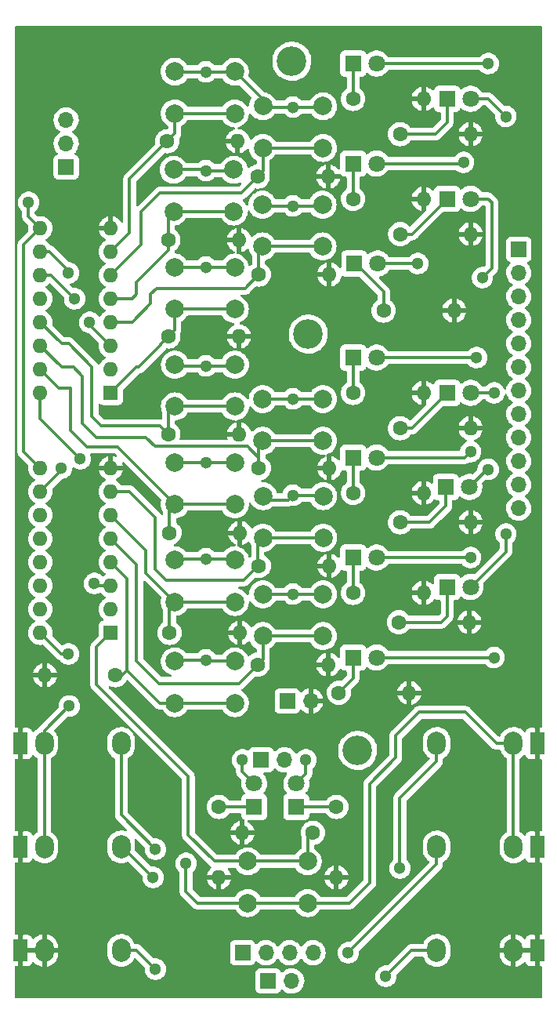
<source format=gbr>
%TF.GenerationSoftware,KiCad,Pcbnew,(6.0.1)*%
%TF.CreationDate,2022-12-13T10:23:02+02:00*%
%TF.ProjectId,EurorackDualPitchQuantizerFront,4575726f-7261-4636-9b44-75616c506974,rev?*%
%TF.SameCoordinates,Original*%
%TF.FileFunction,Copper,L2,Bot*%
%TF.FilePolarity,Positive*%
%FSLAX46Y46*%
G04 Gerber Fmt 4.6, Leading zero omitted, Abs format (unit mm)*
G04 Created by KiCad (PCBNEW (6.0.1)) date 2022-12-13 10:23:02*
%MOMM*%
%LPD*%
G01*
G04 APERTURE LIST*
G04 Aperture macros list*
%AMOutline4P*
0 Free polygon, 4 corners , with rotation*
0 The origin of the aperture is its center*
0 number of corners: always 4*
0 $1 to $8 corner X, Y*
0 $9 Rotation angle, in degrees counterclockwise*
0 create outline with 4 corners*
4,1,4,$1,$2,$3,$4,$5,$6,$7,$8,$1,$2,$9*%
G04 Aperture macros list end*
%TA.AperFunction,ComponentPad*%
%ADD10C,2.000000*%
%TD*%
%TA.AperFunction,ComponentPad*%
%ADD11C,1.600000*%
%TD*%
%TA.AperFunction,ComponentPad*%
%ADD12O,1.600000X1.600000*%
%TD*%
%TA.AperFunction,ComponentPad*%
%ADD13R,1.700000X1.700000*%
%TD*%
%TA.AperFunction,ComponentPad*%
%ADD14O,1.700000X1.700000*%
%TD*%
%TA.AperFunction,ComponentPad*%
%ADD15Outline4P,-0.750000X-1.150000X0.750000X-1.150000X0.750000X1.150000X-0.750000X1.150000X0.000000*%
%TD*%
%TA.AperFunction,ComponentPad*%
%ADD16O,2.000000X2.500000*%
%TD*%
%TA.AperFunction,ComponentPad*%
%ADD17R,1.800000X1.800000*%
%TD*%
%TA.AperFunction,ComponentPad*%
%ADD18C,1.800000*%
%TD*%
%TA.AperFunction,ComponentPad*%
%ADD19Outline4P,-0.750000X-1.150000X0.750000X-1.150000X0.750000X1.150000X-0.750000X1.150000X180.000000*%
%TD*%
%TA.AperFunction,ComponentPad*%
%ADD20C,3.200000*%
%TD*%
%TA.AperFunction,ComponentPad*%
%ADD21R,1.600000X1.600000*%
%TD*%
%TA.AperFunction,ViaPad*%
%ADD22C,1.300000*%
%TD*%
%TA.AperFunction,Conductor*%
%ADD23C,0.350000*%
%TD*%
G04 APERTURE END LIST*
D10*
%TO.P,SW8,1,1*%
%TO.N,+5V*%
X46825000Y-68297000D03*
X40325000Y-68297000D03*
%TO.P,SW8,2,2*%
%TO.N,/B9*%
X40325000Y-72797000D03*
X46825000Y-72797000D03*
%TD*%
%TO.P,SW6,1,1*%
%TO.N,+5V*%
X46811000Y-78903000D03*
X40311000Y-78903000D03*
%TO.P,SW6,2,2*%
%TO.N,/B11*%
X46811000Y-83403000D03*
X40311000Y-83403000D03*
%TD*%
%TO.P,SW3,1,1*%
%TO.N,+5V*%
X46811000Y-26198000D03*
X40311000Y-26198000D03*
%TO.P,SW3,2,2*%
%TO.N,/B2*%
X40311000Y-30698000D03*
X46811000Y-30698000D03*
%TD*%
D11*
%TO.P,R21,1*%
%TO.N,Net-(D8-Pad1)*%
X53360000Y-48260000D03*
D12*
%TO.P,R21,2*%
%TO.N,GND*%
X60980000Y-48260000D03*
%TD*%
D10*
%TO.P,SW2,1,1*%
%TO.N,+5V*%
X37159000Y-33056000D03*
X30659000Y-33056000D03*
%TO.P,SW2,2,2*%
%TO.N,/B3*%
X37159000Y-37556000D03*
X30659000Y-37556000D03*
%TD*%
D11*
%TO.P,R13,1*%
%TO.N,Net-(R13-Pad1)*%
X45720000Y-104648000D03*
D12*
%TO.P,R13,2*%
%TO.N,GND*%
X38100000Y-104648000D03*
%TD*%
D13*
%TO.P,J1,1,Pin_1*%
%TO.N,Net-(J1-Pad1)*%
X19050000Y-32766000D03*
D14*
%TO.P,J1,2,Pin_2*%
%TO.N,Net-(J1-Pad2)*%
X19050000Y-30226000D03*
%TO.P,J1,3,Pin_3*%
%TO.N,Net-(J1-Pad3)*%
X19050000Y-27686000D03*
%TD*%
D10*
%TO.P,SW1,1,1*%
%TO.N,+5V*%
X46759000Y-36830000D03*
X40259000Y-36830000D03*
%TO.P,SW1,2,2*%
%TO.N,/B4*%
X40259000Y-41330000D03*
X46759000Y-41330000D03*
%TD*%
%TO.P,SW4,1,1*%
%TO.N,+5V*%
X30786000Y-22466000D03*
X37286000Y-22466000D03*
%TO.P,SW4,2,2*%
%TO.N,/B1*%
X37286000Y-26966000D03*
X30786000Y-26966000D03*
%TD*%
D15*
%TO.P,J5,S*%
%TO.N,GND*%
X14126000Y-117348000D03*
D16*
%TO.P,J5,T*%
%TO.N,Net-(J4-Pad1)*%
X24986000Y-117348000D03*
%TO.P,J5,TN*%
%TO.N,GND*%
X16686000Y-117348000D03*
%TD*%
D17*
%TO.P,D8,1,K*%
%TO.N,Net-(D8-Pad1)*%
X50180000Y-43180000D03*
D18*
%TO.P,D8,2,A*%
%TO.N,Net-(D8-Pad2)*%
X52720000Y-43180000D03*
%TD*%
D15*
%TO.P,J12,S*%
%TO.N,GND*%
X14126000Y-106172000D03*
D16*
%TO.P,J12,T*%
%TO.N,Net-(J10-Pad1)*%
X24986000Y-106172000D03*
%TO.P,J12,TN*%
%TO.N,+5V*%
X16686000Y-106172000D03*
%TD*%
D11*
%TO.P,R4,1*%
%TO.N,/B1*%
X29972000Y-29972000D03*
D12*
%TO.P,R4,2*%
%TO.N,GND*%
X37592000Y-29972000D03*
%TD*%
D17*
%TO.P,D4,1,K*%
%TO.N,Net-(D4-Pad1)*%
X60086000Y-67310000D03*
D18*
%TO.P,D4,2,A*%
%TO.N,Net-(D4-Pad2)*%
X62626000Y-67310000D03*
%TD*%
D10*
%TO.P,SW7,1,1*%
%TO.N,+5V*%
X30786000Y-75220000D03*
X37286000Y-75220000D03*
%TO.P,SW7,2,2*%
%TO.N,/B10*%
X30786000Y-79720000D03*
X37286000Y-79720000D03*
%TD*%
D11*
%TO.P,R25,1*%
%TO.N,Net-(D12-Pad1)*%
X50058000Y-25400000D03*
D12*
%TO.P,R25,2*%
%TO.N,GND*%
X57678000Y-25400000D03*
%TD*%
D11*
%TO.P,R18,1*%
%TO.N,Net-(D5-Pad1)*%
X50058000Y-67945000D03*
D12*
%TO.P,R18,2*%
%TO.N,GND*%
X57678000Y-67945000D03*
%TD*%
D11*
%TO.P,R22,1*%
%TO.N,Net-(D9-Pad1)*%
X55143000Y-40005000D03*
D12*
%TO.P,R22,2*%
%TO.N,GND*%
X62763000Y-40005000D03*
%TD*%
D11*
%TO.P,R14,1*%
%TO.N,Net-(D1-Pad1)*%
X48514000Y-89535000D03*
D12*
%TO.P,R14,2*%
%TO.N,GND*%
X56134000Y-89535000D03*
%TD*%
D17*
%TO.P,D1,1,K*%
%TO.N,Net-(D1-Pad1)*%
X50053000Y-85725000D03*
D18*
%TO.P,D1,2,A*%
%TO.N,Net-(D1-Pad2)*%
X52593000Y-85725000D03*
%TD*%
D11*
%TO.P,R10,1*%
%TO.N,/B6*%
X39878000Y-65278000D03*
D12*
%TO.P,R10,2*%
%TO.N,GND*%
X47498000Y-65278000D03*
%TD*%
D11*
%TO.P,R9,1*%
%TO.N,/B7*%
X30226000Y-72263000D03*
D12*
%TO.P,R9,2*%
%TO.N,GND*%
X37846000Y-72263000D03*
%TD*%
D11*
%TO.P,R11,1*%
%TO.N,/B5*%
X30099000Y-61595000D03*
D12*
%TO.P,R11,2*%
%TO.N,GND*%
X37719000Y-61595000D03*
%TD*%
D19*
%TO.P,J8,S*%
%TO.N,GND*%
X69948000Y-94996000D03*
D16*
%TO.P,J8,T*%
%TO.N,Net-(J10-Pad3)*%
X59088000Y-94996000D03*
%TO.P,J8,TN*%
%TO.N,+5V*%
X67388000Y-94996000D03*
%TD*%
D11*
%TO.P,R5,1*%
%TO.N,/B12*%
X24384000Y-87630000D03*
D12*
%TO.P,R5,2*%
%TO.N,GND*%
X16764000Y-87630000D03*
%TD*%
D10*
%TO.P,SW12,1,1*%
%TO.N,+5V*%
X30775000Y-43618000D03*
X37275000Y-43618000D03*
%TO.P,SW12,2,2*%
%TO.N,/B8*%
X37275000Y-48118000D03*
X30775000Y-48118000D03*
%TD*%
D11*
%TO.P,R19,1*%
%TO.N,Net-(D6-Pad1)*%
X55138000Y-60960000D03*
D12*
%TO.P,R19,2*%
%TO.N,GND*%
X62758000Y-60960000D03*
%TD*%
D17*
%TO.P,D14,1,K*%
%TO.N,Net-(D14-Pad1)*%
X39370000Y-101854000D03*
D18*
%TO.P,D14,2,A*%
%TO.N,Net-(D14-Pad2)*%
X39370000Y-99314000D03*
%TD*%
D11*
%TO.P,R26,1*%
%TO.N,Net-(D13-Pad1)*%
X48260000Y-101854000D03*
D12*
%TO.P,R26,2*%
%TO.N,GND*%
X48260000Y-109474000D03*
%TD*%
D17*
%TO.P,D7,1,K*%
%TO.N,Net-(D7-Pad1)*%
X50053000Y-53340000D03*
D18*
%TO.P,D7,2,A*%
%TO.N,Net-(D7-Pad2)*%
X52593000Y-53340000D03*
%TD*%
D10*
%TO.P,SW11,1,1*%
%TO.N,+5V*%
X37292000Y-54101000D03*
X30792000Y-54101000D03*
%TO.P,SW11,2,2*%
%TO.N,/B5*%
X37292000Y-58601000D03*
X30792000Y-58601000D03*
%TD*%
D11*
%TO.P,R12,1*%
%TO.N,/B8*%
X30099000Y-51054000D03*
D12*
%TO.P,R12,2*%
%TO.N,GND*%
X37719000Y-51054000D03*
%TD*%
D17*
%TO.P,D13,1,K*%
%TO.N,Net-(D13-Pad1)*%
X43922000Y-101859000D03*
D18*
%TO.P,D13,2,A*%
%TO.N,Net-(D13-Pad2)*%
X43922000Y-99319000D03*
%TD*%
D17*
%TO.P,D5,1,K*%
%TO.N,Net-(D5-Pad1)*%
X50053000Y-64135000D03*
D18*
%TO.P,D5,2,A*%
%TO.N,Net-(D5-Pad2)*%
X52593000Y-64135000D03*
%TD*%
D19*
%TO.P,J6,S*%
%TO.N,GND*%
X69948000Y-117348000D03*
D16*
%TO.P,J6,T*%
%TO.N,Net-(J4-Pad2)*%
X59088000Y-117348000D03*
%TO.P,J6,TN*%
%TO.N,GND*%
X67388000Y-117348000D03*
%TD*%
D11*
%TO.P,R2,1*%
%TO.N,/B3*%
X30099000Y-40640000D03*
D12*
%TO.P,R2,2*%
%TO.N,GND*%
X37719000Y-40640000D03*
%TD*%
D11*
%TO.P,R7,1*%
%TO.N,/B10*%
X30226000Y-83058000D03*
D12*
%TO.P,R7,2*%
%TO.N,GND*%
X37846000Y-83058000D03*
%TD*%
D11*
%TO.P,R23,1*%
%TO.N,Net-(D10-Pad1)*%
X50053000Y-36195000D03*
D12*
%TO.P,R23,2*%
%TO.N,GND*%
X57673000Y-36195000D03*
%TD*%
D17*
%TO.P,D10,1,K*%
%TO.N,Net-(D10-Pad1)*%
X50053000Y-32385000D03*
D18*
%TO.P,D10,2,A*%
%TO.N,Net-(D10-Pad2)*%
X52593000Y-32385000D03*
%TD*%
D11*
%TO.P,R15,1*%
%TO.N,Net-(D2-Pad1)*%
X55011000Y-81915000D03*
D12*
%TO.P,R15,2*%
%TO.N,GND*%
X62631000Y-81915000D03*
%TD*%
D17*
%TO.P,D3,1,K*%
%TO.N,Net-(D3-Pad1)*%
X50053000Y-74930000D03*
D18*
%TO.P,D3,2,A*%
%TO.N,Net-(D3-Pad2)*%
X52593000Y-74930000D03*
%TD*%
D11*
%TO.P,R16,1*%
%TO.N,Net-(D3-Pad1)*%
X50058000Y-78740000D03*
D12*
%TO.P,R16,2*%
%TO.N,GND*%
X57678000Y-78740000D03*
%TD*%
D20*
%TO.P,REF\u002A\u002A,*%
%TO.N,*%
X43434000Y-21336000D03*
%TD*%
D10*
%TO.P,SW13,1,1*%
%TO.N,+5V*%
X45160000Y-112232000D03*
X38660000Y-112232000D03*
%TO.P,SW13,2,2*%
%TO.N,Net-(R13-Pad1)*%
X45160000Y-107732000D03*
X38660000Y-107732000D03*
%TD*%
%TO.P,SW5,1,1*%
%TO.N,+5V*%
X30786000Y-86142000D03*
X37286000Y-86142000D03*
%TO.P,SW5,2,2*%
%TO.N,/B12*%
X30786000Y-90642000D03*
X37286000Y-90642000D03*
%TD*%
%TO.P,SW10,1,1*%
%TO.N,+5V*%
X46791000Y-57821000D03*
X40291000Y-57821000D03*
%TO.P,SW10,2,2*%
%TO.N,/B6*%
X40291000Y-62321000D03*
X46791000Y-62321000D03*
%TD*%
D21*
%TO.P,U2,1,D7*%
%TO.N,Net-(R13-Pad1)*%
X23876000Y-83058000D03*
D12*
%TO.P,U2,2,Q5*%
%TO.N,unconnected-(U2-Pad2)*%
X23876000Y-80518000D03*
%TO.P,U2,3,Q7*%
%TO.N,Net-(U1-Pad11)*%
X23876000Y-77978000D03*
%TO.P,U2,4,D3*%
%TO.N,/B12*%
X23876000Y-75438000D03*
%TO.P,U2,5,D2*%
%TO.N,/B11*%
X23876000Y-72898000D03*
%TO.P,U2,6,D1*%
%TO.N,/B10*%
X23876000Y-70358000D03*
%TO.P,U2,7,D0*%
%TO.N,/B9*%
X23876000Y-67818000D03*
%TO.P,U2,8,VSS*%
%TO.N,GND*%
X23876000Y-65278000D03*
%TO.P,U2,9,PL*%
%TO.N,Net-(J1-Pad2)*%
X16256000Y-65278000D03*
%TO.P,U2,10,CP*%
%TO.N,Net-(J1-Pad1)*%
X16256000Y-67818000D03*
%TO.P,U2,11,DS*%
%TO.N,unconnected-(U2-Pad11)*%
X16256000Y-70358000D03*
%TO.P,U2,12,Q6*%
%TO.N,unconnected-(U2-Pad12)*%
X16256000Y-72898000D03*
%TO.P,U2,13,D4*%
%TO.N,unconnected-(U2-Pad13)*%
X16256000Y-75438000D03*
%TO.P,U2,14,D5*%
%TO.N,unconnected-(U2-Pad14)*%
X16256000Y-77978000D03*
%TO.P,U2,15,D6*%
%TO.N,unconnected-(U2-Pad15)*%
X16256000Y-80518000D03*
%TO.P,U2,16,VDD*%
%TO.N,+5V*%
X16256000Y-83058000D03*
%TD*%
D17*
%TO.P,D12,1,K*%
%TO.N,Net-(D12-Pad1)*%
X50053000Y-21590000D03*
D18*
%TO.P,D12,2,A*%
%TO.N,Net-(D12-Pad2)*%
X52593000Y-21590000D03*
%TD*%
D11*
%TO.P,R17,1*%
%TO.N,Net-(D4-Pad1)*%
X55138000Y-71120000D03*
D12*
%TO.P,R17,2*%
%TO.N,GND*%
X62758000Y-71120000D03*
%TD*%
D11*
%TO.P,R20,1*%
%TO.N,Net-(D7-Pad1)*%
X50058000Y-57150000D03*
D12*
%TO.P,R20,2*%
%TO.N,GND*%
X57678000Y-57150000D03*
%TD*%
D17*
%TO.P,D9,1,K*%
%TO.N,Net-(D9-Pad1)*%
X60213000Y-36195000D03*
D18*
%TO.P,D9,2,A*%
%TO.N,Net-(D9-Pad2)*%
X62753000Y-36195000D03*
%TD*%
D19*
%TO.P,J7,S*%
%TO.N,GND*%
X69948000Y-106172000D03*
D16*
%TO.P,J7,T*%
%TO.N,Net-(J10-Pad4)*%
X59088000Y-106172000D03*
%TO.P,J7,TN*%
%TO.N,+5V*%
X67388000Y-106172000D03*
%TD*%
D11*
%TO.P,R24,1*%
%TO.N,Net-(D11-Pad1)*%
X55138000Y-29210000D03*
D12*
%TO.P,R24,2*%
%TO.N,GND*%
X62758000Y-29210000D03*
%TD*%
D15*
%TO.P,J11,S*%
%TO.N,GND*%
X14126000Y-94996000D03*
D16*
%TO.P,J11,T*%
%TO.N,Net-(J10-Pad2)*%
X24986000Y-94996000D03*
%TO.P,J11,TN*%
%TO.N,+5V*%
X16686000Y-94996000D03*
%TD*%
D20*
%TO.P,REF\u002A\u002A,*%
%TO.N,*%
X50546000Y-95758000D03*
%TD*%
D21*
%TO.P,U1,1,D7*%
%TO.N,/B8*%
X23876000Y-57150000D03*
D12*
%TO.P,U1,2,Q5*%
%TO.N,unconnected-(U1-Pad2)*%
X23876000Y-54610000D03*
%TO.P,U1,3,Q7*%
%TO.N,Net-(J1-Pad3)*%
X23876000Y-52070000D03*
%TO.P,U1,4,D3*%
%TO.N,/B4*%
X23876000Y-49530000D03*
%TO.P,U1,5,D2*%
%TO.N,/B3*%
X23876000Y-46990000D03*
%TO.P,U1,6,D1*%
%TO.N,/B2*%
X23876000Y-44450000D03*
%TO.P,U1,7,D0*%
%TO.N,/B1*%
X23876000Y-41910000D03*
%TO.P,U1,8,VSS*%
%TO.N,GND*%
X23876000Y-39370000D03*
%TO.P,U1,9,PL*%
%TO.N,Net-(J1-Pad2)*%
X16256000Y-39370000D03*
%TO.P,U1,10,CP*%
%TO.N,Net-(J1-Pad1)*%
X16256000Y-41910000D03*
%TO.P,U1,11,DS*%
%TO.N,Net-(U1-Pad11)*%
X16256000Y-44450000D03*
%TO.P,U1,12,Q6*%
%TO.N,unconnected-(U1-Pad12)*%
X16256000Y-46990000D03*
%TO.P,U1,13,D4*%
%TO.N,/B5*%
X16256000Y-49530000D03*
%TO.P,U1,14,D5*%
%TO.N,/B6*%
X16256000Y-52070000D03*
%TO.P,U1,15,D6*%
%TO.N,/B7*%
X16256000Y-54610000D03*
%TO.P,U1,16,VDD*%
%TO.N,+5V*%
X16256000Y-57150000D03*
%TD*%
D20*
%TO.P,REF\u002A\u002A,*%
%TO.N,*%
X45212000Y-50800000D03*
%TD*%
D17*
%TO.P,D6,1,K*%
%TO.N,Net-(D6-Pad1)*%
X60213000Y-57150000D03*
D18*
%TO.P,D6,2,A*%
%TO.N,Net-(D6-Pad2)*%
X62753000Y-57150000D03*
%TD*%
D11*
%TO.P,R27,1*%
%TO.N,Net-(D14-Pad1)*%
X35560000Y-101854000D03*
D12*
%TO.P,R27,2*%
%TO.N,GND*%
X35560000Y-109474000D03*
%TD*%
D17*
%TO.P,D11,1,K*%
%TO.N,Net-(D11-Pad1)*%
X60213000Y-25400000D03*
D18*
%TO.P,D11,2,A*%
%TO.N,Net-(D11-Pad2)*%
X62753000Y-25400000D03*
%TD*%
D11*
%TO.P,R3,1*%
%TO.N,/B2*%
X39751000Y-33782000D03*
D12*
%TO.P,R3,2*%
%TO.N,GND*%
X47371000Y-33782000D03*
%TD*%
D11*
%TO.P,R6,1*%
%TO.N,/B11*%
X39751000Y-86487000D03*
D12*
%TO.P,R6,2*%
%TO.N,GND*%
X47371000Y-86487000D03*
%TD*%
D17*
%TO.P,D2,1,K*%
%TO.N,Net-(D2-Pad1)*%
X60213000Y-78105000D03*
D18*
%TO.P,D2,2,A*%
%TO.N,Net-(D2-Pad2)*%
X62753000Y-78105000D03*
%TD*%
D11*
%TO.P,R1,1*%
%TO.N,/B4*%
X39869000Y-44366000D03*
D12*
%TO.P,R1,2*%
%TO.N,GND*%
X47489000Y-44366000D03*
%TD*%
D11*
%TO.P,R8,1*%
%TO.N,/B9*%
X39878000Y-75819000D03*
D12*
%TO.P,R8,2*%
%TO.N,GND*%
X47498000Y-75819000D03*
%TD*%
D10*
%TO.P,SW9,1,1*%
%TO.N,+5V*%
X30786000Y-64679000D03*
X37286000Y-64679000D03*
%TO.P,SW9,2,2*%
%TO.N,/B7*%
X37286000Y-69179000D03*
X30786000Y-69179000D03*
%TD*%
D13*
%TO.P,J13,1,Pin_1*%
%TO.N,Net-(D14-Pad2)*%
X40127000Y-96774000D03*
D14*
%TO.P,J13,2,Pin_2*%
%TO.N,Net-(D13-Pad2)*%
X42667000Y-96774000D03*
%TD*%
D13*
%TO.P,J3,1,Pin_1*%
%TO.N,+5V*%
X42946000Y-90424000D03*
D14*
%TO.P,J3,2,Pin_2*%
%TO.N,GND*%
X45486000Y-90424000D03*
%TD*%
D13*
%TO.P,J10,1,Pin_1*%
%TO.N,Net-(J10-Pad1)*%
X38110000Y-117602000D03*
D14*
%TO.P,J10,2,Pin_2*%
%TO.N,Net-(J10-Pad2)*%
X40650000Y-117602000D03*
%TO.P,J10,3,Pin_3*%
%TO.N,Net-(J10-Pad3)*%
X43190000Y-117602000D03*
%TO.P,J10,4,Pin_4*%
%TO.N,Net-(J10-Pad4)*%
X45730000Y-117602000D03*
%TD*%
D13*
%TO.P,J9,1,Pin_1*%
%TO.N,Net-(D12-Pad2)*%
X67965000Y-41651000D03*
D14*
%TO.P,J9,2,Pin_2*%
%TO.N,Net-(D11-Pad2)*%
X67965000Y-44191000D03*
%TO.P,J9,3,Pin_3*%
%TO.N,Net-(D10-Pad2)*%
X67965000Y-46731000D03*
%TO.P,J9,4,Pin_4*%
%TO.N,Net-(D9-Pad2)*%
X67965000Y-49271000D03*
%TO.P,J9,5,Pin_5*%
%TO.N,Net-(D8-Pad2)*%
X67965000Y-51811000D03*
%TO.P,J9,6,Pin_6*%
%TO.N,Net-(D7-Pad2)*%
X67965000Y-54351000D03*
%TO.P,J9,7,Pin_7*%
%TO.N,Net-(D6-Pad2)*%
X67965000Y-56891000D03*
%TO.P,J9,8,Pin_8*%
%TO.N,Net-(D5-Pad2)*%
X67965000Y-59431000D03*
%TO.P,J9,9,Pin_9*%
%TO.N,Net-(D4-Pad2)*%
X67965000Y-61971000D03*
%TO.P,J9,10,Pin_10*%
%TO.N,Net-(D3-Pad2)*%
X67965000Y-64511000D03*
%TO.P,J9,11,Pin_11*%
%TO.N,Net-(D2-Pad2)*%
X67965000Y-67051000D03*
%TO.P,J9,12,Pin_12*%
%TO.N,Net-(D1-Pad2)*%
X67965000Y-69591000D03*
%TD*%
D13*
%TO.P,J4,1,Pin_1*%
%TO.N,Net-(J4-Pad1)*%
X40889000Y-120650000D03*
D14*
%TO.P,J4,2,Pin_2*%
%TO.N,Net-(J4-Pad2)*%
X43429000Y-120650000D03*
%TD*%
D22*
%TO.N,Net-(D1-Pad2)*%
X65298000Y-85725000D03*
%TO.N,Net-(D2-Pad2)*%
X66568000Y-72390000D03*
%TO.N,Net-(D3-Pad2)*%
X62758000Y-74930000D03*
%TO.N,Net-(D4-Pad2)*%
X64663000Y-65405000D03*
%TO.N,Net-(D5-Pad2)*%
X62758000Y-63500000D03*
%TO.N,Net-(D6-Pad2)*%
X65298000Y-57150000D03*
%TO.N,Net-(D7-Pad2)*%
X63393000Y-53340000D03*
%TO.N,Net-(D8-Pad2)*%
X57043000Y-43180000D03*
%TO.N,Net-(D9-Pad2)*%
X64028000Y-44704000D03*
%TO.N,Net-(D10-Pad2)*%
X61996000Y-32258000D03*
%TO.N,Net-(D11-Pad2)*%
X66568000Y-27305000D03*
%TO.N,Net-(D12-Pad2)*%
X64663000Y-21590000D03*
%TO.N,Net-(D13-Pad2)*%
X44958000Y-96774000D03*
%TO.N,Net-(J1-Pad3)*%
X21590000Y-49530000D03*
%TO.N,Net-(J1-Pad2)*%
X14986000Y-36576000D03*
%TO.N,Net-(J1-Pad1)*%
X19304000Y-44196000D03*
X18542000Y-65278000D03*
%TO.N,+5V*%
X19304000Y-85344000D03*
X43561000Y-26289000D03*
X34163000Y-85979000D03*
X34163000Y-54229000D03*
X19380200Y-90957400D03*
X32004000Y-107950000D03*
X34163000Y-33147000D03*
X34163000Y-22479000D03*
X43561000Y-36957000D03*
X20574000Y-64262000D03*
X43561000Y-78867000D03*
X34163000Y-64643000D03*
X34163000Y-75057000D03*
X43561000Y-57785000D03*
X43561000Y-68199000D03*
X34163000Y-43561000D03*
%TO.N,GND*%
X49555400Y-38912800D03*
X32943800Y-29895800D03*
%TO.N,Net-(J10-Pad4)*%
X49530000Y-117602000D03*
%TO.N,Net-(J10-Pad1)*%
X28448000Y-109474000D03*
%TO.N,Net-(J4-Pad1)*%
X28702000Y-119380000D03*
%TO.N,Net-(J4-Pad2)*%
X53594000Y-120142000D03*
%TO.N,Net-(D14-Pad2)*%
X38100000Y-96774000D03*
%TO.N,Net-(J10-Pad3)*%
X55118000Y-108458000D03*
%TO.N,Net-(J10-Pad2)*%
X28702000Y-106426000D03*
%TO.N,Net-(U1-Pad11)*%
X22098000Y-77724000D03*
X19970500Y-46990000D03*
%TD*%
D23*
%TO.N,Net-(D1-Pad1)*%
X50053000Y-87996000D02*
X48514000Y-89535000D01*
X50053000Y-85725000D02*
X50053000Y-87996000D01*
%TO.N,Net-(D1-Pad2)*%
X65298000Y-85725000D02*
X52593000Y-85725000D01*
%TO.N,Net-(D2-Pad1)*%
X59583000Y-81915000D02*
X55011000Y-81915000D01*
X60213000Y-78105000D02*
X60213000Y-81285000D01*
X60213000Y-81285000D02*
X59583000Y-81915000D01*
%TO.N,Net-(D2-Pad2)*%
X66568000Y-72390000D02*
X66568000Y-74290000D01*
X66568000Y-74290000D02*
X62753000Y-78105000D01*
%TO.N,Net-(D3-Pad1)*%
X50053000Y-78735000D02*
X50058000Y-78740000D01*
X50053000Y-74930000D02*
X50053000Y-78735000D01*
%TO.N,Net-(D3-Pad2)*%
X62758000Y-74930000D02*
X52593000Y-74930000D01*
%TO.N,Net-(D4-Pad1)*%
X58313000Y-71120000D02*
X55138000Y-71120000D01*
X60086000Y-69347000D02*
X58313000Y-71120000D01*
X60086000Y-67310000D02*
X60086000Y-69347000D01*
%TO.N,Net-(D4-Pad2)*%
X64663000Y-65405000D02*
X64531000Y-65405000D01*
X64531000Y-65405000D02*
X62626000Y-67310000D01*
%TO.N,Net-(D5-Pad1)*%
X50053000Y-67940000D02*
X50058000Y-67945000D01*
X50053000Y-64135000D02*
X50053000Y-67940000D01*
%TO.N,Net-(D5-Pad2)*%
X62758000Y-63500000D02*
X62123000Y-64135000D01*
X62123000Y-64135000D02*
X52593000Y-64135000D01*
%TO.N,Net-(D6-Pad1)*%
X60213000Y-57150000D02*
X56403000Y-60960000D01*
X56403000Y-60960000D02*
X55138000Y-60960000D01*
%TO.N,Net-(D6-Pad2)*%
X65298000Y-57150000D02*
X62753000Y-57150000D01*
%TO.N,Net-(D7-Pad1)*%
X50053000Y-57145000D02*
X50058000Y-57150000D01*
X50053000Y-53340000D02*
X50053000Y-57145000D01*
%TO.N,Net-(D7-Pad2)*%
X63393000Y-53340000D02*
X52593000Y-53340000D01*
%TO.N,Net-(D8-Pad1)*%
X53360000Y-46228000D02*
X53360000Y-48260000D01*
X50312000Y-43180000D02*
X53360000Y-46228000D01*
X50180000Y-43180000D02*
X50312000Y-43180000D01*
%TO.N,Net-(D8-Pad2)*%
X57043000Y-43180000D02*
X52720000Y-43180000D01*
%TO.N,Net-(D9-Pad1)*%
X56403000Y-40005000D02*
X55143000Y-40005000D01*
X60213000Y-36195000D02*
X56403000Y-40005000D01*
%TO.N,Net-(D9-Pad2)*%
X64028000Y-44704000D02*
X65044000Y-43688000D01*
X65044000Y-43688000D02*
X65044000Y-36576000D01*
X64663000Y-36195000D02*
X62753000Y-36195000D01*
X65044000Y-36576000D02*
X64663000Y-36195000D01*
%TO.N,Net-(D10-Pad1)*%
X50053000Y-32385000D02*
X50053000Y-36195000D01*
%TO.N,Net-(D10-Pad2)*%
X61869000Y-32385000D02*
X52593000Y-32385000D01*
X61996000Y-32258000D02*
X61869000Y-32385000D01*
%TO.N,Net-(D11-Pad1)*%
X60213000Y-25400000D02*
X60213000Y-27945000D01*
X58948000Y-29210000D02*
X55138000Y-29210000D01*
X60213000Y-27945000D02*
X58948000Y-29210000D01*
%TO.N,Net-(D11-Pad2)*%
X64663000Y-25400000D02*
X62753000Y-25400000D01*
X66568000Y-27305000D02*
X64663000Y-25400000D01*
%TO.N,Net-(D12-Pad1)*%
X50058000Y-21595000D02*
X50053000Y-21590000D01*
X50058000Y-25400000D02*
X50058000Y-21595000D01*
%TO.N,Net-(D12-Pad2)*%
X64663000Y-21590000D02*
X52593000Y-21590000D01*
%TO.N,Net-(D13-Pad1)*%
X48255000Y-101859000D02*
X48260000Y-101854000D01*
X43922000Y-101859000D02*
X48255000Y-101859000D01*
%TO.N,Net-(D13-Pad2)*%
X44958000Y-96774000D02*
X44958000Y-98283000D01*
X44958000Y-98283000D02*
X43922000Y-99319000D01*
%TO.N,Net-(J1-Pad3)*%
X23876000Y-52070000D02*
X21590000Y-49784000D01*
X21590000Y-49784000D02*
X21590000Y-49530000D01*
%TO.N,Net-(J1-Pad2)*%
X14986000Y-36576000D02*
X14976000Y-36586000D01*
X14976000Y-36586000D02*
X14976000Y-38090000D01*
X14478000Y-63500000D02*
X16256000Y-65278000D01*
X16256000Y-39370000D02*
X14478000Y-41148000D01*
X14976000Y-38090000D02*
X16256000Y-39370000D01*
X14478000Y-41148000D02*
X14478000Y-63500000D01*
%TO.N,Net-(J1-Pad1)*%
X16256000Y-41910000D02*
X17272000Y-41910000D01*
X17272000Y-41910000D02*
X19304000Y-43942000D01*
X16256000Y-67818000D02*
X18542000Y-65532000D01*
X18542000Y-65532000D02*
X18542000Y-65278000D01*
X19304000Y-43942000D02*
X19304000Y-44196000D01*
%TO.N,+5V*%
X34163000Y-22479000D02*
X30799000Y-22479000D01*
X30920000Y-54229000D02*
X30792000Y-54101000D01*
X32004000Y-110998000D02*
X33238000Y-112232000D01*
X43561000Y-57785000D02*
X46755000Y-57785000D01*
X30832000Y-43561000D02*
X30775000Y-43618000D01*
X46811000Y-78903000D02*
X43597000Y-78903000D01*
X43597000Y-78903000D02*
X43561000Y-78867000D01*
X46632000Y-36957000D02*
X46759000Y-36830000D01*
X16256000Y-59944000D02*
X20574000Y-64262000D01*
X37123000Y-75057000D02*
X37286000Y-75220000D01*
X43561000Y-68199000D02*
X43053000Y-68707000D01*
X34163000Y-54229000D02*
X30920000Y-54229000D01*
X51866800Y-110032800D02*
X51866800Y-99364800D01*
X32004000Y-107950000D02*
X32004000Y-110998000D01*
X62204600Y-91643200D02*
X65557400Y-94996000D01*
X37164000Y-54229000D02*
X37292000Y-54101000D01*
X34163000Y-54229000D02*
X37164000Y-54229000D01*
X43561000Y-36957000D02*
X46632000Y-36957000D01*
X16686000Y-93651600D02*
X16686000Y-94996000D01*
X43561000Y-26289000D02*
X43053000Y-26289000D01*
X34163000Y-64643000D02*
X30822000Y-64643000D01*
X34163000Y-75057000D02*
X37123000Y-75057000D01*
X18542000Y-85344000D02*
X16256000Y-83058000D01*
X46720000Y-26289000D02*
X46811000Y-26198000D01*
X34072000Y-33056000D02*
X30659000Y-33056000D01*
X49667600Y-112232000D02*
X51866800Y-110032800D01*
X65557400Y-94996000D02*
X67388000Y-94996000D01*
X34163000Y-75057000D02*
X30949000Y-75057000D01*
X37068000Y-33147000D02*
X37159000Y-33056000D01*
X43561000Y-68199000D02*
X46727000Y-68199000D01*
X54686200Y-96545400D02*
X54686200Y-94132400D01*
X40311000Y-25491000D02*
X40311000Y-26198000D01*
X43561000Y-26289000D02*
X40402000Y-26289000D01*
X40735000Y-68707000D02*
X40325000Y-68297000D01*
X38660000Y-112232000D02*
X45160000Y-112232000D01*
X34163000Y-64643000D02*
X37250000Y-64643000D01*
X40402000Y-26289000D02*
X40311000Y-26198000D01*
X57175400Y-91643200D02*
X62204600Y-91643200D01*
X16256000Y-57150000D02*
X16256000Y-59944000D01*
X37286000Y-22466000D02*
X40311000Y-25491000D01*
X34163000Y-33147000D02*
X37068000Y-33147000D01*
X67388000Y-94996000D02*
X67388000Y-106172000D01*
X37273000Y-22479000D02*
X37286000Y-22466000D01*
X16686000Y-94996000D02*
X16686000Y-106172000D01*
X43525000Y-78903000D02*
X43561000Y-78867000D01*
X46727000Y-68199000D02*
X46825000Y-68297000D01*
X33238000Y-112232000D02*
X38660000Y-112232000D01*
X37250000Y-64643000D02*
X37286000Y-64679000D01*
X43561000Y-36957000D02*
X40386000Y-36957000D01*
X43561000Y-57785000D02*
X40327000Y-57785000D01*
X45160000Y-112232000D02*
X49667600Y-112232000D01*
X43561000Y-26289000D02*
X46720000Y-26289000D01*
X30822000Y-64643000D02*
X30786000Y-64679000D01*
X51866800Y-99364800D02*
X54686200Y-96545400D01*
X19304000Y-85344000D02*
X18542000Y-85344000D01*
X40327000Y-57785000D02*
X40291000Y-57821000D01*
X54686200Y-94132400D02*
X57175400Y-91643200D01*
X37218000Y-43561000D02*
X37275000Y-43618000D01*
X34163000Y-22479000D02*
X37273000Y-22479000D01*
X19380200Y-90957400D02*
X16686000Y-93651600D01*
X34163000Y-43561000D02*
X37218000Y-43561000D01*
X34163000Y-33147000D02*
X34072000Y-33056000D01*
X30949000Y-85979000D02*
X30786000Y-86142000D01*
X34326000Y-86142000D02*
X34163000Y-85979000D01*
X34163000Y-43561000D02*
X30832000Y-43561000D01*
X30799000Y-22479000D02*
X30786000Y-22466000D01*
X34163000Y-85979000D02*
X30949000Y-85979000D01*
X46755000Y-57785000D02*
X46791000Y-57821000D01*
X40386000Y-36957000D02*
X40259000Y-36830000D01*
X43053000Y-68707000D02*
X40735000Y-68707000D01*
X30949000Y-75057000D02*
X30786000Y-75220000D01*
X40311000Y-78903000D02*
X43525000Y-78903000D01*
X37286000Y-86142000D02*
X34326000Y-86142000D01*
%TO.N,Net-(J10-Pad4)*%
X59088000Y-106172000D02*
X59088000Y-108044000D01*
X59088000Y-108044000D02*
X49530000Y-117602000D01*
%TO.N,Net-(J10-Pad1)*%
X25146000Y-106172000D02*
X24986000Y-106172000D01*
X28448000Y-109474000D02*
X25146000Y-106172000D01*
%TO.N,Net-(J4-Pad1)*%
X26670000Y-117348000D02*
X24986000Y-117348000D01*
X28702000Y-119380000D02*
X26670000Y-117348000D01*
%TO.N,Net-(J4-Pad2)*%
X56388000Y-117348000D02*
X59088000Y-117348000D01*
X53594000Y-120142000D02*
X56388000Y-117348000D01*
%TO.N,Net-(D14-Pad1)*%
X39370000Y-101854000D02*
X35560000Y-101854000D01*
%TO.N,Net-(D14-Pad2)*%
X38100000Y-98044000D02*
X39370000Y-99314000D01*
X38100000Y-96774000D02*
X38100000Y-98044000D01*
%TO.N,Net-(J10-Pad3)*%
X55118000Y-108458000D02*
X55118000Y-100888800D01*
X55118000Y-100888800D02*
X59088000Y-96918800D01*
X59088000Y-96918800D02*
X59088000Y-94996000D01*
%TO.N,Net-(J10-Pad2)*%
X28702000Y-106426000D02*
X24986000Y-102710000D01*
X24986000Y-102710000D02*
X24986000Y-94996000D01*
%TO.N,Net-(R13-Pad1)*%
X22352000Y-84582000D02*
X22352000Y-88646000D01*
X32258000Y-98552000D02*
X32258000Y-104902000D01*
X35088000Y-107732000D02*
X38660000Y-107732000D01*
X22352000Y-88646000D02*
X32258000Y-98552000D01*
X45160000Y-107732000D02*
X45160000Y-105208000D01*
X32258000Y-104902000D02*
X35088000Y-107732000D01*
X38660000Y-107732000D02*
X45160000Y-107732000D01*
X23876000Y-83058000D02*
X22352000Y-84582000D01*
X45160000Y-105208000D02*
X45720000Y-104648000D01*
%TO.N,Net-(U1-Pad11)*%
X23876000Y-77978000D02*
X22352000Y-77978000D01*
X16256000Y-44450000D02*
X17430500Y-44450000D01*
X22352000Y-77978000D02*
X22098000Y-77724000D01*
X17430500Y-44450000D02*
X19970500Y-46990000D01*
%TO.N,/B4*%
X28194000Y-46482000D02*
X28194000Y-47508000D01*
X39869000Y-44366000D02*
X39869000Y-41720000D01*
X26172000Y-49530000D02*
X23876000Y-49530000D01*
X39869000Y-44366000D02*
X38388000Y-45847000D01*
X38388000Y-45847000D02*
X28829000Y-45847000D01*
X40259000Y-41330000D02*
X46759000Y-41330000D01*
X28829000Y-45847000D02*
X28194000Y-46482000D01*
X28194000Y-47508000D02*
X26172000Y-49530000D01*
X39869000Y-41720000D02*
X40259000Y-41330000D01*
%TO.N,/B3*%
X30099000Y-40640000D02*
X30099000Y-38116000D01*
X30659000Y-37556000D02*
X37159000Y-37556000D01*
X26172000Y-46990000D02*
X23876000Y-46990000D01*
X30099000Y-40640000D02*
X30099000Y-41771370D01*
X26670000Y-46492000D02*
X26172000Y-46990000D01*
X30099000Y-41771370D02*
X26670000Y-45200370D01*
X26670000Y-45200370D02*
X26670000Y-46492000D01*
X30099000Y-38116000D02*
X30659000Y-37556000D01*
%TO.N,/B2*%
X40311000Y-30698000D02*
X40311000Y-33222000D01*
X39751000Y-33782000D02*
X37973000Y-35560000D01*
X29210000Y-35560000D02*
X27178000Y-37592000D01*
X37973000Y-35560000D02*
X29210000Y-35560000D01*
X40311000Y-30698000D02*
X46811000Y-30698000D01*
X40311000Y-33222000D02*
X39751000Y-33782000D01*
X27178000Y-37592000D02*
X27178000Y-41148000D01*
X27178000Y-41148000D02*
X23876000Y-44450000D01*
%TO.N,/B1*%
X29972000Y-29972000D02*
X25908000Y-34036000D01*
X25908000Y-34036000D02*
X25908000Y-39878000D01*
X25908000Y-39878000D02*
X23876000Y-41910000D01*
X30786000Y-26966000D02*
X30786000Y-29158000D01*
X30786000Y-29158000D02*
X29972000Y-29972000D01*
X30786000Y-26966000D02*
X37286000Y-26966000D01*
%TO.N,/B12*%
X23876000Y-75438000D02*
X25654000Y-77216000D01*
X25654000Y-77216000D02*
X25654000Y-87122000D01*
X29174000Y-90642000D02*
X30786000Y-90642000D01*
X30786000Y-90642000D02*
X37286000Y-90642000D01*
X25146000Y-87630000D02*
X24384000Y-87630000D01*
X25654000Y-87122000D02*
X29174000Y-90642000D01*
X25654000Y-87122000D02*
X25146000Y-87630000D01*
%TO.N,/B11*%
X40311000Y-83403000D02*
X46811000Y-83403000D01*
X23876000Y-72898000D02*
X26670000Y-75692000D01*
X40311000Y-83403000D02*
X40311000Y-85927000D01*
X37719000Y-88519000D02*
X39751000Y-86487000D01*
X26670000Y-86106000D02*
X29083000Y-88519000D01*
X29083000Y-88519000D02*
X37719000Y-88519000D01*
X40311000Y-85927000D02*
X39751000Y-86487000D01*
X26670000Y-75692000D02*
X26670000Y-86106000D01*
%TO.N,/B10*%
X30226000Y-80280000D02*
X30786000Y-79720000D01*
X30226000Y-83058000D02*
X30226000Y-80280000D01*
X27686000Y-74168000D02*
X27686000Y-76620000D01*
X30786000Y-79720000D02*
X37286000Y-79720000D01*
X27686000Y-76620000D02*
X30786000Y-79720000D01*
X23876000Y-70358000D02*
X27686000Y-74168000D01*
%TO.N,/B9*%
X40325000Y-72797000D02*
X39751000Y-73371000D01*
X38227000Y-77343000D02*
X29845000Y-77343000D01*
X40325000Y-72797000D02*
X46825000Y-72797000D01*
X39751000Y-75819000D02*
X38227000Y-77343000D01*
X28702000Y-76200000D02*
X28702000Y-70612000D01*
X39751000Y-73371000D02*
X39751000Y-75819000D01*
X29845000Y-77343000D02*
X28702000Y-76200000D01*
X25908000Y-67818000D02*
X23876000Y-67818000D01*
X28702000Y-70612000D02*
X25908000Y-67818000D01*
%TO.N,/B8*%
X26924000Y-54356000D02*
X26670000Y-54356000D01*
X29267000Y-51886000D02*
X29267000Y-52013000D01*
X29267000Y-52013000D02*
X26924000Y-54356000D01*
X30775000Y-50378000D02*
X30099000Y-51054000D01*
X30775000Y-48118000D02*
X37275000Y-48118000D01*
X30099000Y-51054000D02*
X29267000Y-51886000D01*
X30775000Y-48118000D02*
X30775000Y-50378000D01*
X26670000Y-54356000D02*
X23876000Y-57150000D01*
%TO.N,/B7*%
X19558000Y-56642000D02*
X18288000Y-56642000D01*
X24599000Y-62992000D02*
X21336000Y-62992000D01*
X19558000Y-61214000D02*
X19558000Y-56642000D01*
X18288000Y-56642000D02*
X16256000Y-54610000D01*
X30786000Y-69179000D02*
X24599000Y-62992000D01*
X21336000Y-62992000D02*
X19558000Y-61214000D01*
X30786000Y-69179000D02*
X37286000Y-69179000D01*
X30226000Y-72263000D02*
X30226000Y-69739000D01*
X30226000Y-69739000D02*
X30786000Y-69179000D01*
%TO.N,/B6*%
X28630000Y-62920000D02*
X38651370Y-62920000D01*
X27686000Y-61976000D02*
X28630000Y-62920000D01*
X38651370Y-62920000D02*
X39878000Y-64146630D01*
X16256000Y-52070000D02*
X18552000Y-54366000D01*
X39878000Y-64146630D02*
X39878000Y-65278000D01*
X20828000Y-55372000D02*
X20828000Y-60478756D01*
X39878000Y-65278000D02*
X39878000Y-62734000D01*
X40291000Y-62321000D02*
X46791000Y-62321000D01*
X22325244Y-61976000D02*
X27686000Y-61976000D01*
X20828000Y-60478756D02*
X22325244Y-61976000D01*
X39878000Y-62734000D02*
X40291000Y-62321000D01*
X19822000Y-54366000D02*
X20828000Y-55372000D01*
X18552000Y-54366000D02*
X19822000Y-54366000D01*
%TO.N,/B5*%
X16256000Y-49530000D02*
X18552000Y-51826000D01*
X19314000Y-51826000D02*
X21844000Y-54356000D01*
X30099000Y-59294000D02*
X30792000Y-58601000D01*
X30738000Y-58547000D02*
X30792000Y-58601000D01*
X21844000Y-59690000D02*
X22860000Y-60706000D01*
X21844000Y-54356000D02*
X21844000Y-59690000D01*
X18552000Y-51826000D02*
X19314000Y-51826000D01*
X29210000Y-60706000D02*
X30099000Y-61595000D01*
X22860000Y-60706000D02*
X29210000Y-60706000D01*
X30792000Y-58601000D02*
X37292000Y-58601000D01*
X30099000Y-61595000D02*
X30099000Y-59294000D01*
%TD*%
%TA.AperFunction,Conductor*%
%TO.N,GND*%
G36*
X70434121Y-17528002D02*
G01*
X70480614Y-17581658D01*
X70492000Y-17634000D01*
X70492000Y-93212000D01*
X70471998Y-93280121D01*
X70418342Y-93326614D01*
X70366000Y-93338000D01*
X70220115Y-93338000D01*
X70204876Y-93342475D01*
X70203671Y-93343865D01*
X70202000Y-93351548D01*
X70202000Y-96635884D01*
X70206475Y-96651123D01*
X70207865Y-96652328D01*
X70215548Y-96653999D01*
X70366000Y-96653999D01*
X70434121Y-96674001D01*
X70480614Y-96727657D01*
X70492000Y-96779999D01*
X70492000Y-104388000D01*
X70471998Y-104456121D01*
X70418342Y-104502614D01*
X70366000Y-104514000D01*
X70220115Y-104514000D01*
X70204876Y-104518475D01*
X70203671Y-104519865D01*
X70202000Y-104527548D01*
X70202000Y-107811884D01*
X70206475Y-107827123D01*
X70207865Y-107828328D01*
X70215548Y-107829999D01*
X70366000Y-107829999D01*
X70434121Y-107850001D01*
X70480614Y-107903657D01*
X70492000Y-107955999D01*
X70492000Y-115564000D01*
X70471998Y-115632121D01*
X70418342Y-115678614D01*
X70366000Y-115690000D01*
X70220115Y-115690000D01*
X70204876Y-115694475D01*
X70203671Y-115695865D01*
X70202000Y-115703548D01*
X70202000Y-118987884D01*
X70206475Y-119003123D01*
X70207865Y-119004328D01*
X70215548Y-119005999D01*
X70366000Y-119005999D01*
X70434121Y-119026001D01*
X70480614Y-119079657D01*
X70492000Y-119131999D01*
X70492000Y-122366000D01*
X70471998Y-122434121D01*
X70418342Y-122480614D01*
X70366000Y-122492000D01*
X13634000Y-122492000D01*
X13565879Y-122471998D01*
X13519386Y-122418342D01*
X13508000Y-122366000D01*
X13508000Y-121548134D01*
X39530500Y-121548134D01*
X39537255Y-121610316D01*
X39588385Y-121746705D01*
X39675739Y-121863261D01*
X39792295Y-121950615D01*
X39928684Y-122001745D01*
X39990866Y-122008500D01*
X41787134Y-122008500D01*
X41849316Y-122001745D01*
X41985705Y-121950615D01*
X42102261Y-121863261D01*
X42189615Y-121746705D01*
X42211799Y-121687529D01*
X42233598Y-121629382D01*
X42276240Y-121572618D01*
X42342802Y-121547918D01*
X42412150Y-121563126D01*
X42446817Y-121591114D01*
X42475250Y-121623938D01*
X42647126Y-121766632D01*
X42840000Y-121879338D01*
X43048692Y-121959030D01*
X43053760Y-121960061D01*
X43053763Y-121960062D01*
X43161017Y-121981883D01*
X43267597Y-122003567D01*
X43272772Y-122003757D01*
X43272774Y-122003757D01*
X43485673Y-122011564D01*
X43485677Y-122011564D01*
X43490837Y-122011753D01*
X43495957Y-122011097D01*
X43495959Y-122011097D01*
X43707288Y-121984025D01*
X43707289Y-121984025D01*
X43712416Y-121983368D01*
X43717366Y-121981883D01*
X43921429Y-121920661D01*
X43921434Y-121920659D01*
X43926384Y-121919174D01*
X44126994Y-121820896D01*
X44308860Y-121691173D01*
X44467096Y-121533489D01*
X44597453Y-121352077D01*
X44625299Y-121295736D01*
X44694136Y-121156453D01*
X44694137Y-121156451D01*
X44696430Y-121151811D01*
X44761370Y-120938069D01*
X44790529Y-120716590D01*
X44792156Y-120650000D01*
X44773852Y-120427361D01*
X44719431Y-120210702D01*
X44676316Y-120111544D01*
X52430936Y-120111544D01*
X52444861Y-120324006D01*
X52446282Y-120329602D01*
X52446283Y-120329607D01*
X52486458Y-120487794D01*
X52497272Y-120530372D01*
X52499689Y-120535615D01*
X52536389Y-120615223D01*
X52586411Y-120723731D01*
X52709296Y-120897609D01*
X52861809Y-121046181D01*
X52866605Y-121049386D01*
X52866608Y-121049388D01*
X52938088Y-121097149D01*
X53038843Y-121164471D01*
X53044146Y-121166749D01*
X53044149Y-121166751D01*
X53126324Y-121202056D01*
X53234470Y-121248519D01*
X53310316Y-121265681D01*
X53436501Y-121294234D01*
X53436506Y-121294235D01*
X53442138Y-121295509D01*
X53447909Y-121295736D01*
X53447911Y-121295736D01*
X53509252Y-121298146D01*
X53654891Y-121303869D01*
X53660600Y-121303041D01*
X53660604Y-121303041D01*
X53859890Y-121274145D01*
X53859894Y-121274144D01*
X53865605Y-121273316D01*
X54067223Y-121204876D01*
X54252993Y-121100840D01*
X54416693Y-120964693D01*
X54552840Y-120800993D01*
X54656876Y-120615223D01*
X54725316Y-120413605D01*
X54726931Y-120402471D01*
X54755337Y-120206561D01*
X54755337Y-120206559D01*
X54755869Y-120202891D01*
X54757463Y-120142000D01*
X54746304Y-120020556D01*
X54759990Y-119950892D01*
X54782681Y-119919934D01*
X56634210Y-118068405D01*
X56696522Y-118034379D01*
X56723305Y-118031500D01*
X57549801Y-118031500D01*
X57617922Y-118051502D01*
X57665785Y-118108267D01*
X57746812Y-118299156D01*
X57773294Y-118341208D01*
X57873283Y-118499987D01*
X57876167Y-118504567D01*
X57879512Y-118508361D01*
X58033350Y-118682858D01*
X58033353Y-118682861D01*
X58036698Y-118686655D01*
X58040606Y-118689865D01*
X58040607Y-118689866D01*
X58215083Y-118833181D01*
X58224278Y-118840734D01*
X58228646Y-118843276D01*
X58429422Y-118960131D01*
X58434078Y-118962841D01*
X58438801Y-118964654D01*
X58655978Y-119048020D01*
X58655982Y-119048021D01*
X58660702Y-119049833D01*
X58665652Y-119050867D01*
X58665655Y-119050868D01*
X58893369Y-119098440D01*
X58893373Y-119098440D01*
X58898320Y-119099474D01*
X59140817Y-119110486D01*
X59145837Y-119109905D01*
X59145841Y-119109905D01*
X59376929Y-119083167D01*
X59376933Y-119083166D01*
X59381956Y-119082585D01*
X59386820Y-119081209D01*
X59386823Y-119081208D01*
X59581921Y-119026001D01*
X59615532Y-119016490D01*
X59620108Y-119014356D01*
X59620114Y-119014354D01*
X59830954Y-118916038D01*
X59830958Y-118916036D01*
X59835536Y-118913901D01*
X60036307Y-118777456D01*
X60212681Y-118610668D01*
X60236710Y-118579240D01*
X60357047Y-118421846D01*
X60357050Y-118421842D01*
X60360120Y-118417826D01*
X60363786Y-118410990D01*
X60472439Y-118208352D01*
X60474831Y-118203891D01*
X60553862Y-117974369D01*
X60595179Y-117735164D01*
X60596500Y-117706075D01*
X60596500Y-117656456D01*
X65880000Y-117656456D01*
X65880202Y-117661488D01*
X65894150Y-117834843D01*
X65895762Y-117844796D01*
X65951233Y-118070633D01*
X65954416Y-118080203D01*
X66045280Y-118294265D01*
X66049955Y-118303207D01*
X66173874Y-118499987D01*
X66179914Y-118508060D01*
X66333703Y-118682500D01*
X66340956Y-118689504D01*
X66520654Y-118837110D01*
X66528936Y-118842866D01*
X66729919Y-118959841D01*
X66739024Y-118964203D01*
X66956115Y-119047537D01*
X66965804Y-119050388D01*
X67116264Y-119081821D01*
X67130325Y-119080698D01*
X67134000Y-119070590D01*
X67134000Y-119068590D01*
X67642000Y-119068590D01*
X67646136Y-119082676D01*
X67659114Y-119084725D01*
X67676830Y-119082675D01*
X67686727Y-119080715D01*
X67910494Y-119017396D01*
X67919938Y-119013884D01*
X68130705Y-118915601D01*
X68139471Y-118910622D01*
X68331802Y-118779913D01*
X68339677Y-118773581D01*
X68511142Y-118611435D01*
X68574380Y-118579163D01*
X68645027Y-118586203D01*
X68700652Y-118630320D01*
X68715697Y-118658753D01*
X68744676Y-118736054D01*
X68753214Y-118751649D01*
X68829715Y-118853724D01*
X68842276Y-118866285D01*
X68944351Y-118942786D01*
X68959946Y-118951324D01*
X69080394Y-118996478D01*
X69095649Y-119000105D01*
X69146514Y-119005631D01*
X69153328Y-119006000D01*
X69675885Y-119006000D01*
X69691124Y-119001525D01*
X69692329Y-119000135D01*
X69694000Y-118992452D01*
X69694000Y-117620115D01*
X69689525Y-117604876D01*
X69688135Y-117603671D01*
X69680452Y-117602000D01*
X67660115Y-117602000D01*
X67644876Y-117606475D01*
X67643671Y-117607865D01*
X67642000Y-117615548D01*
X67642000Y-119068590D01*
X67134000Y-119068590D01*
X67134000Y-117620115D01*
X67129525Y-117604876D01*
X67128135Y-117603671D01*
X67120452Y-117602000D01*
X65898115Y-117602000D01*
X65882876Y-117606475D01*
X65881671Y-117607865D01*
X65880000Y-117615548D01*
X65880000Y-117656456D01*
X60596500Y-117656456D01*
X60596500Y-117075885D01*
X65880000Y-117075885D01*
X65884475Y-117091124D01*
X65885865Y-117092329D01*
X65893548Y-117094000D01*
X67115885Y-117094000D01*
X67131124Y-117089525D01*
X67132329Y-117088135D01*
X67134000Y-117080452D01*
X67134000Y-117075885D01*
X67642000Y-117075885D01*
X67646475Y-117091124D01*
X67647865Y-117092329D01*
X67655548Y-117094000D01*
X69675885Y-117094000D01*
X69691124Y-117089525D01*
X69692329Y-117088135D01*
X69694000Y-117080452D01*
X69694000Y-115708116D01*
X69689525Y-115692877D01*
X69688135Y-115691672D01*
X69680452Y-115690001D01*
X69153331Y-115690001D01*
X69146510Y-115690371D01*
X69095648Y-115695895D01*
X69080396Y-115699521D01*
X68959946Y-115744676D01*
X68944351Y-115753214D01*
X68842276Y-115829715D01*
X68829715Y-115842276D01*
X68753214Y-115944351D01*
X68744675Y-115959948D01*
X68714056Y-116041624D01*
X68671415Y-116098389D01*
X68604853Y-116123089D01*
X68535504Y-116107882D01*
X68501560Y-116080721D01*
X68442292Y-116013495D01*
X68435044Y-116006496D01*
X68255346Y-115858890D01*
X68247064Y-115853134D01*
X68046081Y-115736159D01*
X68036976Y-115731797D01*
X67819885Y-115648463D01*
X67810196Y-115645612D01*
X67659736Y-115614179D01*
X67645675Y-115615302D01*
X67642000Y-115625410D01*
X67642000Y-117075885D01*
X67134000Y-117075885D01*
X67134000Y-115627410D01*
X67129864Y-115613324D01*
X67116886Y-115611275D01*
X67099170Y-115613325D01*
X67089273Y-115615285D01*
X66865506Y-115678604D01*
X66856062Y-115682116D01*
X66645295Y-115780399D01*
X66636529Y-115785378D01*
X66444198Y-115916087D01*
X66436323Y-115922419D01*
X66267374Y-116082186D01*
X66260613Y-116089695D01*
X66119375Y-116274426D01*
X66113911Y-116282905D01*
X66004022Y-116487847D01*
X65999980Y-116497099D01*
X65924273Y-116716971D01*
X65921764Y-116726743D01*
X65881996Y-116956971D01*
X65881141Y-116964843D01*
X65880064Y-116988551D01*
X65880000Y-116991384D01*
X65880000Y-117075885D01*
X60596500Y-117075885D01*
X60596500Y-117036999D01*
X60592830Y-116991384D01*
X60582346Y-116861076D01*
X60582345Y-116861071D01*
X60581940Y-116856035D01*
X60577315Y-116837203D01*
X60525244Y-116625208D01*
X60524037Y-116620294D01*
X60510216Y-116587732D01*
X60449559Y-116444835D01*
X60429188Y-116396844D01*
X60338622Y-116253029D01*
X60302528Y-116195712D01*
X60302526Y-116195709D01*
X60299833Y-116191433D01*
X60227862Y-116109797D01*
X60142650Y-116013142D01*
X60142647Y-116013139D01*
X60139302Y-116009345D01*
X60079165Y-115959948D01*
X59955628Y-115858474D01*
X59955625Y-115858472D01*
X59951722Y-115855266D01*
X59761710Y-115744676D01*
X59746290Y-115735701D01*
X59746288Y-115735700D01*
X59741922Y-115733159D01*
X59654294Y-115699522D01*
X59520022Y-115647980D01*
X59520018Y-115647979D01*
X59515298Y-115646167D01*
X59510348Y-115645133D01*
X59510345Y-115645132D01*
X59282631Y-115597560D01*
X59282627Y-115597560D01*
X59277680Y-115596526D01*
X59035183Y-115585514D01*
X59030163Y-115586095D01*
X59030159Y-115586095D01*
X58799071Y-115612833D01*
X58799067Y-115612834D01*
X58794044Y-115613415D01*
X58789180Y-115614791D01*
X58789177Y-115614792D01*
X58678300Y-115646167D01*
X58560468Y-115679510D01*
X58555892Y-115681644D01*
X58555886Y-115681646D01*
X58345046Y-115779962D01*
X58345042Y-115779964D01*
X58340464Y-115782099D01*
X58139693Y-115918544D01*
X57963319Y-116085332D01*
X57960241Y-116089358D01*
X57960240Y-116089359D01*
X57818953Y-116274154D01*
X57818950Y-116274158D01*
X57815880Y-116278174D01*
X57701169Y-116492109D01*
X57699523Y-116496890D01*
X57699521Y-116496894D01*
X57671070Y-116579522D01*
X57629980Y-116637419D01*
X57564111Y-116663910D01*
X57551935Y-116664500D01*
X56416056Y-116664500D01*
X56407486Y-116664208D01*
X56406443Y-116664137D01*
X56351966Y-116660423D01*
X56344489Y-116661728D01*
X56344486Y-116661728D01*
X56291342Y-116671003D01*
X56284819Y-116671966D01*
X56231308Y-116678442D01*
X56231307Y-116678442D01*
X56223765Y-116679355D01*
X56216655Y-116682041D01*
X56211752Y-116683246D01*
X56201266Y-116686114D01*
X56196474Y-116687561D01*
X56188996Y-116688866D01*
X56182044Y-116691918D01*
X56182043Y-116691918D01*
X56132659Y-116713595D01*
X56126554Y-116716086D01*
X56076118Y-116735145D01*
X56076115Y-116735147D01*
X56069011Y-116737831D01*
X56062754Y-116742131D01*
X56058286Y-116744467D01*
X56048840Y-116749725D01*
X56044474Y-116752307D01*
X56037515Y-116755362D01*
X55988696Y-116792823D01*
X55983377Y-116796686D01*
X55944679Y-116823283D01*
X55932674Y-116831534D01*
X55927623Y-116837203D01*
X55892768Y-116876323D01*
X55887787Y-116881598D01*
X53819941Y-118949444D01*
X53757629Y-118983470D01*
X53719009Y-118985586D01*
X53715615Y-118984911D01*
X53709846Y-118984835D01*
X53709841Y-118984835D01*
X53594602Y-118983327D01*
X53502716Y-118982124D01*
X53497019Y-118983103D01*
X53497018Y-118983103D01*
X53298564Y-119017203D01*
X53298561Y-119017204D01*
X53292874Y-119018181D01*
X53093116Y-119091875D01*
X52910134Y-119200739D01*
X52750054Y-119341125D01*
X52618238Y-119508333D01*
X52615549Y-119513444D01*
X52615547Y-119513447D01*
X52613257Y-119517800D01*
X52519100Y-119696762D01*
X52517386Y-119702283D01*
X52517384Y-119702287D01*
X52481368Y-119818277D01*
X52455961Y-119900102D01*
X52430936Y-120111544D01*
X44676316Y-120111544D01*
X44630354Y-120005840D01*
X44509014Y-119818277D01*
X44358670Y-119653051D01*
X44354619Y-119649852D01*
X44354615Y-119649848D01*
X44187414Y-119517800D01*
X44187410Y-119517798D01*
X44183359Y-119514598D01*
X43987789Y-119406638D01*
X43982920Y-119404914D01*
X43982916Y-119404912D01*
X43782087Y-119333795D01*
X43782083Y-119333794D01*
X43777212Y-119332069D01*
X43772119Y-119331162D01*
X43772116Y-119331161D01*
X43562373Y-119293800D01*
X43562367Y-119293799D01*
X43557284Y-119292894D01*
X43483452Y-119291992D01*
X43339081Y-119290228D01*
X43339079Y-119290228D01*
X43333911Y-119290165D01*
X43113091Y-119323955D01*
X42900756Y-119393357D01*
X42702607Y-119496507D01*
X42698474Y-119499610D01*
X42698471Y-119499612D01*
X42528100Y-119627530D01*
X42523965Y-119630635D01*
X42465664Y-119691644D01*
X42443283Y-119715064D01*
X42381759Y-119750494D01*
X42310846Y-119747037D01*
X42253060Y-119705791D01*
X42234207Y-119672243D01*
X42192767Y-119561703D01*
X42189615Y-119553295D01*
X42102261Y-119436739D01*
X41985705Y-119349385D01*
X41849316Y-119298255D01*
X41787134Y-119291500D01*
X39990866Y-119291500D01*
X39928684Y-119298255D01*
X39792295Y-119349385D01*
X39675739Y-119436739D01*
X39588385Y-119553295D01*
X39537255Y-119689684D01*
X39530500Y-119751866D01*
X39530500Y-121548134D01*
X13508000Y-121548134D01*
X13508000Y-119132000D01*
X13528002Y-119063879D01*
X13581658Y-119017386D01*
X13634000Y-119006000D01*
X13853885Y-119006000D01*
X13869124Y-119001525D01*
X13870329Y-119000135D01*
X13872000Y-118992452D01*
X13872000Y-118987884D01*
X14380000Y-118987884D01*
X14384475Y-119003123D01*
X14385865Y-119004328D01*
X14393548Y-119005999D01*
X14920669Y-119005999D01*
X14927490Y-119005629D01*
X14978352Y-119000105D01*
X14993604Y-118996479D01*
X15114054Y-118951324D01*
X15129649Y-118942786D01*
X15231724Y-118866285D01*
X15244285Y-118853724D01*
X15320786Y-118751649D01*
X15329325Y-118736052D01*
X15359944Y-118654376D01*
X15402585Y-118597611D01*
X15469147Y-118572911D01*
X15538496Y-118588118D01*
X15572440Y-118615279D01*
X15631708Y-118682505D01*
X15638956Y-118689504D01*
X15818654Y-118837110D01*
X15826936Y-118842866D01*
X16027919Y-118959841D01*
X16037024Y-118964203D01*
X16254115Y-119047537D01*
X16263804Y-119050388D01*
X16414264Y-119081821D01*
X16428325Y-119080698D01*
X16432000Y-119070590D01*
X16432000Y-119068590D01*
X16940000Y-119068590D01*
X16944136Y-119082676D01*
X16957114Y-119084725D01*
X16974830Y-119082675D01*
X16984727Y-119080715D01*
X17208494Y-119017396D01*
X17217938Y-119013884D01*
X17428705Y-118915601D01*
X17437471Y-118910622D01*
X17629802Y-118779913D01*
X17637677Y-118773581D01*
X17806626Y-118613814D01*
X17813387Y-118606305D01*
X17954625Y-118421574D01*
X17960089Y-118413095D01*
X18069978Y-118208153D01*
X18074020Y-118198901D01*
X18149727Y-117979029D01*
X18152236Y-117969257D01*
X18192004Y-117739029D01*
X18192859Y-117731157D01*
X18193936Y-117707449D01*
X18194000Y-117704616D01*
X18194000Y-117659001D01*
X23477500Y-117659001D01*
X23477702Y-117661509D01*
X23477702Y-117661514D01*
X23491648Y-117834843D01*
X23492060Y-117839965D01*
X23493266Y-117844873D01*
X23493266Y-117844876D01*
X23505583Y-117895023D01*
X23549963Y-118075706D01*
X23551938Y-118080358D01*
X23551939Y-118080362D01*
X23602256Y-118198901D01*
X23644812Y-118299156D01*
X23671294Y-118341208D01*
X23771283Y-118499987D01*
X23774167Y-118504567D01*
X23777512Y-118508361D01*
X23931350Y-118682858D01*
X23931353Y-118682861D01*
X23934698Y-118686655D01*
X23938606Y-118689865D01*
X23938607Y-118689866D01*
X24113083Y-118833181D01*
X24122278Y-118840734D01*
X24126646Y-118843276D01*
X24327422Y-118960131D01*
X24332078Y-118962841D01*
X24336801Y-118964654D01*
X24553978Y-119048020D01*
X24553982Y-119048021D01*
X24558702Y-119049833D01*
X24563652Y-119050867D01*
X24563655Y-119050868D01*
X24791369Y-119098440D01*
X24791373Y-119098440D01*
X24796320Y-119099474D01*
X25038817Y-119110486D01*
X25043837Y-119109905D01*
X25043841Y-119109905D01*
X25274929Y-119083167D01*
X25274933Y-119083166D01*
X25279956Y-119082585D01*
X25284820Y-119081209D01*
X25284823Y-119081208D01*
X25479921Y-119026001D01*
X25513532Y-119016490D01*
X25518108Y-119014356D01*
X25518114Y-119014354D01*
X25728954Y-118916038D01*
X25728958Y-118916036D01*
X25733536Y-118913901D01*
X25934307Y-118777456D01*
X26110681Y-118610668D01*
X26134710Y-118579240D01*
X26255047Y-118421846D01*
X26255050Y-118421842D01*
X26258120Y-118417826D01*
X26357736Y-118232043D01*
X26407554Y-118181460D01*
X26476812Y-118165841D01*
X26543519Y-118190145D01*
X26557875Y-118202490D01*
X27513288Y-119157903D01*
X27547314Y-119220215D01*
X27549320Y-119261807D01*
X27538936Y-119349544D01*
X27552861Y-119562006D01*
X27554282Y-119567602D01*
X27554283Y-119567607D01*
X27601080Y-119751866D01*
X27605272Y-119768372D01*
X27607689Y-119773615D01*
X27644389Y-119853223D01*
X27694411Y-119961731D01*
X27817296Y-120135609D01*
X27969809Y-120284181D01*
X27974605Y-120287386D01*
X27974608Y-120287388D01*
X28029411Y-120324006D01*
X28146843Y-120402471D01*
X28152146Y-120404749D01*
X28152149Y-120404751D01*
X28234324Y-120440056D01*
X28342470Y-120486519D01*
X28418316Y-120503681D01*
X28544501Y-120532234D01*
X28544506Y-120532235D01*
X28550138Y-120533509D01*
X28555909Y-120533736D01*
X28555911Y-120533736D01*
X28603733Y-120535615D01*
X28762891Y-120541869D01*
X28768600Y-120541041D01*
X28768604Y-120541041D01*
X28967890Y-120512145D01*
X28967894Y-120512144D01*
X28973605Y-120511316D01*
X29175223Y-120442876D01*
X29360993Y-120338840D01*
X29524693Y-120202693D01*
X29660840Y-120038993D01*
X29764876Y-119853223D01*
X29833316Y-119651605D01*
X29845496Y-119567607D01*
X29863337Y-119444561D01*
X29863337Y-119444559D01*
X29863869Y-119440891D01*
X29865463Y-119380000D01*
X29849026Y-119201118D01*
X29846510Y-119173730D01*
X29846509Y-119173727D01*
X29845981Y-119167976D01*
X29821924Y-119082676D01*
X29789754Y-118968611D01*
X29789753Y-118968609D01*
X29788186Y-118963052D01*
X29783986Y-118954534D01*
X29696570Y-118777273D01*
X29694015Y-118772092D01*
X29681802Y-118755736D01*
X29615339Y-118666732D01*
X29566622Y-118601491D01*
X29456974Y-118500134D01*
X36751500Y-118500134D01*
X36758255Y-118562316D01*
X36809385Y-118698705D01*
X36896739Y-118815261D01*
X37013295Y-118902615D01*
X37149684Y-118953745D01*
X37211866Y-118960500D01*
X39008134Y-118960500D01*
X39070316Y-118953745D01*
X39206705Y-118902615D01*
X39323261Y-118815261D01*
X39410615Y-118698705D01*
X39432799Y-118639529D01*
X39454598Y-118581382D01*
X39497240Y-118524618D01*
X39563802Y-118499918D01*
X39633150Y-118515126D01*
X39667817Y-118543114D01*
X39696250Y-118575938D01*
X39833041Y-118689504D01*
X39857481Y-118709794D01*
X39868126Y-118718632D01*
X40061000Y-118831338D01*
X40065825Y-118833180D01*
X40065826Y-118833181D01*
X40091189Y-118842866D01*
X40269692Y-118911030D01*
X40274760Y-118912061D01*
X40274763Y-118912062D01*
X40382017Y-118933883D01*
X40488597Y-118955567D01*
X40493772Y-118955757D01*
X40493774Y-118955757D01*
X40706673Y-118963564D01*
X40706677Y-118963564D01*
X40711837Y-118963753D01*
X40716957Y-118963097D01*
X40716959Y-118963097D01*
X40928288Y-118936025D01*
X40928289Y-118936025D01*
X40933416Y-118935368D01*
X40997846Y-118916038D01*
X41142429Y-118872661D01*
X41142434Y-118872659D01*
X41147384Y-118871174D01*
X41347994Y-118772896D01*
X41529860Y-118643173D01*
X41546340Y-118626751D01*
X41665446Y-118508060D01*
X41688096Y-118485489D01*
X41818453Y-118304077D01*
X41819776Y-118305028D01*
X41866645Y-118261857D01*
X41936580Y-118249625D01*
X42002026Y-118277144D01*
X42029875Y-118308994D01*
X42089987Y-118407088D01*
X42236250Y-118575938D01*
X42373041Y-118689504D01*
X42397481Y-118709794D01*
X42408126Y-118718632D01*
X42601000Y-118831338D01*
X42605825Y-118833180D01*
X42605826Y-118833181D01*
X42631189Y-118842866D01*
X42809692Y-118911030D01*
X42814760Y-118912061D01*
X42814763Y-118912062D01*
X42922017Y-118933883D01*
X43028597Y-118955567D01*
X43033772Y-118955757D01*
X43033774Y-118955757D01*
X43246673Y-118963564D01*
X43246677Y-118963564D01*
X43251837Y-118963753D01*
X43256957Y-118963097D01*
X43256959Y-118963097D01*
X43468288Y-118936025D01*
X43468289Y-118936025D01*
X43473416Y-118935368D01*
X43537846Y-118916038D01*
X43682429Y-118872661D01*
X43682434Y-118872659D01*
X43687384Y-118871174D01*
X43887994Y-118772896D01*
X44069860Y-118643173D01*
X44086340Y-118626751D01*
X44205446Y-118508060D01*
X44228096Y-118485489D01*
X44358453Y-118304077D01*
X44359776Y-118305028D01*
X44406645Y-118261857D01*
X44476580Y-118249625D01*
X44542026Y-118277144D01*
X44569875Y-118308994D01*
X44629987Y-118407088D01*
X44776250Y-118575938D01*
X44913041Y-118689504D01*
X44937481Y-118709794D01*
X44948126Y-118718632D01*
X45141000Y-118831338D01*
X45145825Y-118833180D01*
X45145826Y-118833181D01*
X45171189Y-118842866D01*
X45349692Y-118911030D01*
X45354760Y-118912061D01*
X45354763Y-118912062D01*
X45462017Y-118933883D01*
X45568597Y-118955567D01*
X45573772Y-118955757D01*
X45573774Y-118955757D01*
X45786673Y-118963564D01*
X45786677Y-118963564D01*
X45791837Y-118963753D01*
X45796957Y-118963097D01*
X45796959Y-118963097D01*
X46008288Y-118936025D01*
X46008289Y-118936025D01*
X46013416Y-118935368D01*
X46077846Y-118916038D01*
X46222429Y-118872661D01*
X46222434Y-118872659D01*
X46227384Y-118871174D01*
X46427994Y-118772896D01*
X46609860Y-118643173D01*
X46626340Y-118626751D01*
X46745446Y-118508060D01*
X46768096Y-118485489D01*
X46898453Y-118304077D01*
X46903303Y-118294265D01*
X46995136Y-118108453D01*
X46995137Y-118108451D01*
X46997430Y-118103811D01*
X47062370Y-117890069D01*
X47091529Y-117668590D01*
X47091825Y-117656482D01*
X47093074Y-117605365D01*
X47093074Y-117605361D01*
X47093156Y-117602000D01*
X47090652Y-117571544D01*
X48366936Y-117571544D01*
X48380861Y-117784006D01*
X48382282Y-117789602D01*
X48382283Y-117789607D01*
X48406495Y-117884939D01*
X48433272Y-117990372D01*
X48435689Y-117995615D01*
X48472389Y-118075223D01*
X48522411Y-118183731D01*
X48645296Y-118357609D01*
X48700093Y-118410990D01*
X48791602Y-118500134D01*
X48797809Y-118506181D01*
X48802605Y-118509386D01*
X48802608Y-118509388D01*
X48917571Y-118586203D01*
X48974843Y-118624471D01*
X48980146Y-118626749D01*
X48980149Y-118626751D01*
X49110742Y-118682858D01*
X49170470Y-118708519D01*
X49226698Y-118721242D01*
X49372501Y-118754234D01*
X49372506Y-118754235D01*
X49378138Y-118755509D01*
X49383909Y-118755736D01*
X49383911Y-118755736D01*
X49445252Y-118758146D01*
X49590891Y-118763869D01*
X49596600Y-118763041D01*
X49596604Y-118763041D01*
X49795890Y-118734145D01*
X49795894Y-118734144D01*
X49801605Y-118733316D01*
X50003223Y-118664876D01*
X50188993Y-118560840D01*
X50232546Y-118524618D01*
X50348255Y-118428384D01*
X50352693Y-118424693D01*
X50488840Y-118260993D01*
X50592876Y-118075223D01*
X50661316Y-117873605D01*
X50665494Y-117844796D01*
X50691337Y-117666561D01*
X50691337Y-117666559D01*
X50691869Y-117662891D01*
X50693463Y-117602000D01*
X50682304Y-117480556D01*
X50695990Y-117410892D01*
X50718681Y-117379934D01*
X59551459Y-108547156D01*
X59557724Y-108541302D01*
X59593945Y-108509704D01*
X59599670Y-108504710D01*
X59635066Y-108454345D01*
X59638980Y-108449077D01*
X59651343Y-108433310D01*
X59676935Y-108400672D01*
X59680061Y-108393748D01*
X59682671Y-108389439D01*
X59688042Y-108380024D01*
X59690427Y-108375576D01*
X59694795Y-108369361D01*
X59717142Y-108312044D01*
X59719697Y-108305966D01*
X59741886Y-108256823D01*
X59745014Y-108249896D01*
X59746399Y-108242424D01*
X59747919Y-108237573D01*
X59750864Y-108227235D01*
X59752130Y-108222304D01*
X59754889Y-108215228D01*
X59756346Y-108204167D01*
X59762919Y-108154234D01*
X59763951Y-108147719D01*
X59773777Y-108094701D01*
X59773777Y-108094700D01*
X59775161Y-108087233D01*
X59771709Y-108027358D01*
X59771500Y-108020106D01*
X59771500Y-107847145D01*
X59791502Y-107779024D01*
X59834352Y-107738453D01*
X59835536Y-107737901D01*
X59842532Y-107733147D01*
X60032119Y-107604302D01*
X60036307Y-107601456D01*
X60212681Y-107434668D01*
X60236379Y-107403672D01*
X60357047Y-107245846D01*
X60357050Y-107245842D01*
X60360120Y-107241826D01*
X60395355Y-107176114D01*
X60472439Y-107032352D01*
X60474831Y-107027891D01*
X60553862Y-106798369D01*
X60587739Y-106602239D01*
X60594504Y-106563074D01*
X60594505Y-106563068D01*
X60595179Y-106559164D01*
X60596500Y-106530075D01*
X60596500Y-105860999D01*
X60593048Y-105818092D01*
X60582346Y-105685076D01*
X60582345Y-105685071D01*
X60581940Y-105680035D01*
X60536786Y-105496197D01*
X60525244Y-105449208D01*
X60524037Y-105444294D01*
X60505081Y-105399635D01*
X60448824Y-105267103D01*
X60429188Y-105220844D01*
X60354381Y-105102053D01*
X60302528Y-105019712D01*
X60302526Y-105019709D01*
X60299833Y-105015433D01*
X60217336Y-104921858D01*
X60142650Y-104837142D01*
X60142647Y-104837139D01*
X60139302Y-104833345D01*
X60032993Y-104746022D01*
X59955628Y-104682474D01*
X59955625Y-104682472D01*
X59951722Y-104679266D01*
X59774705Y-104576239D01*
X59746290Y-104559701D01*
X59746288Y-104559700D01*
X59741922Y-104557159D01*
X59654294Y-104523522D01*
X59520022Y-104471980D01*
X59520018Y-104471979D01*
X59515298Y-104470167D01*
X59510348Y-104469133D01*
X59510345Y-104469132D01*
X59282631Y-104421560D01*
X59282627Y-104421560D01*
X59277680Y-104420526D01*
X59035183Y-104409514D01*
X59030163Y-104410095D01*
X59030159Y-104410095D01*
X58799071Y-104436833D01*
X58799067Y-104436834D01*
X58794044Y-104437415D01*
X58789180Y-104438791D01*
X58789177Y-104438792D01*
X58678300Y-104470167D01*
X58560468Y-104503510D01*
X58555892Y-104505644D01*
X58555886Y-104505646D01*
X58345046Y-104603962D01*
X58345042Y-104603964D01*
X58340464Y-104606099D01*
X58139693Y-104742544D01*
X57963319Y-104909332D01*
X57960241Y-104913358D01*
X57960240Y-104913359D01*
X57818953Y-105098154D01*
X57818950Y-105098158D01*
X57815880Y-105102174D01*
X57813490Y-105106632D01*
X57813489Y-105106633D01*
X57783026Y-105163446D01*
X57701169Y-105316109D01*
X57622138Y-105545631D01*
X57580821Y-105784836D01*
X57579500Y-105813925D01*
X57579500Y-106483001D01*
X57579702Y-106485509D01*
X57579702Y-106485514D01*
X57589558Y-106608006D01*
X57594060Y-106663965D01*
X57595266Y-106668873D01*
X57595266Y-106668876D01*
X57603666Y-106703075D01*
X57651963Y-106899706D01*
X57653938Y-106904358D01*
X57653939Y-106904362D01*
X57708268Y-107032352D01*
X57746812Y-107123156D01*
X57749510Y-107127440D01*
X57868463Y-107316333D01*
X57876167Y-107328567D01*
X57916367Y-107374166D01*
X58033350Y-107506858D01*
X58033353Y-107506861D01*
X58036698Y-107510655D01*
X58224278Y-107664734D01*
X58228646Y-107667276D01*
X58228653Y-107667281D01*
X58257568Y-107684110D01*
X58306382Y-107735664D01*
X58319574Y-107805424D01*
X58292957Y-107871242D01*
X58283282Y-107882103D01*
X49755941Y-116409444D01*
X49693629Y-116443470D01*
X49655009Y-116445586D01*
X49651615Y-116444911D01*
X49645846Y-116444835D01*
X49645841Y-116444835D01*
X49530602Y-116443327D01*
X49438716Y-116442124D01*
X49433019Y-116443103D01*
X49433018Y-116443103D01*
X49234564Y-116477203D01*
X49234561Y-116477204D01*
X49228874Y-116478181D01*
X49029116Y-116551875D01*
X48846134Y-116660739D01*
X48686054Y-116801125D01*
X48554238Y-116968333D01*
X48551549Y-116973444D01*
X48551547Y-116973447D01*
X48542878Y-116989925D01*
X48455100Y-117156762D01*
X48453386Y-117162283D01*
X48453384Y-117162287D01*
X48451697Y-117167720D01*
X48391961Y-117360102D01*
X48366936Y-117571544D01*
X47090652Y-117571544D01*
X47074852Y-117379361D01*
X47020431Y-117162702D01*
X46931354Y-116957840D01*
X46856449Y-116842055D01*
X46812822Y-116774617D01*
X46812820Y-116774614D01*
X46810014Y-116770277D01*
X46659670Y-116605051D01*
X46655619Y-116601852D01*
X46655615Y-116601848D01*
X46488414Y-116469800D01*
X46488410Y-116469798D01*
X46484359Y-116466598D01*
X46288789Y-116358638D01*
X46283920Y-116356914D01*
X46283916Y-116356912D01*
X46083087Y-116285795D01*
X46083083Y-116285794D01*
X46078212Y-116284069D01*
X46073119Y-116283162D01*
X46073116Y-116283161D01*
X45863373Y-116245800D01*
X45863367Y-116245799D01*
X45858284Y-116244894D01*
X45784452Y-116243992D01*
X45640081Y-116242228D01*
X45640079Y-116242228D01*
X45634911Y-116242165D01*
X45414091Y-116275955D01*
X45201756Y-116345357D01*
X45171443Y-116361137D01*
X45015723Y-116442200D01*
X45003607Y-116448507D01*
X44999474Y-116451610D01*
X44999471Y-116451612D01*
X44829111Y-116579522D01*
X44824965Y-116582635D01*
X44821393Y-116586373D01*
X44699817Y-116713595D01*
X44670629Y-116744138D01*
X44563201Y-116901621D01*
X44508293Y-116946621D01*
X44437768Y-116954792D01*
X44374021Y-116923538D01*
X44353324Y-116899054D01*
X44272822Y-116774617D01*
X44272820Y-116774614D01*
X44270014Y-116770277D01*
X44119670Y-116605051D01*
X44115619Y-116601852D01*
X44115615Y-116601848D01*
X43948414Y-116469800D01*
X43948410Y-116469798D01*
X43944359Y-116466598D01*
X43748789Y-116358638D01*
X43743920Y-116356914D01*
X43743916Y-116356912D01*
X43543087Y-116285795D01*
X43543083Y-116285794D01*
X43538212Y-116284069D01*
X43533119Y-116283162D01*
X43533116Y-116283161D01*
X43323373Y-116245800D01*
X43323367Y-116245799D01*
X43318284Y-116244894D01*
X43244452Y-116243992D01*
X43100081Y-116242228D01*
X43100079Y-116242228D01*
X43094911Y-116242165D01*
X42874091Y-116275955D01*
X42661756Y-116345357D01*
X42631443Y-116361137D01*
X42475723Y-116442200D01*
X42463607Y-116448507D01*
X42459474Y-116451610D01*
X42459471Y-116451612D01*
X42289111Y-116579522D01*
X42284965Y-116582635D01*
X42281393Y-116586373D01*
X42159817Y-116713595D01*
X42130629Y-116744138D01*
X42023201Y-116901621D01*
X41968293Y-116946621D01*
X41897768Y-116954792D01*
X41834021Y-116923538D01*
X41813324Y-116899054D01*
X41732822Y-116774617D01*
X41732820Y-116774614D01*
X41730014Y-116770277D01*
X41579670Y-116605051D01*
X41575619Y-116601852D01*
X41575615Y-116601848D01*
X41408414Y-116469800D01*
X41408410Y-116469798D01*
X41404359Y-116466598D01*
X41208789Y-116358638D01*
X41203920Y-116356914D01*
X41203916Y-116356912D01*
X41003087Y-116285795D01*
X41003083Y-116285794D01*
X40998212Y-116284069D01*
X40993119Y-116283162D01*
X40993116Y-116283161D01*
X40783373Y-116245800D01*
X40783367Y-116245799D01*
X40778284Y-116244894D01*
X40704452Y-116243992D01*
X40560081Y-116242228D01*
X40560079Y-116242228D01*
X40554911Y-116242165D01*
X40334091Y-116275955D01*
X40121756Y-116345357D01*
X40091443Y-116361137D01*
X39935723Y-116442200D01*
X39923607Y-116448507D01*
X39919474Y-116451610D01*
X39919471Y-116451612D01*
X39749111Y-116579522D01*
X39744965Y-116582635D01*
X39670232Y-116660839D01*
X39664283Y-116667064D01*
X39602759Y-116702494D01*
X39531846Y-116699037D01*
X39474060Y-116657791D01*
X39455207Y-116624243D01*
X39413767Y-116513703D01*
X39410615Y-116505295D01*
X39323261Y-116388739D01*
X39206705Y-116301385D01*
X39070316Y-116250255D01*
X39008134Y-116243500D01*
X37211866Y-116243500D01*
X37149684Y-116250255D01*
X37013295Y-116301385D01*
X36896739Y-116388739D01*
X36809385Y-116505295D01*
X36758255Y-116641684D01*
X36751500Y-116703866D01*
X36751500Y-118500134D01*
X29456974Y-118500134D01*
X29410271Y-118456963D01*
X29230201Y-118343347D01*
X29032441Y-118264449D01*
X29026781Y-118263323D01*
X29026777Y-118263322D01*
X28829282Y-118224038D01*
X28829280Y-118224038D01*
X28823615Y-118222911D01*
X28817840Y-118222835D01*
X28817836Y-118222835D01*
X28708997Y-118221411D01*
X28610716Y-118220124D01*
X28587991Y-118224029D01*
X28517469Y-118215852D01*
X28477559Y-118188944D01*
X27173156Y-116884541D01*
X27167302Y-116878276D01*
X27143685Y-116851204D01*
X27130710Y-116836330D01*
X27080345Y-116800934D01*
X27075077Y-116797020D01*
X27032649Y-116763752D01*
X27026672Y-116759065D01*
X27019748Y-116755939D01*
X27015439Y-116753329D01*
X27006024Y-116747958D01*
X27001576Y-116745573D01*
X26995361Y-116741205D01*
X26938039Y-116718856D01*
X26931971Y-116716306D01*
X26875895Y-116690986D01*
X26868418Y-116689600D01*
X26863598Y-116688090D01*
X26853165Y-116685118D01*
X26848304Y-116683870D01*
X26841228Y-116681111D01*
X26780238Y-116673082D01*
X26773722Y-116672050D01*
X26720700Y-116662223D01*
X26713233Y-116660839D01*
X26705653Y-116661276D01*
X26705652Y-116661276D01*
X26653358Y-116664291D01*
X26646106Y-116664500D01*
X26524199Y-116664500D01*
X26456078Y-116644498D01*
X26408215Y-116587732D01*
X26406052Y-116582635D01*
X26327188Y-116396844D01*
X26236622Y-116253029D01*
X26200528Y-116195712D01*
X26200526Y-116195709D01*
X26197833Y-116191433D01*
X26125862Y-116109797D01*
X26040650Y-116013142D01*
X26040647Y-116013139D01*
X26037302Y-116009345D01*
X25977165Y-115959948D01*
X25853628Y-115858474D01*
X25853625Y-115858472D01*
X25849722Y-115855266D01*
X25659710Y-115744676D01*
X25644290Y-115735701D01*
X25644288Y-115735700D01*
X25639922Y-115733159D01*
X25552294Y-115699522D01*
X25418022Y-115647980D01*
X25418018Y-115647979D01*
X25413298Y-115646167D01*
X25408348Y-115645133D01*
X25408345Y-115645132D01*
X25180631Y-115597560D01*
X25180627Y-115597560D01*
X25175680Y-115596526D01*
X24933183Y-115585514D01*
X24928163Y-115586095D01*
X24928159Y-115586095D01*
X24697071Y-115612833D01*
X24697067Y-115612834D01*
X24692044Y-115613415D01*
X24687180Y-115614791D01*
X24687177Y-115614792D01*
X24576300Y-115646167D01*
X24458468Y-115679510D01*
X24453892Y-115681644D01*
X24453886Y-115681646D01*
X24243046Y-115779962D01*
X24243042Y-115779964D01*
X24238464Y-115782099D01*
X24037693Y-115918544D01*
X23861319Y-116085332D01*
X23858241Y-116089358D01*
X23858240Y-116089359D01*
X23716953Y-116274154D01*
X23716950Y-116274158D01*
X23713880Y-116278174D01*
X23599169Y-116492109D01*
X23520138Y-116721631D01*
X23506437Y-116800955D01*
X23480090Y-116953492D01*
X23478821Y-116960836D01*
X23478641Y-116964797D01*
X23478641Y-116964798D01*
X23478481Y-116968333D01*
X23477500Y-116989925D01*
X23477500Y-117659001D01*
X18194000Y-117659001D01*
X18194000Y-117620115D01*
X18189525Y-117604876D01*
X18188135Y-117603671D01*
X18180452Y-117602000D01*
X16958115Y-117602000D01*
X16942876Y-117606475D01*
X16941671Y-117607865D01*
X16940000Y-117615548D01*
X16940000Y-119068590D01*
X16432000Y-119068590D01*
X16432000Y-117620115D01*
X16427525Y-117604876D01*
X16426135Y-117603671D01*
X16418452Y-117602000D01*
X14398115Y-117602000D01*
X14382876Y-117606475D01*
X14381671Y-117607865D01*
X14380000Y-117615548D01*
X14380000Y-118987884D01*
X13872000Y-118987884D01*
X13872000Y-117075885D01*
X14380000Y-117075885D01*
X14384475Y-117091124D01*
X14385865Y-117092329D01*
X14393548Y-117094000D01*
X16413885Y-117094000D01*
X16429124Y-117089525D01*
X16430329Y-117088135D01*
X16432000Y-117080452D01*
X16432000Y-117075885D01*
X16940000Y-117075885D01*
X16944475Y-117091124D01*
X16945865Y-117092329D01*
X16953548Y-117094000D01*
X18175885Y-117094000D01*
X18191124Y-117089525D01*
X18192329Y-117088135D01*
X18194000Y-117080452D01*
X18194000Y-117039544D01*
X18193798Y-117034512D01*
X18179850Y-116861157D01*
X18178238Y-116851204D01*
X18122767Y-116625367D01*
X18119584Y-116615797D01*
X18028720Y-116401735D01*
X18024045Y-116392793D01*
X17900126Y-116196013D01*
X17894086Y-116187940D01*
X17740297Y-116013500D01*
X17733044Y-116006496D01*
X17553346Y-115858890D01*
X17545064Y-115853134D01*
X17344081Y-115736159D01*
X17334976Y-115731797D01*
X17117885Y-115648463D01*
X17108196Y-115645612D01*
X16957736Y-115614179D01*
X16943675Y-115615302D01*
X16940000Y-115625410D01*
X16940000Y-117075885D01*
X16432000Y-117075885D01*
X16432000Y-115627410D01*
X16427864Y-115613324D01*
X16414886Y-115611275D01*
X16397170Y-115613325D01*
X16387273Y-115615285D01*
X16163506Y-115678604D01*
X16154062Y-115682116D01*
X15943295Y-115780399D01*
X15934529Y-115785378D01*
X15742198Y-115916087D01*
X15734323Y-115922419D01*
X15562858Y-116084565D01*
X15499620Y-116116837D01*
X15428973Y-116109797D01*
X15373348Y-116065680D01*
X15358303Y-116037247D01*
X15329324Y-115959946D01*
X15320786Y-115944351D01*
X15244285Y-115842276D01*
X15231724Y-115829715D01*
X15129649Y-115753214D01*
X15114054Y-115744676D01*
X14993606Y-115699522D01*
X14978351Y-115695895D01*
X14927486Y-115690369D01*
X14920672Y-115690000D01*
X14398115Y-115690000D01*
X14382876Y-115694475D01*
X14381671Y-115695865D01*
X14380000Y-115703548D01*
X14380000Y-117075885D01*
X13872000Y-117075885D01*
X13872000Y-115708116D01*
X13867525Y-115692877D01*
X13866135Y-115691672D01*
X13858452Y-115690001D01*
X13634000Y-115690001D01*
X13565879Y-115669999D01*
X13519386Y-115616343D01*
X13508000Y-115564001D01*
X13508000Y-107956000D01*
X13528002Y-107887879D01*
X13581658Y-107841386D01*
X13634000Y-107830000D01*
X13853885Y-107830000D01*
X13869124Y-107825525D01*
X13870329Y-107824135D01*
X13872000Y-107816452D01*
X13872000Y-107811884D01*
X14380000Y-107811884D01*
X14384475Y-107827123D01*
X14385865Y-107828328D01*
X14393548Y-107829999D01*
X14920669Y-107829999D01*
X14927490Y-107829629D01*
X14978352Y-107824105D01*
X14993604Y-107820479D01*
X15114054Y-107775324D01*
X15129649Y-107766786D01*
X15231724Y-107690285D01*
X15244285Y-107677724D01*
X15320786Y-107575649D01*
X15329325Y-107560052D01*
X15359745Y-107478907D01*
X15402386Y-107422142D01*
X15468948Y-107397442D01*
X15538297Y-107412649D01*
X15572241Y-107439811D01*
X15631350Y-107506858D01*
X15631353Y-107506861D01*
X15634698Y-107510655D01*
X15638606Y-107513865D01*
X15638607Y-107513866D01*
X15813015Y-107657125D01*
X15822278Y-107664734D01*
X15906652Y-107713841D01*
X16005634Y-107771450D01*
X16032078Y-107786841D01*
X16036801Y-107788654D01*
X16253978Y-107872020D01*
X16253982Y-107872021D01*
X16258702Y-107873833D01*
X16263652Y-107874867D01*
X16263655Y-107874868D01*
X16491369Y-107922440D01*
X16491373Y-107922440D01*
X16496320Y-107923474D01*
X16738817Y-107934486D01*
X16743837Y-107933905D01*
X16743841Y-107933905D01*
X16974929Y-107907167D01*
X16974933Y-107907166D01*
X16979956Y-107906585D01*
X16984820Y-107905209D01*
X16984823Y-107905208D01*
X17179921Y-107850001D01*
X17213532Y-107840490D01*
X17218108Y-107838356D01*
X17218114Y-107838354D01*
X17428954Y-107740038D01*
X17428958Y-107740036D01*
X17433536Y-107737901D01*
X17634307Y-107601456D01*
X17810681Y-107434668D01*
X17834379Y-107403672D01*
X17955047Y-107245846D01*
X17955050Y-107245842D01*
X17958120Y-107241826D01*
X17993355Y-107176114D01*
X18070439Y-107032352D01*
X18072831Y-107027891D01*
X18151862Y-106798369D01*
X18185739Y-106602239D01*
X18192504Y-106563074D01*
X18192505Y-106563068D01*
X18193179Y-106559164D01*
X18194500Y-106530075D01*
X18194500Y-106483001D01*
X23477500Y-106483001D01*
X23477702Y-106485509D01*
X23477702Y-106485514D01*
X23487558Y-106608006D01*
X23492060Y-106663965D01*
X23493266Y-106668873D01*
X23493266Y-106668876D01*
X23501666Y-106703075D01*
X23549963Y-106899706D01*
X23551938Y-106904358D01*
X23551939Y-106904362D01*
X23606268Y-107032352D01*
X23644812Y-107123156D01*
X23647510Y-107127440D01*
X23766463Y-107316333D01*
X23774167Y-107328567D01*
X23814367Y-107374166D01*
X23931350Y-107506858D01*
X23931353Y-107506861D01*
X23934698Y-107510655D01*
X23938606Y-107513865D01*
X23938607Y-107513866D01*
X24113015Y-107657125D01*
X24122278Y-107664734D01*
X24206652Y-107713841D01*
X24305634Y-107771450D01*
X24332078Y-107786841D01*
X24336801Y-107788654D01*
X24553978Y-107872020D01*
X24553982Y-107872021D01*
X24558702Y-107873833D01*
X24563652Y-107874867D01*
X24563655Y-107874868D01*
X24791369Y-107922440D01*
X24791373Y-107922440D01*
X24796320Y-107923474D01*
X25038817Y-107934486D01*
X25043837Y-107933905D01*
X25043841Y-107933905D01*
X25274929Y-107907167D01*
X25274933Y-107907166D01*
X25279956Y-107906585D01*
X25284820Y-107905209D01*
X25284823Y-107905208D01*
X25479921Y-107850001D01*
X25513532Y-107840490D01*
X25518108Y-107838356D01*
X25518114Y-107838354D01*
X25661590Y-107771450D01*
X25731782Y-107760789D01*
X25796595Y-107789769D01*
X25803935Y-107796550D01*
X27259288Y-109251903D01*
X27293314Y-109314215D01*
X27295320Y-109355807D01*
X27284936Y-109443544D01*
X27298861Y-109656006D01*
X27300282Y-109661602D01*
X27300283Y-109661607D01*
X27349851Y-109856777D01*
X27351272Y-109862372D01*
X27353689Y-109867615D01*
X27390389Y-109947223D01*
X27440411Y-110055731D01*
X27563296Y-110229609D01*
X27715809Y-110378181D01*
X27720605Y-110381386D01*
X27720608Y-110381388D01*
X27792088Y-110429149D01*
X27892843Y-110496471D01*
X27898146Y-110498749D01*
X27898149Y-110498751D01*
X27986888Y-110536876D01*
X28088470Y-110580519D01*
X28164316Y-110597681D01*
X28290501Y-110626234D01*
X28290506Y-110626235D01*
X28296138Y-110627509D01*
X28301909Y-110627736D01*
X28301911Y-110627736D01*
X28363252Y-110630146D01*
X28508891Y-110635869D01*
X28514600Y-110635041D01*
X28514604Y-110635041D01*
X28713890Y-110606145D01*
X28713894Y-110606144D01*
X28719605Y-110605316D01*
X28921223Y-110536876D01*
X29106993Y-110432840D01*
X29270693Y-110296693D01*
X29406840Y-110132993D01*
X29510876Y-109947223D01*
X29579316Y-109745605D01*
X29581019Y-109733865D01*
X29609337Y-109538561D01*
X29609337Y-109538559D01*
X29609869Y-109534891D01*
X29611463Y-109474000D01*
X29591981Y-109261976D01*
X29581660Y-109225380D01*
X29535754Y-109062611D01*
X29535753Y-109062609D01*
X29534186Y-109057052D01*
X29525645Y-109039731D01*
X29442570Y-108871273D01*
X29440015Y-108866092D01*
X29425290Y-108846372D01*
X29333828Y-108723890D01*
X29312622Y-108695491D01*
X29156271Y-108550963D01*
X28976201Y-108437347D01*
X28778441Y-108358449D01*
X28772781Y-108357323D01*
X28772777Y-108357322D01*
X28575282Y-108318038D01*
X28575280Y-108318038D01*
X28569615Y-108316911D01*
X28563840Y-108316835D01*
X28563836Y-108316835D01*
X28454997Y-108315411D01*
X28356716Y-108314124D01*
X28333991Y-108318029D01*
X28263469Y-108309852D01*
X28223559Y-108282944D01*
X27860159Y-107919544D01*
X30840936Y-107919544D01*
X30854861Y-108132006D01*
X30856282Y-108137602D01*
X30856283Y-108137607D01*
X30904735Y-108328384D01*
X30907272Y-108338372D01*
X30909689Y-108343615D01*
X30948381Y-108427544D01*
X30996411Y-108531731D01*
X31119296Y-108705609D01*
X31271809Y-108854181D01*
X31274305Y-108855848D01*
X31314146Y-108913521D01*
X31320500Y-108953029D01*
X31320500Y-110969955D01*
X31320208Y-110978524D01*
X31317992Y-111011035D01*
X31316424Y-111034034D01*
X31317729Y-111041511D01*
X31317729Y-111041514D01*
X31327002Y-111094647D01*
X31327965Y-111101171D01*
X31335355Y-111162235D01*
X31338042Y-111169345D01*
X31339246Y-111174248D01*
X31342114Y-111184734D01*
X31343561Y-111189526D01*
X31344866Y-111197004D01*
X31347918Y-111203956D01*
X31347918Y-111203957D01*
X31369595Y-111253341D01*
X31372086Y-111259446D01*
X31391145Y-111309882D01*
X31393831Y-111316989D01*
X31398131Y-111323246D01*
X31400467Y-111327714D01*
X31405725Y-111337160D01*
X31408307Y-111341526D01*
X31411362Y-111348485D01*
X31448823Y-111397304D01*
X31452686Y-111402623D01*
X31479283Y-111441321D01*
X31487534Y-111453326D01*
X31493203Y-111458377D01*
X31532323Y-111493232D01*
X31537598Y-111498213D01*
X32734844Y-112695459D01*
X32740698Y-112701724D01*
X32777290Y-112743670D01*
X32827652Y-112779066D01*
X32832912Y-112782972D01*
X32881329Y-112820935D01*
X32888254Y-112824062D01*
X32892582Y-112826683D01*
X32901983Y-112832046D01*
X32906425Y-112834428D01*
X32912639Y-112838795D01*
X32919714Y-112841554D01*
X32919717Y-112841555D01*
X32969956Y-112861142D01*
X32976037Y-112863698D01*
X32979098Y-112865080D01*
X33032105Y-112889014D01*
X33039577Y-112890399D01*
X33044378Y-112891903D01*
X33054818Y-112894878D01*
X33059698Y-112896131D01*
X33066772Y-112898889D01*
X33074303Y-112899881D01*
X33074305Y-112899881D01*
X33127777Y-112906921D01*
X33134290Y-112907953D01*
X33187299Y-112917777D01*
X33187301Y-112917777D01*
X33194768Y-112919161D01*
X33202349Y-112918724D01*
X33202350Y-112918724D01*
X33254643Y-112915709D01*
X33261895Y-112915500D01*
X37239074Y-112915500D01*
X37307195Y-112935502D01*
X37346506Y-112975665D01*
X37433235Y-113117193D01*
X37433242Y-113117203D01*
X37435824Y-113121416D01*
X37590031Y-113301969D01*
X37770584Y-113456176D01*
X37774792Y-113458755D01*
X37774798Y-113458759D01*
X37968817Y-113577654D01*
X37973037Y-113580240D01*
X37977607Y-113582133D01*
X37977611Y-113582135D01*
X38187833Y-113669211D01*
X38192406Y-113671105D01*
X38272609Y-113690360D01*
X38418476Y-113725380D01*
X38418482Y-113725381D01*
X38423289Y-113726535D01*
X38660000Y-113745165D01*
X38896711Y-113726535D01*
X38901518Y-113725381D01*
X38901524Y-113725380D01*
X39047391Y-113690360D01*
X39127594Y-113671105D01*
X39132167Y-113669211D01*
X39342389Y-113582135D01*
X39342393Y-113582133D01*
X39346963Y-113580240D01*
X39351183Y-113577654D01*
X39545202Y-113458759D01*
X39545208Y-113458755D01*
X39549416Y-113456176D01*
X39729969Y-113301969D01*
X39884176Y-113121416D01*
X39886758Y-113117203D01*
X39886765Y-113117193D01*
X39973494Y-112975665D01*
X40026141Y-112928034D01*
X40080926Y-112915500D01*
X43739074Y-112915500D01*
X43807195Y-112935502D01*
X43846506Y-112975665D01*
X43933235Y-113117193D01*
X43933242Y-113117203D01*
X43935824Y-113121416D01*
X44090031Y-113301969D01*
X44270584Y-113456176D01*
X44274792Y-113458755D01*
X44274798Y-113458759D01*
X44468817Y-113577654D01*
X44473037Y-113580240D01*
X44477607Y-113582133D01*
X44477611Y-113582135D01*
X44687833Y-113669211D01*
X44692406Y-113671105D01*
X44772609Y-113690360D01*
X44918476Y-113725380D01*
X44918482Y-113725381D01*
X44923289Y-113726535D01*
X45160000Y-113745165D01*
X45396711Y-113726535D01*
X45401518Y-113725381D01*
X45401524Y-113725380D01*
X45547391Y-113690360D01*
X45627594Y-113671105D01*
X45632167Y-113669211D01*
X45842389Y-113582135D01*
X45842393Y-113582133D01*
X45846963Y-113580240D01*
X45851183Y-113577654D01*
X46045202Y-113458759D01*
X46045208Y-113458755D01*
X46049416Y-113456176D01*
X46229969Y-113301969D01*
X46384176Y-113121416D01*
X46386758Y-113117203D01*
X46386765Y-113117193D01*
X46473494Y-112975665D01*
X46526141Y-112928034D01*
X46580926Y-112915500D01*
X49639555Y-112915500D01*
X49648124Y-112915792D01*
X49696058Y-112919060D01*
X49696062Y-112919060D01*
X49703634Y-112919576D01*
X49711111Y-112918271D01*
X49711114Y-112918271D01*
X49764247Y-112908998D01*
X49770771Y-112908035D01*
X49824291Y-112901558D01*
X49831835Y-112900645D01*
X49838945Y-112897958D01*
X49843848Y-112896754D01*
X49854334Y-112893886D01*
X49859126Y-112892439D01*
X49866604Y-112891134D01*
X49878553Y-112885889D01*
X49922941Y-112866405D01*
X49929046Y-112863914D01*
X49979482Y-112844855D01*
X49979485Y-112844853D01*
X49986589Y-112842169D01*
X49992846Y-112837869D01*
X49997314Y-112835533D01*
X50006760Y-112830275D01*
X50011126Y-112827693D01*
X50018085Y-112824638D01*
X50066904Y-112787177D01*
X50072223Y-112783314D01*
X50116665Y-112752769D01*
X50122926Y-112748466D01*
X50162833Y-112703676D01*
X50167813Y-112698402D01*
X52330259Y-110535956D01*
X52336524Y-110530102D01*
X52372745Y-110498504D01*
X52378470Y-110493510D01*
X52413846Y-110443174D01*
X52417772Y-110437888D01*
X52451051Y-110395446D01*
X52451052Y-110395445D01*
X52455735Y-110389472D01*
X52458860Y-110382551D01*
X52461473Y-110378236D01*
X52466842Y-110368824D01*
X52469227Y-110364376D01*
X52473595Y-110358161D01*
X52495942Y-110300844D01*
X52498497Y-110294766D01*
X52520686Y-110245623D01*
X52523814Y-110238696D01*
X52525199Y-110231224D01*
X52526719Y-110226373D01*
X52529662Y-110216043D01*
X52530930Y-110211104D01*
X52533689Y-110204028D01*
X52541722Y-110143015D01*
X52542753Y-110136503D01*
X52553960Y-110076033D01*
X52553062Y-110060447D01*
X52550509Y-110016175D01*
X52550300Y-110008923D01*
X52550300Y-108427544D01*
X53954936Y-108427544D01*
X53968861Y-108640006D01*
X53970282Y-108645602D01*
X53970283Y-108645607D01*
X54003497Y-108776384D01*
X54021272Y-108846372D01*
X54023689Y-108851615D01*
X54101291Y-109019947D01*
X54110411Y-109039731D01*
X54233296Y-109213609D01*
X54385809Y-109362181D01*
X54390605Y-109365386D01*
X54390608Y-109365388D01*
X54462088Y-109413149D01*
X54562843Y-109480471D01*
X54568146Y-109482749D01*
X54568149Y-109482751D01*
X54689509Y-109534891D01*
X54758470Y-109564519D01*
X54834316Y-109581681D01*
X54960501Y-109610234D01*
X54960506Y-109610235D01*
X54966138Y-109611509D01*
X54971909Y-109611736D01*
X54971911Y-109611736D01*
X55033252Y-109614146D01*
X55178891Y-109619869D01*
X55184600Y-109619041D01*
X55184604Y-109619041D01*
X55383890Y-109590145D01*
X55383894Y-109590144D01*
X55389605Y-109589316D01*
X55591223Y-109520876D01*
X55776993Y-109416840D01*
X55940693Y-109280693D01*
X56076840Y-109116993D01*
X56180876Y-108931223D01*
X56249316Y-108729605D01*
X56252212Y-108709636D01*
X56279337Y-108522561D01*
X56279337Y-108522559D01*
X56279869Y-108518891D01*
X56281463Y-108458000D01*
X56268869Y-108320935D01*
X56262510Y-108251730D01*
X56262509Y-108251727D01*
X56261981Y-108245976D01*
X56258066Y-108232094D01*
X56205754Y-108046611D01*
X56205753Y-108046609D01*
X56204186Y-108041052D01*
X56195646Y-108023733D01*
X56112570Y-107855273D01*
X56110015Y-107850092D01*
X56103873Y-107841866D01*
X56027834Y-107740038D01*
X55982622Y-107679491D01*
X55841972Y-107549476D01*
X55805526Y-107488549D01*
X55801500Y-107456952D01*
X55801500Y-101224105D01*
X55821502Y-101155984D01*
X55838405Y-101135010D01*
X59551459Y-97421956D01*
X59557724Y-97416102D01*
X59593945Y-97384504D01*
X59599670Y-97379510D01*
X59635066Y-97329145D01*
X59638980Y-97323877D01*
X59672248Y-97281449D01*
X59676935Y-97275472D01*
X59680061Y-97268548D01*
X59682671Y-97264239D01*
X59688042Y-97254824D01*
X59690427Y-97250376D01*
X59694795Y-97244161D01*
X59717144Y-97186839D01*
X59719698Y-97180762D01*
X59725635Y-97167615D01*
X59745014Y-97124695D01*
X59746400Y-97117218D01*
X59747910Y-97112398D01*
X59750878Y-97101982D01*
X59752131Y-97097102D01*
X59754889Y-97090028D01*
X59757893Y-97067213D01*
X59762921Y-97029023D01*
X59763953Y-97022510D01*
X59773777Y-96969501D01*
X59773777Y-96969499D01*
X59775161Y-96962032D01*
X59771709Y-96902157D01*
X59771500Y-96894905D01*
X59771500Y-96671145D01*
X59791502Y-96603024D01*
X59834352Y-96562453D01*
X59835536Y-96561901D01*
X59884306Y-96528757D01*
X60032119Y-96428302D01*
X60036307Y-96425456D01*
X60212681Y-96258668D01*
X60236379Y-96227672D01*
X60357047Y-96069846D01*
X60357050Y-96069842D01*
X60360120Y-96065826D01*
X60395355Y-96000114D01*
X60472439Y-95856352D01*
X60474831Y-95851891D01*
X60553862Y-95622369D01*
X60578665Y-95478771D01*
X60594504Y-95387074D01*
X60594505Y-95387068D01*
X60595179Y-95383164D01*
X60596500Y-95354075D01*
X60596500Y-94684999D01*
X60596298Y-94682486D01*
X60582346Y-94509076D01*
X60582345Y-94509071D01*
X60581940Y-94504035D01*
X60564120Y-94431482D01*
X60525244Y-94273208D01*
X60524037Y-94268294D01*
X60502425Y-94217378D01*
X60431165Y-94049502D01*
X60429188Y-94044844D01*
X60368979Y-93949235D01*
X60302528Y-93843712D01*
X60302526Y-93843709D01*
X60299833Y-93839433D01*
X60239112Y-93770558D01*
X60142650Y-93661142D01*
X60142647Y-93661139D01*
X60139302Y-93657345D01*
X60129510Y-93649302D01*
X59955628Y-93506474D01*
X59955625Y-93506472D01*
X59951722Y-93503266D01*
X59776380Y-93401214D01*
X59746290Y-93383701D01*
X59746288Y-93383700D01*
X59741922Y-93381159D01*
X59654294Y-93347522D01*
X59520022Y-93295980D01*
X59520018Y-93295979D01*
X59515298Y-93294167D01*
X59510348Y-93293133D01*
X59510345Y-93293132D01*
X59282631Y-93245560D01*
X59282627Y-93245560D01*
X59277680Y-93244526D01*
X59035183Y-93233514D01*
X59030163Y-93234095D01*
X59030159Y-93234095D01*
X58799071Y-93260833D01*
X58799067Y-93260834D01*
X58794044Y-93261415D01*
X58789180Y-93262791D01*
X58789177Y-93262792D01*
X58727938Y-93280121D01*
X58560468Y-93327510D01*
X58555892Y-93329644D01*
X58555886Y-93329646D01*
X58345046Y-93427962D01*
X58345042Y-93427964D01*
X58340464Y-93430099D01*
X58139693Y-93566544D01*
X57963319Y-93733332D01*
X57960241Y-93737358D01*
X57960240Y-93737359D01*
X57818953Y-93922154D01*
X57818950Y-93922158D01*
X57815880Y-93926174D01*
X57701169Y-94140109D01*
X57622138Y-94369631D01*
X57580821Y-94608836D01*
X57579500Y-94637925D01*
X57579500Y-95307001D01*
X57579702Y-95309509D01*
X57579702Y-95309514D01*
X57592271Y-95465724D01*
X57594060Y-95487965D01*
X57595266Y-95492873D01*
X57595266Y-95492876D01*
X57635313Y-95655919D01*
X57651963Y-95723706D01*
X57653938Y-95728358D01*
X57653939Y-95728362D01*
X57708268Y-95856352D01*
X57746812Y-95947156D01*
X57749510Y-95951440D01*
X57868463Y-96140333D01*
X57876167Y-96152567D01*
X57916367Y-96198166D01*
X58033350Y-96330858D01*
X58033353Y-96330861D01*
X58036698Y-96334655D01*
X58040606Y-96337865D01*
X58040607Y-96337866D01*
X58147242Y-96425456D01*
X58224278Y-96488734D01*
X58228646Y-96491276D01*
X58228650Y-96491279D01*
X58289678Y-96526798D01*
X58338492Y-96578351D01*
X58351685Y-96648111D01*
X58325068Y-96713930D01*
X58315393Y-96724792D01*
X54654541Y-100385644D01*
X54648276Y-100391498D01*
X54606330Y-100428090D01*
X54570934Y-100478455D01*
X54567022Y-100483720D01*
X54529065Y-100532128D01*
X54525939Y-100539052D01*
X54523329Y-100543361D01*
X54517958Y-100552776D01*
X54515573Y-100557224D01*
X54511205Y-100563439D01*
X54508446Y-100570516D01*
X54488858Y-100620757D01*
X54486306Y-100626829D01*
X54460986Y-100682905D01*
X54459600Y-100690382D01*
X54458090Y-100695202D01*
X54455118Y-100705635D01*
X54453870Y-100710496D01*
X54451111Y-100717572D01*
X54450120Y-100725102D01*
X54443082Y-100778562D01*
X54442050Y-100785078D01*
X54430839Y-100845567D01*
X54431276Y-100853147D01*
X54431276Y-100853148D01*
X54434291Y-100905442D01*
X54434500Y-100912694D01*
X54434500Y-107459328D01*
X54414498Y-107527449D01*
X54391580Y-107554058D01*
X54274054Y-107657125D01*
X54142238Y-107824333D01*
X54043100Y-108012762D01*
X54041386Y-108018283D01*
X54041384Y-108018287D01*
X54000186Y-108150966D01*
X53979961Y-108216102D01*
X53954936Y-108427544D01*
X52550300Y-108427544D01*
X52550300Y-99700105D01*
X52570302Y-99631984D01*
X52587205Y-99611010D01*
X55149659Y-97048556D01*
X55155924Y-97042702D01*
X55171604Y-97029023D01*
X55197870Y-97006110D01*
X55233266Y-96955745D01*
X55237180Y-96950477D01*
X55270448Y-96908049D01*
X55275135Y-96902072D01*
X55278261Y-96895148D01*
X55280871Y-96890839D01*
X55286242Y-96881424D01*
X55288627Y-96876976D01*
X55292995Y-96870761D01*
X55315344Y-96813439D01*
X55317898Y-96807362D01*
X55331290Y-96777704D01*
X55343214Y-96751295D01*
X55344600Y-96743818D01*
X55346110Y-96738998D01*
X55349078Y-96728582D01*
X55350331Y-96723702D01*
X55353089Y-96716628D01*
X55359744Y-96666080D01*
X55361121Y-96655623D01*
X55362153Y-96649110D01*
X55371977Y-96596101D01*
X55371977Y-96596099D01*
X55373361Y-96588632D01*
X55372911Y-96580817D01*
X55369909Y-96528757D01*
X55369700Y-96521505D01*
X55369700Y-94467705D01*
X55389702Y-94399584D01*
X55406605Y-94378610D01*
X57421610Y-92363605D01*
X57483922Y-92329579D01*
X57510705Y-92326700D01*
X61869295Y-92326700D01*
X61937416Y-92346702D01*
X61958390Y-92363605D01*
X65054244Y-95459459D01*
X65060098Y-95465724D01*
X65096690Y-95507670D01*
X65147055Y-95543066D01*
X65152320Y-95546978D01*
X65200728Y-95584935D01*
X65207652Y-95588061D01*
X65211961Y-95590671D01*
X65221376Y-95596042D01*
X65225824Y-95598427D01*
X65232039Y-95602795D01*
X65285433Y-95623612D01*
X65289352Y-95625140D01*
X65295434Y-95627697D01*
X65314047Y-95636101D01*
X65351504Y-95653014D01*
X65358976Y-95654399D01*
X65363827Y-95655919D01*
X65374165Y-95658864D01*
X65379096Y-95660130D01*
X65386172Y-95662889D01*
X65393701Y-95663880D01*
X65393704Y-95663881D01*
X65447166Y-95670919D01*
X65453681Y-95671951D01*
X65495541Y-95679709D01*
X65514167Y-95683161D01*
X65521747Y-95682724D01*
X65521748Y-95682724D01*
X65574042Y-95679709D01*
X65581294Y-95679500D01*
X65849801Y-95679500D01*
X65917922Y-95699502D01*
X65965785Y-95756267D01*
X66046812Y-95947156D01*
X66049510Y-95951440D01*
X66168463Y-96140333D01*
X66176167Y-96152567D01*
X66216367Y-96198166D01*
X66333350Y-96330858D01*
X66333353Y-96330861D01*
X66336698Y-96334655D01*
X66340606Y-96337865D01*
X66340607Y-96337866D01*
X66447242Y-96425456D01*
X66524278Y-96488734D01*
X66528650Y-96491279D01*
X66528655Y-96491282D01*
X66641881Y-96557182D01*
X66690694Y-96608735D01*
X66704500Y-96666080D01*
X66704500Y-104496855D01*
X66684498Y-104564976D01*
X66641648Y-104605547D01*
X66640464Y-104606099D01*
X66636275Y-104608946D01*
X66636273Y-104608947D01*
X66551917Y-104666276D01*
X66439693Y-104742544D01*
X66263319Y-104909332D01*
X66260241Y-104913358D01*
X66260240Y-104913359D01*
X66118953Y-105098154D01*
X66118950Y-105098158D01*
X66115880Y-105102174D01*
X66113490Y-105106632D01*
X66113489Y-105106633D01*
X66083026Y-105163446D01*
X66001169Y-105316109D01*
X65922138Y-105545631D01*
X65880821Y-105784836D01*
X65879500Y-105813925D01*
X65879500Y-106483001D01*
X65879702Y-106485509D01*
X65879702Y-106485514D01*
X65889558Y-106608006D01*
X65894060Y-106663965D01*
X65895266Y-106668873D01*
X65895266Y-106668876D01*
X65903666Y-106703075D01*
X65951963Y-106899706D01*
X65953938Y-106904358D01*
X65953939Y-106904362D01*
X66008268Y-107032352D01*
X66046812Y-107123156D01*
X66049510Y-107127440D01*
X66168463Y-107316333D01*
X66176167Y-107328567D01*
X66216367Y-107374166D01*
X66333350Y-107506858D01*
X66333353Y-107506861D01*
X66336698Y-107510655D01*
X66340606Y-107513865D01*
X66340607Y-107513866D01*
X66515015Y-107657125D01*
X66524278Y-107664734D01*
X66608652Y-107713841D01*
X66707634Y-107771450D01*
X66734078Y-107786841D01*
X66738801Y-107788654D01*
X66955978Y-107872020D01*
X66955982Y-107872021D01*
X66960702Y-107873833D01*
X66965652Y-107874867D01*
X66965655Y-107874868D01*
X67193369Y-107922440D01*
X67193373Y-107922440D01*
X67198320Y-107923474D01*
X67440817Y-107934486D01*
X67445837Y-107933905D01*
X67445841Y-107933905D01*
X67676929Y-107907167D01*
X67676933Y-107907166D01*
X67681956Y-107906585D01*
X67686820Y-107905209D01*
X67686823Y-107905208D01*
X67881921Y-107850001D01*
X67915532Y-107840490D01*
X67920108Y-107838356D01*
X67920114Y-107838354D01*
X68130954Y-107740038D01*
X68130958Y-107740036D01*
X68135536Y-107737901D01*
X68336307Y-107601456D01*
X68350915Y-107587642D01*
X68511333Y-107435943D01*
X68574571Y-107403672D01*
X68645218Y-107410712D01*
X68700843Y-107454829D01*
X68715888Y-107483263D01*
X68744675Y-107560052D01*
X68753214Y-107575649D01*
X68829715Y-107677724D01*
X68842276Y-107690285D01*
X68944351Y-107766786D01*
X68959946Y-107775324D01*
X69080394Y-107820478D01*
X69095649Y-107824105D01*
X69146514Y-107829631D01*
X69153328Y-107830000D01*
X69675885Y-107830000D01*
X69691124Y-107825525D01*
X69692329Y-107824135D01*
X69694000Y-107816452D01*
X69694000Y-104532116D01*
X69689525Y-104516877D01*
X69688135Y-104515672D01*
X69680452Y-104514001D01*
X69153331Y-104514001D01*
X69146510Y-104514371D01*
X69095648Y-104519895D01*
X69080396Y-104523521D01*
X68959946Y-104568676D01*
X68944351Y-104577214D01*
X68842276Y-104653715D01*
X68829715Y-104666276D01*
X68753214Y-104768351D01*
X68744675Y-104783948D01*
X68714255Y-104865093D01*
X68671614Y-104921858D01*
X68605052Y-104946558D01*
X68535703Y-104931351D01*
X68501759Y-104904189D01*
X68442650Y-104837142D01*
X68442647Y-104837139D01*
X68439302Y-104833345D01*
X68332993Y-104746022D01*
X68255628Y-104682474D01*
X68255625Y-104682472D01*
X68251722Y-104679266D01*
X68247350Y-104676721D01*
X68247345Y-104676718D01*
X68134119Y-104610818D01*
X68085306Y-104559265D01*
X68071500Y-104501920D01*
X68071500Y-96671145D01*
X68091502Y-96603024D01*
X68134352Y-96562453D01*
X68135536Y-96561901D01*
X68184306Y-96528757D01*
X68332119Y-96428302D01*
X68336307Y-96425456D01*
X68391920Y-96372866D01*
X68511333Y-96259943D01*
X68574571Y-96227672D01*
X68645218Y-96234712D01*
X68700843Y-96278829D01*
X68715888Y-96307263D01*
X68744675Y-96384052D01*
X68753214Y-96399649D01*
X68829715Y-96501724D01*
X68842276Y-96514285D01*
X68944351Y-96590786D01*
X68959946Y-96599324D01*
X69080394Y-96644478D01*
X69095649Y-96648105D01*
X69146514Y-96653631D01*
X69153328Y-96654000D01*
X69675885Y-96654000D01*
X69691124Y-96649525D01*
X69692329Y-96648135D01*
X69694000Y-96640452D01*
X69694000Y-93356116D01*
X69689525Y-93340877D01*
X69688135Y-93339672D01*
X69680452Y-93338001D01*
X69153331Y-93338001D01*
X69146510Y-93338371D01*
X69095648Y-93343895D01*
X69080396Y-93347521D01*
X68959946Y-93392676D01*
X68944351Y-93401214D01*
X68842276Y-93477715D01*
X68829715Y-93490276D01*
X68753214Y-93592351D01*
X68744675Y-93607948D01*
X68714255Y-93689093D01*
X68671614Y-93745858D01*
X68605052Y-93770558D01*
X68535703Y-93755351D01*
X68501759Y-93728189D01*
X68442650Y-93661142D01*
X68442647Y-93661139D01*
X68439302Y-93657345D01*
X68429510Y-93649302D01*
X68255628Y-93506474D01*
X68255625Y-93506472D01*
X68251722Y-93503266D01*
X68076380Y-93401214D01*
X68046290Y-93383701D01*
X68046288Y-93383700D01*
X68041922Y-93381159D01*
X67954294Y-93347522D01*
X67820022Y-93295980D01*
X67820018Y-93295979D01*
X67815298Y-93294167D01*
X67810348Y-93293133D01*
X67810345Y-93293132D01*
X67582631Y-93245560D01*
X67582627Y-93245560D01*
X67577680Y-93244526D01*
X67335183Y-93233514D01*
X67330163Y-93234095D01*
X67330159Y-93234095D01*
X67099071Y-93260833D01*
X67099067Y-93260834D01*
X67094044Y-93261415D01*
X67089180Y-93262791D01*
X67089177Y-93262792D01*
X67027938Y-93280121D01*
X66860468Y-93327510D01*
X66855892Y-93329644D01*
X66855886Y-93329646D01*
X66645046Y-93427962D01*
X66645042Y-93427964D01*
X66640464Y-93430099D01*
X66439693Y-93566544D01*
X66263319Y-93733332D01*
X66260241Y-93737358D01*
X66260240Y-93737359D01*
X66118953Y-93922154D01*
X66118950Y-93922158D01*
X66115880Y-93926174D01*
X66001169Y-94140109D01*
X65981512Y-94197197D01*
X65940424Y-94255092D01*
X65874555Y-94281583D01*
X65804820Y-94268258D01*
X65773283Y-94245268D01*
X62707756Y-91179741D01*
X62701902Y-91173476D01*
X62684624Y-91153670D01*
X62665310Y-91131530D01*
X62614945Y-91096134D01*
X62609677Y-91092220D01*
X62567249Y-91058952D01*
X62561272Y-91054265D01*
X62554348Y-91051139D01*
X62550039Y-91048529D01*
X62540624Y-91043158D01*
X62536176Y-91040773D01*
X62529961Y-91036405D01*
X62472639Y-91014056D01*
X62466571Y-91011506D01*
X62410495Y-90986186D01*
X62403018Y-90984800D01*
X62398198Y-90983290D01*
X62387765Y-90980318D01*
X62382904Y-90979070D01*
X62375828Y-90976311D01*
X62314838Y-90968282D01*
X62308322Y-90967250D01*
X62255300Y-90957423D01*
X62247833Y-90956039D01*
X62240253Y-90956476D01*
X62240252Y-90956476D01*
X62187958Y-90959491D01*
X62180706Y-90959700D01*
X57203445Y-90959700D01*
X57194876Y-90959408D01*
X57146942Y-90956140D01*
X57146938Y-90956140D01*
X57139366Y-90955624D01*
X57131889Y-90956929D01*
X57131886Y-90956929D01*
X57078753Y-90966202D01*
X57072229Y-90967165D01*
X57018709Y-90973642D01*
X57011165Y-90974555D01*
X57004055Y-90977242D01*
X56999152Y-90978446D01*
X56988666Y-90981314D01*
X56983874Y-90982761D01*
X56976396Y-90984066D01*
X56969444Y-90987118D01*
X56969443Y-90987118D01*
X56920056Y-91008796D01*
X56913951Y-91011287D01*
X56863525Y-91030342D01*
X56863519Y-91030345D01*
X56856411Y-91033031D01*
X56850147Y-91037337D01*
X56845651Y-91039687D01*
X56836208Y-91044943D01*
X56831868Y-91047509D01*
X56824914Y-91050562D01*
X56818890Y-91055184D01*
X56818889Y-91055185D01*
X56776101Y-91088018D01*
X56770764Y-91091895D01*
X56726334Y-91122431D01*
X56726331Y-91122434D01*
X56720074Y-91126734D01*
X56715023Y-91132403D01*
X56715022Y-91132404D01*
X56680160Y-91171532D01*
X56675179Y-91176807D01*
X54222742Y-93629243D01*
X54216477Y-93635097D01*
X54174530Y-93671690D01*
X54139134Y-93722055D01*
X54135222Y-93727320D01*
X54097265Y-93775728D01*
X54094139Y-93782652D01*
X54091529Y-93786961D01*
X54086158Y-93796376D01*
X54083773Y-93800824D01*
X54079405Y-93807039D01*
X54066775Y-93839433D01*
X54057058Y-93864357D01*
X54054506Y-93870429D01*
X54029186Y-93926505D01*
X54027800Y-93933982D01*
X54026290Y-93938802D01*
X54023318Y-93949235D01*
X54022070Y-93954096D01*
X54019311Y-93961172D01*
X54018320Y-93968702D01*
X54011282Y-94022162D01*
X54010250Y-94028678D01*
X53999039Y-94089167D01*
X53999476Y-94096747D01*
X53999476Y-94096748D01*
X54002491Y-94149042D01*
X54002700Y-94156294D01*
X54002700Y-96210095D01*
X53982698Y-96278216D01*
X53965795Y-96299190D01*
X51403341Y-98861644D01*
X51397076Y-98867498D01*
X51355130Y-98904090D01*
X51319734Y-98954455D01*
X51315822Y-98959720D01*
X51277865Y-99008128D01*
X51274739Y-99015052D01*
X51272129Y-99019361D01*
X51266758Y-99028776D01*
X51264373Y-99033224D01*
X51260005Y-99039439D01*
X51252261Y-99059301D01*
X51237658Y-99096757D01*
X51235106Y-99102829D01*
X51209786Y-99158905D01*
X51208400Y-99166382D01*
X51206890Y-99171202D01*
X51203918Y-99181635D01*
X51202670Y-99186496D01*
X51199911Y-99193572D01*
X51198920Y-99201102D01*
X51191882Y-99254562D01*
X51190850Y-99261078D01*
X51186515Y-99284469D01*
X51179639Y-99321567D01*
X51180076Y-99329147D01*
X51180076Y-99329148D01*
X51183091Y-99381442D01*
X51183300Y-99388694D01*
X51183300Y-109697495D01*
X51163298Y-109765616D01*
X51146395Y-109786590D01*
X49421390Y-111511595D01*
X49359078Y-111545621D01*
X49332295Y-111548500D01*
X46580926Y-111548500D01*
X46512805Y-111528498D01*
X46473494Y-111488335D01*
X46386765Y-111346807D01*
X46386758Y-111346797D01*
X46384176Y-111342584D01*
X46229969Y-111162031D01*
X46049416Y-111007824D01*
X46045208Y-111005245D01*
X46045202Y-111005241D01*
X45851183Y-110886346D01*
X45846963Y-110883760D01*
X45842393Y-110881867D01*
X45842389Y-110881865D01*
X45632167Y-110794789D01*
X45632165Y-110794788D01*
X45627594Y-110792895D01*
X45547391Y-110773640D01*
X45401524Y-110738620D01*
X45401518Y-110738619D01*
X45396711Y-110737465D01*
X45160000Y-110718835D01*
X44923289Y-110737465D01*
X44918482Y-110738619D01*
X44918476Y-110738620D01*
X44772609Y-110773640D01*
X44692406Y-110792895D01*
X44687835Y-110794788D01*
X44687833Y-110794789D01*
X44477611Y-110881865D01*
X44477607Y-110881867D01*
X44473037Y-110883760D01*
X44468817Y-110886346D01*
X44274798Y-111005241D01*
X44274792Y-111005245D01*
X44270584Y-111007824D01*
X44090031Y-111162031D01*
X43935824Y-111342584D01*
X43933242Y-111346797D01*
X43933235Y-111346807D01*
X43846506Y-111488335D01*
X43793859Y-111535966D01*
X43739074Y-111548500D01*
X40080926Y-111548500D01*
X40012805Y-111528498D01*
X39973494Y-111488335D01*
X39886765Y-111346807D01*
X39886758Y-111346797D01*
X39884176Y-111342584D01*
X39729969Y-111162031D01*
X39549416Y-111007824D01*
X39545208Y-111005245D01*
X39545202Y-111005241D01*
X39351183Y-110886346D01*
X39346963Y-110883760D01*
X39342393Y-110881867D01*
X39342389Y-110881865D01*
X39132167Y-110794789D01*
X39132165Y-110794788D01*
X39127594Y-110792895D01*
X39047391Y-110773640D01*
X38901524Y-110738620D01*
X38901518Y-110738619D01*
X38896711Y-110737465D01*
X38660000Y-110718835D01*
X38423289Y-110737465D01*
X38418482Y-110738619D01*
X38418476Y-110738620D01*
X38272609Y-110773640D01*
X38192406Y-110792895D01*
X38187835Y-110794788D01*
X38187833Y-110794789D01*
X37977611Y-110881865D01*
X37977607Y-110881867D01*
X37973037Y-110883760D01*
X37968817Y-110886346D01*
X37774798Y-111005241D01*
X37774792Y-111005245D01*
X37770584Y-111007824D01*
X37590031Y-111162031D01*
X37435824Y-111342584D01*
X37433242Y-111346797D01*
X37433235Y-111346807D01*
X37346506Y-111488335D01*
X37293859Y-111535966D01*
X37239074Y-111548500D01*
X33573305Y-111548500D01*
X33505184Y-111528498D01*
X33484210Y-111511595D01*
X32724405Y-110751790D01*
X32690379Y-110689478D01*
X32687500Y-110662695D01*
X32687500Y-109740522D01*
X34277273Y-109740522D01*
X34324764Y-109917761D01*
X34328510Y-109928053D01*
X34420586Y-110125511D01*
X34426069Y-110135007D01*
X34551028Y-110313467D01*
X34558084Y-110321875D01*
X34712125Y-110475916D01*
X34720533Y-110482972D01*
X34898993Y-110607931D01*
X34908489Y-110613414D01*
X35105947Y-110705490D01*
X35116239Y-110709236D01*
X35288503Y-110755394D01*
X35302599Y-110755058D01*
X35306000Y-110747116D01*
X35306000Y-110741967D01*
X35814000Y-110741967D01*
X35817973Y-110755498D01*
X35826522Y-110756727D01*
X36003761Y-110709236D01*
X36014053Y-110705490D01*
X36211511Y-110613414D01*
X36221007Y-110607931D01*
X36399467Y-110482972D01*
X36407875Y-110475916D01*
X36561916Y-110321875D01*
X36568972Y-110313467D01*
X36693931Y-110135007D01*
X36699414Y-110125511D01*
X36791490Y-109928053D01*
X36795236Y-109917761D01*
X36841394Y-109745497D01*
X36841275Y-109740522D01*
X46977273Y-109740522D01*
X47024764Y-109917761D01*
X47028510Y-109928053D01*
X47120586Y-110125511D01*
X47126069Y-110135007D01*
X47251028Y-110313467D01*
X47258084Y-110321875D01*
X47412125Y-110475916D01*
X47420533Y-110482972D01*
X47598993Y-110607931D01*
X47608489Y-110613414D01*
X47805947Y-110705490D01*
X47816239Y-110709236D01*
X47988503Y-110755394D01*
X48002599Y-110755058D01*
X48006000Y-110747116D01*
X48006000Y-110741967D01*
X48514000Y-110741967D01*
X48517973Y-110755498D01*
X48526522Y-110756727D01*
X48703761Y-110709236D01*
X48714053Y-110705490D01*
X48911511Y-110613414D01*
X48921007Y-110607931D01*
X49099467Y-110482972D01*
X49107875Y-110475916D01*
X49261916Y-110321875D01*
X49268972Y-110313467D01*
X49393931Y-110135007D01*
X49399414Y-110125511D01*
X49491490Y-109928053D01*
X49495236Y-109917761D01*
X49541394Y-109745497D01*
X49541058Y-109731401D01*
X49533116Y-109728000D01*
X48532115Y-109728000D01*
X48516876Y-109732475D01*
X48515671Y-109733865D01*
X48514000Y-109741548D01*
X48514000Y-110741967D01*
X48006000Y-110741967D01*
X48006000Y-109746115D01*
X48001525Y-109730876D01*
X48000135Y-109729671D01*
X47992452Y-109728000D01*
X46992033Y-109728000D01*
X46978502Y-109731973D01*
X46977273Y-109740522D01*
X36841275Y-109740522D01*
X36841058Y-109731401D01*
X36833116Y-109728000D01*
X35832115Y-109728000D01*
X35816876Y-109732475D01*
X35815671Y-109733865D01*
X35814000Y-109741548D01*
X35814000Y-110741967D01*
X35306000Y-110741967D01*
X35306000Y-109746115D01*
X35301525Y-109730876D01*
X35300135Y-109729671D01*
X35292452Y-109728000D01*
X34292033Y-109728000D01*
X34278502Y-109731973D01*
X34277273Y-109740522D01*
X32687500Y-109740522D01*
X32687500Y-108947548D01*
X32707502Y-108879427D01*
X32732931Y-108850674D01*
X32822255Y-108776384D01*
X32826693Y-108772693D01*
X32962840Y-108608993D01*
X33066876Y-108423223D01*
X33135316Y-108221605D01*
X33137845Y-108204167D01*
X33165337Y-108014561D01*
X33165337Y-108014559D01*
X33165869Y-108010891D01*
X33167463Y-107950000D01*
X33152471Y-107786841D01*
X33148510Y-107743730D01*
X33148509Y-107743727D01*
X33147981Y-107737976D01*
X33132789Y-107684110D01*
X33091754Y-107538611D01*
X33091753Y-107538609D01*
X33090186Y-107533052D01*
X33083422Y-107519334D01*
X32998570Y-107347273D01*
X32996015Y-107342092D01*
X32989516Y-107333388D01*
X32917814Y-107237367D01*
X32868622Y-107171491D01*
X32712271Y-107026963D01*
X32532201Y-106913347D01*
X32334441Y-106834449D01*
X32328781Y-106833323D01*
X32328777Y-106833322D01*
X32131282Y-106794038D01*
X32131280Y-106794038D01*
X32125615Y-106792911D01*
X32119840Y-106792835D01*
X32119836Y-106792835D01*
X32013161Y-106791439D01*
X31912716Y-106790124D01*
X31907019Y-106791103D01*
X31907018Y-106791103D01*
X31708564Y-106825203D01*
X31708561Y-106825204D01*
X31702874Y-106826181D01*
X31503116Y-106899875D01*
X31320134Y-107008739D01*
X31160054Y-107149125D01*
X31028238Y-107316333D01*
X31025549Y-107321444D01*
X31025547Y-107321447D01*
X30994136Y-107381149D01*
X30929100Y-107504762D01*
X30927386Y-107510283D01*
X30927384Y-107510287D01*
X30898192Y-107604302D01*
X30865961Y-107708102D01*
X30840936Y-107919544D01*
X27860159Y-107919544D01*
X26531405Y-106590790D01*
X26497379Y-106528478D01*
X26494500Y-106501695D01*
X26494500Y-105860999D01*
X26491048Y-105818092D01*
X26480346Y-105685076D01*
X26480345Y-105685071D01*
X26479940Y-105680035D01*
X26434786Y-105496197D01*
X26422037Y-105444294D01*
X26424014Y-105443808D01*
X26421809Y-105381490D01*
X26458056Y-105320444D01*
X26521553Y-105288685D01*
X26592141Y-105296297D01*
X26632980Y-105323595D01*
X27513288Y-106203903D01*
X27547314Y-106266215D01*
X27549320Y-106307807D01*
X27538936Y-106395544D01*
X27552861Y-106608006D01*
X27554282Y-106613602D01*
X27554283Y-106613607D01*
X27599940Y-106793377D01*
X27605272Y-106814372D01*
X27607689Y-106819615D01*
X27644389Y-106899223D01*
X27694411Y-107007731D01*
X27817296Y-107181609D01*
X27969809Y-107330181D01*
X27974605Y-107333386D01*
X27974608Y-107333388D01*
X28093231Y-107412649D01*
X28146843Y-107448471D01*
X28152146Y-107450749D01*
X28152149Y-107450751D01*
X28305741Y-107516739D01*
X28342470Y-107532519D01*
X28417414Y-107549477D01*
X28544501Y-107578234D01*
X28544506Y-107578235D01*
X28550138Y-107579509D01*
X28555909Y-107579736D01*
X28555911Y-107579736D01*
X28617252Y-107582146D01*
X28762891Y-107587869D01*
X28768600Y-107587041D01*
X28768604Y-107587041D01*
X28967890Y-107558145D01*
X28967894Y-107558144D01*
X28973605Y-107557316D01*
X29175223Y-107488876D01*
X29360993Y-107384840D01*
X29524693Y-107248693D01*
X29660840Y-107084993D01*
X29764876Y-106899223D01*
X29833316Y-106697605D01*
X29838940Y-106658823D01*
X29863337Y-106490561D01*
X29863337Y-106490559D01*
X29863869Y-106486891D01*
X29865463Y-106426000D01*
X29849026Y-106247118D01*
X29846510Y-106219730D01*
X29846509Y-106219727D01*
X29845981Y-106213976D01*
X29788186Y-106009052D01*
X29754895Y-105941543D01*
X29696570Y-105823273D01*
X29694015Y-105818092D01*
X29667013Y-105781931D01*
X29570074Y-105652114D01*
X29566622Y-105647491D01*
X29410271Y-105502963D01*
X29230201Y-105389347D01*
X29032441Y-105310449D01*
X29026781Y-105309323D01*
X29026777Y-105309322D01*
X28829282Y-105270038D01*
X28829280Y-105270038D01*
X28823615Y-105268911D01*
X28817840Y-105268835D01*
X28817836Y-105268835D01*
X28708997Y-105267411D01*
X28610716Y-105266124D01*
X28587991Y-105270029D01*
X28517469Y-105261852D01*
X28477559Y-105234944D01*
X25706405Y-102463790D01*
X25672379Y-102401478D01*
X25669500Y-102374695D01*
X25669500Y-96671145D01*
X25689502Y-96603024D01*
X25732352Y-96562453D01*
X25733536Y-96561901D01*
X25782306Y-96528757D01*
X25930119Y-96428302D01*
X25934307Y-96425456D01*
X26110681Y-96258668D01*
X26134379Y-96227672D01*
X26255047Y-96069846D01*
X26255050Y-96069842D01*
X26258120Y-96065826D01*
X26293355Y-96000114D01*
X26370439Y-95856352D01*
X26372831Y-95851891D01*
X26451862Y-95622369D01*
X26476665Y-95478771D01*
X26492504Y-95387074D01*
X26492505Y-95387068D01*
X26493179Y-95383164D01*
X26494500Y-95354075D01*
X26494500Y-94684999D01*
X26494298Y-94682486D01*
X26480346Y-94509076D01*
X26480345Y-94509071D01*
X26479940Y-94504035D01*
X26462120Y-94431482D01*
X26423244Y-94273208D01*
X26422037Y-94268294D01*
X26400425Y-94217378D01*
X26329165Y-94049502D01*
X26327188Y-94044844D01*
X26266979Y-93949235D01*
X26200528Y-93843712D01*
X26200526Y-93843709D01*
X26197833Y-93839433D01*
X26137112Y-93770558D01*
X26040650Y-93661142D01*
X26040647Y-93661139D01*
X26037302Y-93657345D01*
X26027510Y-93649302D01*
X25853628Y-93506474D01*
X25853625Y-93506472D01*
X25849722Y-93503266D01*
X25674380Y-93401214D01*
X25644290Y-93383701D01*
X25644288Y-93383700D01*
X25639922Y-93381159D01*
X25552294Y-93347522D01*
X25418022Y-93295980D01*
X25418018Y-93295979D01*
X25413298Y-93294167D01*
X25408348Y-93293133D01*
X25408345Y-93293132D01*
X25180631Y-93245560D01*
X25180627Y-93245560D01*
X25175680Y-93244526D01*
X24933183Y-93233514D01*
X24928163Y-93234095D01*
X24928159Y-93234095D01*
X24697071Y-93260833D01*
X24697067Y-93260834D01*
X24692044Y-93261415D01*
X24687180Y-93262791D01*
X24687177Y-93262792D01*
X24625938Y-93280121D01*
X24458468Y-93327510D01*
X24453892Y-93329644D01*
X24453886Y-93329646D01*
X24243046Y-93427962D01*
X24243042Y-93427964D01*
X24238464Y-93430099D01*
X24037693Y-93566544D01*
X23861319Y-93733332D01*
X23858241Y-93737358D01*
X23858240Y-93737359D01*
X23716953Y-93922154D01*
X23716950Y-93922158D01*
X23713880Y-93926174D01*
X23599169Y-94140109D01*
X23520138Y-94369631D01*
X23478821Y-94608836D01*
X23477500Y-94637925D01*
X23477500Y-95307001D01*
X23477702Y-95309509D01*
X23477702Y-95309514D01*
X23490271Y-95465724D01*
X23492060Y-95487965D01*
X23493266Y-95492873D01*
X23493266Y-95492876D01*
X23533313Y-95655919D01*
X23549963Y-95723706D01*
X23551938Y-95728358D01*
X23551939Y-95728362D01*
X23606268Y-95856352D01*
X23644812Y-95947156D01*
X23647510Y-95951440D01*
X23766463Y-96140333D01*
X23774167Y-96152567D01*
X23814367Y-96198166D01*
X23931350Y-96330858D01*
X23931353Y-96330861D01*
X23934698Y-96334655D01*
X23938606Y-96337865D01*
X23938607Y-96337866D01*
X24045242Y-96425456D01*
X24122278Y-96488734D01*
X24126650Y-96491279D01*
X24126655Y-96491282D01*
X24239881Y-96557182D01*
X24288694Y-96608735D01*
X24302500Y-96666080D01*
X24302500Y-102681955D01*
X24302208Y-102690523D01*
X24298424Y-102746034D01*
X24299729Y-102753511D01*
X24299729Y-102753514D01*
X24309002Y-102806647D01*
X24309965Y-102813171D01*
X24317355Y-102874235D01*
X24320042Y-102881345D01*
X24321246Y-102886248D01*
X24324114Y-102896734D01*
X24325561Y-102901526D01*
X24326866Y-102909004D01*
X24329918Y-102915956D01*
X24329918Y-102915957D01*
X24351595Y-102965341D01*
X24354086Y-102971446D01*
X24373145Y-103021882D01*
X24375831Y-103028989D01*
X24380131Y-103035246D01*
X24382467Y-103039714D01*
X24387725Y-103049160D01*
X24390307Y-103053526D01*
X24393362Y-103060485D01*
X24430823Y-103109304D01*
X24434686Y-103114623D01*
X24443634Y-103127642D01*
X24469534Y-103165326D01*
X24513631Y-103204615D01*
X24514323Y-103205232D01*
X24519598Y-103210213D01*
X25588575Y-104279190D01*
X25622601Y-104341502D01*
X25617536Y-104412317D01*
X25574989Y-104469153D01*
X25508469Y-104493964D01*
X25454326Y-104485916D01*
X25418022Y-104471980D01*
X25418018Y-104471979D01*
X25413298Y-104470167D01*
X25408348Y-104469133D01*
X25408345Y-104469132D01*
X25180631Y-104421560D01*
X25180627Y-104421560D01*
X25175680Y-104420526D01*
X24933183Y-104409514D01*
X24928163Y-104410095D01*
X24928159Y-104410095D01*
X24697071Y-104436833D01*
X24697067Y-104436834D01*
X24692044Y-104437415D01*
X24687180Y-104438791D01*
X24687177Y-104438792D01*
X24576300Y-104470167D01*
X24458468Y-104503510D01*
X24453892Y-104505644D01*
X24453886Y-104505646D01*
X24243046Y-104603962D01*
X24243042Y-104603964D01*
X24238464Y-104606099D01*
X24037693Y-104742544D01*
X23861319Y-104909332D01*
X23858241Y-104913358D01*
X23858240Y-104913359D01*
X23716953Y-105098154D01*
X23716950Y-105098158D01*
X23713880Y-105102174D01*
X23711490Y-105106632D01*
X23711489Y-105106633D01*
X23681026Y-105163446D01*
X23599169Y-105316109D01*
X23520138Y-105545631D01*
X23478821Y-105784836D01*
X23477500Y-105813925D01*
X23477500Y-106483001D01*
X18194500Y-106483001D01*
X18194500Y-105860999D01*
X18191048Y-105818092D01*
X18180346Y-105685076D01*
X18180345Y-105685071D01*
X18179940Y-105680035D01*
X18134786Y-105496197D01*
X18123244Y-105449208D01*
X18122037Y-105444294D01*
X18103081Y-105399635D01*
X18046824Y-105267103D01*
X18027188Y-105220844D01*
X17952381Y-105102053D01*
X17900528Y-105019712D01*
X17900526Y-105019709D01*
X17897833Y-105015433D01*
X17815336Y-104921858D01*
X17740650Y-104837142D01*
X17740647Y-104837139D01*
X17737302Y-104833345D01*
X17630993Y-104746022D01*
X17553628Y-104682474D01*
X17553625Y-104682472D01*
X17549722Y-104679266D01*
X17545350Y-104676721D01*
X17545345Y-104676718D01*
X17432119Y-104610818D01*
X17383306Y-104559265D01*
X17369500Y-104501920D01*
X17369500Y-96671145D01*
X17389502Y-96603024D01*
X17432352Y-96562453D01*
X17433536Y-96561901D01*
X17482306Y-96528757D01*
X17630119Y-96428302D01*
X17634307Y-96425456D01*
X17810681Y-96258668D01*
X17834379Y-96227672D01*
X17955047Y-96069846D01*
X17955050Y-96069842D01*
X17958120Y-96065826D01*
X17993355Y-96000114D01*
X18070439Y-95856352D01*
X18072831Y-95851891D01*
X18151862Y-95622369D01*
X18176665Y-95478771D01*
X18192504Y-95387074D01*
X18192505Y-95387068D01*
X18193179Y-95383164D01*
X18194500Y-95354075D01*
X18194500Y-94684999D01*
X18194298Y-94682486D01*
X18180346Y-94509076D01*
X18180345Y-94509071D01*
X18179940Y-94504035D01*
X18162120Y-94431482D01*
X18123244Y-94273208D01*
X18122037Y-94268294D01*
X18100425Y-94217378D01*
X18029165Y-94049502D01*
X18027188Y-94044844D01*
X17966979Y-93949235D01*
X17900528Y-93843712D01*
X17900526Y-93843709D01*
X17897833Y-93839433D01*
X17894492Y-93835643D01*
X17894488Y-93835638D01*
X17773178Y-93698038D01*
X17743133Y-93633712D01*
X17752634Y-93563354D01*
X17778597Y-93525618D01*
X19155659Y-92148556D01*
X19217971Y-92114530D01*
X19249698Y-92111748D01*
X19441091Y-92119269D01*
X19446800Y-92118441D01*
X19446804Y-92118441D01*
X19646090Y-92089545D01*
X19646094Y-92089544D01*
X19651805Y-92088716D01*
X19853423Y-92020276D01*
X20039193Y-91916240D01*
X20202893Y-91780093D01*
X20307156Y-91654729D01*
X20335349Y-91620831D01*
X20339040Y-91616393D01*
X20443076Y-91430623D01*
X20511516Y-91229005D01*
X20519459Y-91174229D01*
X20541537Y-91021961D01*
X20541537Y-91021959D01*
X20542069Y-91018291D01*
X20543663Y-90957400D01*
X20526378Y-90769284D01*
X20524710Y-90751130D01*
X20524709Y-90751127D01*
X20524181Y-90745376D01*
X20504290Y-90674849D01*
X20467954Y-90546011D01*
X20467953Y-90546009D01*
X20466386Y-90540452D01*
X20388837Y-90383197D01*
X20374770Y-90354673D01*
X20372215Y-90349492D01*
X20244822Y-90178891D01*
X20088471Y-90034363D01*
X19908401Y-89920747D01*
X19710641Y-89841849D01*
X19704981Y-89840723D01*
X19704977Y-89840722D01*
X19507482Y-89801438D01*
X19507480Y-89801438D01*
X19501815Y-89800311D01*
X19496040Y-89800235D01*
X19496036Y-89800235D01*
X19389361Y-89798839D01*
X19288916Y-89797524D01*
X19283219Y-89798503D01*
X19283218Y-89798503D01*
X19084764Y-89832603D01*
X19084761Y-89832604D01*
X19079074Y-89833581D01*
X18879316Y-89907275D01*
X18696334Y-90016139D01*
X18536254Y-90156525D01*
X18404438Y-90323733D01*
X18401749Y-90328844D01*
X18401747Y-90328847D01*
X18373152Y-90383197D01*
X18305300Y-90512162D01*
X18303586Y-90517683D01*
X18303584Y-90517687D01*
X18266515Y-90637070D01*
X18242161Y-90715502D01*
X18217136Y-90926944D01*
X18217514Y-90932711D01*
X18227359Y-91082926D01*
X18211855Y-91152209D01*
X18190724Y-91180261D01*
X16222541Y-93148444D01*
X16216276Y-93154298D01*
X16174330Y-93190890D01*
X16138934Y-93241255D01*
X16135022Y-93246520D01*
X16097065Y-93294928D01*
X16093939Y-93301852D01*
X16091329Y-93306161D01*
X16085950Y-93315590D01*
X16083571Y-93320027D01*
X16079205Y-93326239D01*
X16076446Y-93333314D01*
X16073059Y-93339632D01*
X16023241Y-93390215D01*
X16015265Y-93394286D01*
X15955033Y-93422373D01*
X15938464Y-93430099D01*
X15737693Y-93566544D01*
X15734016Y-93570021D01*
X15734015Y-93570022D01*
X15562667Y-93732057D01*
X15499429Y-93764328D01*
X15428782Y-93757288D01*
X15373157Y-93713171D01*
X15358112Y-93684737D01*
X15329325Y-93607948D01*
X15320786Y-93592351D01*
X15244285Y-93490276D01*
X15231724Y-93477715D01*
X15129649Y-93401214D01*
X15114054Y-93392676D01*
X14993606Y-93347522D01*
X14978351Y-93343895D01*
X14927486Y-93338369D01*
X14920672Y-93338000D01*
X14398115Y-93338000D01*
X14382876Y-93342475D01*
X14381671Y-93343865D01*
X14380000Y-93351548D01*
X14380000Y-96635884D01*
X14384475Y-96651123D01*
X14385865Y-96652328D01*
X14393548Y-96653999D01*
X14920669Y-96653999D01*
X14927490Y-96653629D01*
X14978352Y-96648105D01*
X14993604Y-96644479D01*
X15114054Y-96599324D01*
X15129649Y-96590786D01*
X15231724Y-96514285D01*
X15244285Y-96501724D01*
X15320786Y-96399649D01*
X15329325Y-96384052D01*
X15359745Y-96302907D01*
X15402386Y-96246142D01*
X15468948Y-96221442D01*
X15538297Y-96236649D01*
X15572241Y-96263811D01*
X15631350Y-96330858D01*
X15631353Y-96330861D01*
X15634698Y-96334655D01*
X15638606Y-96337865D01*
X15638607Y-96337866D01*
X15745242Y-96425456D01*
X15822278Y-96488734D01*
X15826650Y-96491279D01*
X15826655Y-96491282D01*
X15939881Y-96557182D01*
X15988694Y-96608735D01*
X16002500Y-96666080D01*
X16002500Y-104496855D01*
X15982498Y-104564976D01*
X15939648Y-104605547D01*
X15938464Y-104606099D01*
X15934275Y-104608946D01*
X15934273Y-104608947D01*
X15849917Y-104666276D01*
X15737693Y-104742544D01*
X15734016Y-104746021D01*
X15734015Y-104746022D01*
X15562667Y-104908057D01*
X15499429Y-104940328D01*
X15428782Y-104933288D01*
X15373157Y-104889171D01*
X15358112Y-104860737D01*
X15329325Y-104783948D01*
X15320786Y-104768351D01*
X15244285Y-104666276D01*
X15231724Y-104653715D01*
X15129649Y-104577214D01*
X15114054Y-104568676D01*
X14993606Y-104523522D01*
X14978351Y-104519895D01*
X14927486Y-104514369D01*
X14920672Y-104514000D01*
X14398115Y-104514000D01*
X14382876Y-104518475D01*
X14381671Y-104519865D01*
X14380000Y-104527548D01*
X14380000Y-107811884D01*
X13872000Y-107811884D01*
X13872000Y-104532116D01*
X13867525Y-104516877D01*
X13866135Y-104515672D01*
X13858452Y-104514001D01*
X13634000Y-104514001D01*
X13565879Y-104493999D01*
X13519386Y-104440343D01*
X13508000Y-104388001D01*
X13508000Y-96780000D01*
X13528002Y-96711879D01*
X13581658Y-96665386D01*
X13634000Y-96654000D01*
X13853885Y-96654000D01*
X13869124Y-96649525D01*
X13870329Y-96648135D01*
X13872000Y-96640452D01*
X13872000Y-93356116D01*
X13867525Y-93340877D01*
X13866135Y-93339672D01*
X13858452Y-93338001D01*
X13634000Y-93338001D01*
X13565879Y-93317999D01*
X13519386Y-93264343D01*
X13508000Y-93212001D01*
X13508000Y-87896522D01*
X15481273Y-87896522D01*
X15528764Y-88073761D01*
X15532510Y-88084053D01*
X15624586Y-88281511D01*
X15630069Y-88291007D01*
X15755028Y-88469467D01*
X15762084Y-88477875D01*
X15916125Y-88631916D01*
X15924533Y-88638972D01*
X16102993Y-88763931D01*
X16112489Y-88769414D01*
X16309947Y-88861490D01*
X16320239Y-88865236D01*
X16492503Y-88911394D01*
X16506599Y-88911058D01*
X16510000Y-88903116D01*
X16510000Y-88897967D01*
X17018000Y-88897967D01*
X17021973Y-88911498D01*
X17030522Y-88912727D01*
X17207761Y-88865236D01*
X17218053Y-88861490D01*
X17415511Y-88769414D01*
X17425007Y-88763931D01*
X17603467Y-88638972D01*
X17611875Y-88631916D01*
X17765916Y-88477875D01*
X17772972Y-88469467D01*
X17897931Y-88291007D01*
X17903414Y-88281511D01*
X17995490Y-88084053D01*
X17999236Y-88073761D01*
X18045394Y-87901497D01*
X18045058Y-87887401D01*
X18037116Y-87884000D01*
X17036115Y-87884000D01*
X17020876Y-87888475D01*
X17019671Y-87889865D01*
X17018000Y-87897548D01*
X17018000Y-88897967D01*
X16510000Y-88897967D01*
X16510000Y-87902115D01*
X16505525Y-87886876D01*
X16504135Y-87885671D01*
X16496452Y-87884000D01*
X15496033Y-87884000D01*
X15482502Y-87887973D01*
X15481273Y-87896522D01*
X13508000Y-87896522D01*
X13508000Y-87358503D01*
X15482606Y-87358503D01*
X15482942Y-87372599D01*
X15490884Y-87376000D01*
X16491885Y-87376000D01*
X16507124Y-87371525D01*
X16508329Y-87370135D01*
X16510000Y-87362452D01*
X16510000Y-87357885D01*
X17018000Y-87357885D01*
X17022475Y-87373124D01*
X17023865Y-87374329D01*
X17031548Y-87376000D01*
X18031967Y-87376000D01*
X18045498Y-87372027D01*
X18046727Y-87363478D01*
X17999236Y-87186239D01*
X17995490Y-87175947D01*
X17903414Y-86978489D01*
X17897931Y-86968993D01*
X17772972Y-86790533D01*
X17765916Y-86782125D01*
X17611875Y-86628084D01*
X17603467Y-86621028D01*
X17425007Y-86496069D01*
X17415511Y-86490586D01*
X17218053Y-86398510D01*
X17207761Y-86394764D01*
X17035497Y-86348606D01*
X17021401Y-86348942D01*
X17018000Y-86356884D01*
X17018000Y-87357885D01*
X16510000Y-87357885D01*
X16510000Y-86362033D01*
X16506027Y-86348502D01*
X16497478Y-86347273D01*
X16320239Y-86394764D01*
X16309947Y-86398510D01*
X16112489Y-86490586D01*
X16102993Y-86496069D01*
X15924533Y-86621028D01*
X15916125Y-86628084D01*
X15762084Y-86782125D01*
X15755028Y-86790533D01*
X15630069Y-86968993D01*
X15624586Y-86978489D01*
X15532510Y-87175947D01*
X15528764Y-87186239D01*
X15482606Y-87358503D01*
X13508000Y-87358503D01*
X13508000Y-63536034D01*
X13790424Y-63536034D01*
X13791729Y-63543511D01*
X13791729Y-63543514D01*
X13801002Y-63596647D01*
X13801965Y-63603171D01*
X13805415Y-63631675D01*
X13809355Y-63664235D01*
X13812042Y-63671345D01*
X13813246Y-63676248D01*
X13816114Y-63686734D01*
X13817561Y-63691526D01*
X13818866Y-63699004D01*
X13821918Y-63705956D01*
X13821918Y-63705957D01*
X13843595Y-63755341D01*
X13846086Y-63761446D01*
X13865145Y-63811882D01*
X13867831Y-63818989D01*
X13872131Y-63825246D01*
X13874467Y-63829714D01*
X13879725Y-63839160D01*
X13882307Y-63843526D01*
X13885362Y-63850485D01*
X13922823Y-63899304D01*
X13926686Y-63904623D01*
X13931417Y-63911506D01*
X13961534Y-63955326D01*
X14005833Y-63994795D01*
X14006323Y-63995232D01*
X14011598Y-64000213D01*
X14931905Y-64920520D01*
X14965931Y-64982832D01*
X14964591Y-65039143D01*
X14964836Y-65039186D01*
X14964552Y-65040797D01*
X14964518Y-65042219D01*
X14963883Y-65044590D01*
X14962457Y-65049913D01*
X14942502Y-65278000D01*
X14962457Y-65506087D01*
X14963881Y-65511400D01*
X14963881Y-65511402D01*
X15020292Y-65721927D01*
X15021716Y-65727243D01*
X15024039Y-65732224D01*
X15024039Y-65732225D01*
X15116151Y-65929762D01*
X15116154Y-65929767D01*
X15118477Y-65934749D01*
X15139499Y-65964771D01*
X15246201Y-66117157D01*
X15249802Y-66122300D01*
X15411700Y-66284198D01*
X15416208Y-66287355D01*
X15416211Y-66287357D01*
X15488617Y-66338056D01*
X15599251Y-66415523D01*
X15604233Y-66417846D01*
X15604238Y-66417849D01*
X15638457Y-66433805D01*
X15691742Y-66480722D01*
X15711203Y-66548999D01*
X15690661Y-66616959D01*
X15638457Y-66662195D01*
X15604238Y-66678151D01*
X15604233Y-66678154D01*
X15599251Y-66680477D01*
X15557425Y-66709764D01*
X15416211Y-66808643D01*
X15416208Y-66808645D01*
X15411700Y-66811802D01*
X15249802Y-66973700D01*
X15246645Y-66978208D01*
X15246643Y-66978211D01*
X15222590Y-67012562D01*
X15118477Y-67161251D01*
X15116154Y-67166233D01*
X15116151Y-67166238D01*
X15031266Y-67348276D01*
X15021716Y-67368757D01*
X15020294Y-67374065D01*
X15020293Y-67374067D01*
X14963883Y-67584590D01*
X14962457Y-67589913D01*
X14942502Y-67818000D01*
X14962457Y-68046087D01*
X14963881Y-68051400D01*
X14963881Y-68051402D01*
X15009542Y-68221808D01*
X15021716Y-68267243D01*
X15024039Y-68272224D01*
X15024039Y-68272225D01*
X15116151Y-68469762D01*
X15116154Y-68469767D01*
X15118477Y-68474749D01*
X15151214Y-68521502D01*
X15246484Y-68657561D01*
X15249802Y-68662300D01*
X15411700Y-68824198D01*
X15416208Y-68827355D01*
X15416211Y-68827357D01*
X15440694Y-68844500D01*
X15599251Y-68955523D01*
X15604233Y-68957846D01*
X15604238Y-68957849D01*
X15638457Y-68973805D01*
X15691742Y-69020722D01*
X15711203Y-69088999D01*
X15690661Y-69156959D01*
X15638457Y-69202195D01*
X15604238Y-69218151D01*
X15604233Y-69218154D01*
X15599251Y-69220477D01*
X15537477Y-69263732D01*
X15416211Y-69348643D01*
X15416208Y-69348645D01*
X15411700Y-69351802D01*
X15249802Y-69513700D01*
X15246645Y-69518208D01*
X15246643Y-69518211D01*
X15230951Y-69540622D01*
X15118477Y-69701251D01*
X15116154Y-69706233D01*
X15116151Y-69706238D01*
X15033124Y-69884293D01*
X15021716Y-69908757D01*
X15020294Y-69914065D01*
X15020293Y-69914067D01*
X14963881Y-70124598D01*
X14962457Y-70129913D01*
X14942502Y-70358000D01*
X14962457Y-70586087D01*
X14963881Y-70591400D01*
X14963881Y-70591402D01*
X14994140Y-70704327D01*
X15021716Y-70807243D01*
X15024039Y-70812224D01*
X15024039Y-70812225D01*
X15116151Y-71009762D01*
X15116154Y-71009767D01*
X15118477Y-71014749D01*
X15163198Y-71078617D01*
X15235469Y-71181830D01*
X15249802Y-71202300D01*
X15411700Y-71364198D01*
X15416208Y-71367355D01*
X15416211Y-71367357D01*
X15443582Y-71386522D01*
X15599251Y-71495523D01*
X15604233Y-71497846D01*
X15604238Y-71497849D01*
X15638457Y-71513805D01*
X15691742Y-71560722D01*
X15711203Y-71628999D01*
X15690661Y-71696959D01*
X15638457Y-71742195D01*
X15604238Y-71758151D01*
X15604233Y-71758154D01*
X15599251Y-71760477D01*
X15494389Y-71833902D01*
X15416211Y-71888643D01*
X15416208Y-71888645D01*
X15411700Y-71891802D01*
X15249802Y-72053700D01*
X15246645Y-72058208D01*
X15246643Y-72058211D01*
X15201767Y-72122301D01*
X15118477Y-72241251D01*
X15116154Y-72246233D01*
X15116151Y-72246238D01*
X15043753Y-72401498D01*
X15021716Y-72448757D01*
X15020294Y-72454065D01*
X15020293Y-72454067D01*
X14988691Y-72572006D01*
X14962457Y-72669913D01*
X14942502Y-72898000D01*
X14962457Y-73126087D01*
X14963881Y-73131400D01*
X14963881Y-73131402D01*
X15016683Y-73328458D01*
X15021716Y-73347243D01*
X15024039Y-73352224D01*
X15024039Y-73352225D01*
X15116151Y-73549762D01*
X15116154Y-73549767D01*
X15118477Y-73554749D01*
X15137715Y-73582223D01*
X15246201Y-73737157D01*
X15249802Y-73742300D01*
X15411700Y-73904198D01*
X15416208Y-73907355D01*
X15416211Y-73907357D01*
X15451695Y-73932203D01*
X15599251Y-74035523D01*
X15604233Y-74037846D01*
X15604238Y-74037849D01*
X15638457Y-74053805D01*
X15691742Y-74100722D01*
X15711203Y-74168999D01*
X15690661Y-74236959D01*
X15638457Y-74282195D01*
X15604238Y-74298151D01*
X15604233Y-74298154D01*
X15599251Y-74300477D01*
X15494964Y-74373500D01*
X15416211Y-74428643D01*
X15416208Y-74428645D01*
X15411700Y-74431802D01*
X15249802Y-74593700D01*
X15246645Y-74598208D01*
X15246643Y-74598211D01*
X15208525Y-74652649D01*
X15118477Y-74781251D01*
X15116154Y-74786233D01*
X15116151Y-74786238D01*
X15047387Y-74933704D01*
X15021716Y-74988757D01*
X15020294Y-74994065D01*
X15020293Y-74994067D01*
X14966214Y-75195890D01*
X14962457Y-75209913D01*
X14942502Y-75438000D01*
X14962457Y-75666087D01*
X14963881Y-75671400D01*
X14963881Y-75671402D01*
X15009542Y-75841808D01*
X15021716Y-75887243D01*
X15024039Y-75892224D01*
X15024039Y-75892225D01*
X15116151Y-76089762D01*
X15116154Y-76089767D01*
X15118477Y-76094749D01*
X15167523Y-76164794D01*
X15246578Y-76277695D01*
X15249802Y-76282300D01*
X15411700Y-76444198D01*
X15416208Y-76447355D01*
X15416211Y-76447357D01*
X15449637Y-76470762D01*
X15599251Y-76575523D01*
X15604233Y-76577846D01*
X15604238Y-76577849D01*
X15638457Y-76593805D01*
X15691742Y-76640722D01*
X15711203Y-76708999D01*
X15690661Y-76776959D01*
X15638457Y-76822195D01*
X15604238Y-76838151D01*
X15604233Y-76838154D01*
X15599251Y-76840477D01*
X15587195Y-76848919D01*
X15416211Y-76968643D01*
X15416208Y-76968645D01*
X15411700Y-76971802D01*
X15249802Y-77133700D01*
X15246645Y-77138208D01*
X15246643Y-77138211D01*
X15233581Y-77156866D01*
X15118477Y-77321251D01*
X15116154Y-77326233D01*
X15116151Y-77326238D01*
X15046047Y-77476579D01*
X15021716Y-77528757D01*
X15020294Y-77534065D01*
X15020293Y-77534067D01*
X14964523Y-77742203D01*
X14962457Y-77749913D01*
X14942502Y-77978000D01*
X14962457Y-78206087D01*
X14963881Y-78211400D01*
X14963881Y-78211402D01*
X15006342Y-78369865D01*
X15021716Y-78427243D01*
X15024039Y-78432224D01*
X15024039Y-78432225D01*
X15116151Y-78629762D01*
X15116154Y-78629767D01*
X15118477Y-78634749D01*
X15249802Y-78822300D01*
X15411700Y-78984198D01*
X15416208Y-78987355D01*
X15416211Y-78987357D01*
X15475968Y-79029199D01*
X15599251Y-79115523D01*
X15604233Y-79117846D01*
X15604238Y-79117849D01*
X15638457Y-79133805D01*
X15691742Y-79180722D01*
X15711203Y-79248999D01*
X15690661Y-79316959D01*
X15638457Y-79362195D01*
X15604238Y-79378151D01*
X15604233Y-79378154D01*
X15599251Y-79380477D01*
X15544783Y-79418616D01*
X15416211Y-79508643D01*
X15416208Y-79508645D01*
X15411700Y-79511802D01*
X15249802Y-79673700D01*
X15246645Y-79678208D01*
X15246643Y-79678211D01*
X15201767Y-79742301D01*
X15118477Y-79861251D01*
X15116154Y-79866233D01*
X15116151Y-79866238D01*
X15043753Y-80021498D01*
X15021716Y-80068757D01*
X15020294Y-80074065D01*
X15020293Y-80074067D01*
X15005370Y-80129759D01*
X14962457Y-80289913D01*
X14942502Y-80518000D01*
X14962457Y-80746087D01*
X14963881Y-80751400D01*
X14963881Y-80751402D01*
X15006057Y-80908802D01*
X15021716Y-80967243D01*
X15024039Y-80972224D01*
X15024039Y-80972225D01*
X15116151Y-81169762D01*
X15116154Y-81169767D01*
X15118477Y-81174749D01*
X15249802Y-81362300D01*
X15411700Y-81524198D01*
X15416208Y-81527355D01*
X15416211Y-81527357D01*
X15448500Y-81549966D01*
X15599251Y-81655523D01*
X15604233Y-81657846D01*
X15604238Y-81657849D01*
X15638457Y-81673805D01*
X15691742Y-81720722D01*
X15711203Y-81788999D01*
X15690661Y-81856959D01*
X15638457Y-81902195D01*
X15604238Y-81918151D01*
X15604233Y-81918154D01*
X15599251Y-81920477D01*
X15537244Y-81963895D01*
X15416211Y-82048643D01*
X15416208Y-82048645D01*
X15411700Y-82051802D01*
X15249802Y-82213700D01*
X15118477Y-82401251D01*
X15116154Y-82406233D01*
X15116151Y-82406238D01*
X15036409Y-82577247D01*
X15021716Y-82608757D01*
X15020294Y-82614065D01*
X15020293Y-82614067D01*
X14970972Y-82798135D01*
X14962457Y-82829913D01*
X14942502Y-83058000D01*
X14962457Y-83286087D01*
X14963881Y-83291400D01*
X14963881Y-83291402D01*
X14983345Y-83364040D01*
X15021716Y-83507243D01*
X15024039Y-83512224D01*
X15024039Y-83512225D01*
X15116151Y-83709762D01*
X15116154Y-83709767D01*
X15118477Y-83714749D01*
X15249802Y-83902300D01*
X15411700Y-84064198D01*
X15416208Y-84067355D01*
X15416211Y-84067357D01*
X15443550Y-84086500D01*
X15599251Y-84195523D01*
X15604233Y-84197846D01*
X15604238Y-84197849D01*
X15798003Y-84288202D01*
X15806757Y-84292284D01*
X15812065Y-84293706D01*
X15812067Y-84293707D01*
X16022598Y-84350119D01*
X16022600Y-84350119D01*
X16027913Y-84351543D01*
X16256000Y-84371498D01*
X16484087Y-84351543D01*
X16489406Y-84350118D01*
X16489410Y-84350117D01*
X16491781Y-84349482D01*
X16492864Y-84349508D01*
X16494814Y-84349164D01*
X16494883Y-84349556D01*
X16562757Y-84351175D01*
X16613480Y-84382095D01*
X18038844Y-85807459D01*
X18044698Y-85813724D01*
X18081290Y-85855670D01*
X18131655Y-85891066D01*
X18136920Y-85894978D01*
X18185328Y-85932935D01*
X18192252Y-85936061D01*
X18196561Y-85938671D01*
X18205976Y-85944042D01*
X18210424Y-85946427D01*
X18216639Y-85950795D01*
X18223716Y-85953554D01*
X18273957Y-85973142D01*
X18280039Y-85975699D01*
X18324694Y-85995862D01*
X18375738Y-86037977D01*
X18395609Y-86066093D01*
X18419296Y-86099609D01*
X18467872Y-86146930D01*
X18551632Y-86228525D01*
X18571809Y-86248181D01*
X18576605Y-86251386D01*
X18576608Y-86251388D01*
X18648088Y-86299149D01*
X18748843Y-86366471D01*
X18754146Y-86368749D01*
X18754149Y-86368751D01*
X18836324Y-86404056D01*
X18944470Y-86450519D01*
X18990675Y-86460974D01*
X19146501Y-86496234D01*
X19146506Y-86496235D01*
X19152138Y-86497509D01*
X19157909Y-86497736D01*
X19157911Y-86497736D01*
X19219252Y-86500146D01*
X19364891Y-86505869D01*
X19370600Y-86505041D01*
X19370604Y-86505041D01*
X19569890Y-86476145D01*
X19569894Y-86476144D01*
X19575605Y-86475316D01*
X19777223Y-86406876D01*
X19962993Y-86302840D01*
X20126693Y-86166693D01*
X20262840Y-86002993D01*
X20366876Y-85817223D01*
X20435316Y-85615605D01*
X20447356Y-85532573D01*
X20465337Y-85408561D01*
X20465337Y-85408559D01*
X20465869Y-85404891D01*
X20467463Y-85344000D01*
X20452797Y-85184389D01*
X20448510Y-85137730D01*
X20448509Y-85137727D01*
X20447981Y-85131976D01*
X20446413Y-85126416D01*
X20391754Y-84932611D01*
X20391753Y-84932609D01*
X20390186Y-84927052D01*
X20386867Y-84920320D01*
X20298570Y-84741273D01*
X20296015Y-84736092D01*
X20252508Y-84677828D01*
X20230697Y-84648620D01*
X20168622Y-84565491D01*
X20012271Y-84420963D01*
X19832201Y-84307347D01*
X19634441Y-84228449D01*
X19628781Y-84227323D01*
X19628777Y-84227322D01*
X19431282Y-84188038D01*
X19431280Y-84188038D01*
X19425615Y-84186911D01*
X19419840Y-84186835D01*
X19419836Y-84186835D01*
X19313161Y-84185439D01*
X19212716Y-84184124D01*
X19207019Y-84185103D01*
X19207018Y-84185103D01*
X19008564Y-84219203D01*
X19008561Y-84219204D01*
X19002874Y-84220181D01*
X18803116Y-84293875D01*
X18724366Y-84340727D01*
X18671263Y-84372320D01*
X18602493Y-84389960D01*
X18535103Y-84367620D01*
X18517745Y-84353130D01*
X17580095Y-83415480D01*
X17546069Y-83353168D01*
X17547409Y-83296857D01*
X17547164Y-83296814D01*
X17547448Y-83295203D01*
X17547482Y-83293781D01*
X17548117Y-83291410D01*
X17548118Y-83291406D01*
X17549543Y-83286087D01*
X17569498Y-83058000D01*
X17549543Y-82829913D01*
X17541028Y-82798135D01*
X17491707Y-82614067D01*
X17491706Y-82614065D01*
X17490284Y-82608757D01*
X17475591Y-82577247D01*
X17395849Y-82406238D01*
X17395846Y-82406233D01*
X17393523Y-82401251D01*
X17262198Y-82213700D01*
X17100300Y-82051802D01*
X17095792Y-82048645D01*
X17095789Y-82048643D01*
X16974756Y-81963895D01*
X16912749Y-81920477D01*
X16907767Y-81918154D01*
X16907762Y-81918151D01*
X16873543Y-81902195D01*
X16820258Y-81855278D01*
X16800797Y-81787001D01*
X16821339Y-81719041D01*
X16873543Y-81673805D01*
X16907762Y-81657849D01*
X16907767Y-81657846D01*
X16912749Y-81655523D01*
X17063500Y-81549966D01*
X17095789Y-81527357D01*
X17095792Y-81527355D01*
X17100300Y-81524198D01*
X17262198Y-81362300D01*
X17393523Y-81174749D01*
X17395846Y-81169767D01*
X17395849Y-81169762D01*
X17487961Y-80972225D01*
X17487961Y-80972224D01*
X17490284Y-80967243D01*
X17505944Y-80908802D01*
X17548119Y-80751402D01*
X17548119Y-80751400D01*
X17549543Y-80746087D01*
X17569498Y-80518000D01*
X17549543Y-80289913D01*
X17506630Y-80129759D01*
X17491707Y-80074067D01*
X17491706Y-80074065D01*
X17490284Y-80068757D01*
X17468247Y-80021498D01*
X17395849Y-79866238D01*
X17395846Y-79866233D01*
X17393523Y-79861251D01*
X17310233Y-79742301D01*
X17265357Y-79678211D01*
X17265355Y-79678208D01*
X17262198Y-79673700D01*
X17100300Y-79511802D01*
X17095792Y-79508645D01*
X17095789Y-79508643D01*
X16967217Y-79418616D01*
X16912749Y-79380477D01*
X16907767Y-79378154D01*
X16907762Y-79378151D01*
X16873543Y-79362195D01*
X16820258Y-79315278D01*
X16800797Y-79247001D01*
X16821339Y-79179041D01*
X16873543Y-79133805D01*
X16907762Y-79117849D01*
X16907767Y-79117846D01*
X16912749Y-79115523D01*
X17036032Y-79029199D01*
X17095789Y-78987357D01*
X17095792Y-78987355D01*
X17100300Y-78984198D01*
X17262198Y-78822300D01*
X17393523Y-78634749D01*
X17395846Y-78629767D01*
X17395849Y-78629762D01*
X17487961Y-78432225D01*
X17487961Y-78432224D01*
X17490284Y-78427243D01*
X17505659Y-78369865D01*
X17548119Y-78211402D01*
X17548119Y-78211400D01*
X17549543Y-78206087D01*
X17569498Y-77978000D01*
X17549543Y-77749913D01*
X17547477Y-77742203D01*
X17491707Y-77534067D01*
X17491706Y-77534065D01*
X17490284Y-77528757D01*
X17465953Y-77476579D01*
X17395849Y-77326238D01*
X17395846Y-77326233D01*
X17393523Y-77321251D01*
X17278419Y-77156866D01*
X17265357Y-77138211D01*
X17265355Y-77138208D01*
X17262198Y-77133700D01*
X17100300Y-76971802D01*
X17095792Y-76968645D01*
X17095789Y-76968643D01*
X16924805Y-76848919D01*
X16912749Y-76840477D01*
X16907767Y-76838154D01*
X16907762Y-76838151D01*
X16873543Y-76822195D01*
X16820258Y-76775278D01*
X16800797Y-76707001D01*
X16821339Y-76639041D01*
X16873543Y-76593805D01*
X16907762Y-76577849D01*
X16907767Y-76577846D01*
X16912749Y-76575523D01*
X17062363Y-76470762D01*
X17095789Y-76447357D01*
X17095792Y-76447355D01*
X17100300Y-76444198D01*
X17262198Y-76282300D01*
X17265423Y-76277695D01*
X17344477Y-76164794D01*
X17393523Y-76094749D01*
X17395846Y-76089767D01*
X17395849Y-76089762D01*
X17487961Y-75892225D01*
X17487961Y-75892224D01*
X17490284Y-75887243D01*
X17502459Y-75841808D01*
X17548119Y-75671402D01*
X17548119Y-75671400D01*
X17549543Y-75666087D01*
X17569498Y-75438000D01*
X17549543Y-75209913D01*
X17545786Y-75195890D01*
X17491707Y-74994067D01*
X17491706Y-74994065D01*
X17490284Y-74988757D01*
X17464613Y-74933704D01*
X17395849Y-74786238D01*
X17395846Y-74786233D01*
X17393523Y-74781251D01*
X17303475Y-74652649D01*
X17265357Y-74598211D01*
X17265355Y-74598208D01*
X17262198Y-74593700D01*
X17100300Y-74431802D01*
X17095792Y-74428645D01*
X17095789Y-74428643D01*
X17017036Y-74373500D01*
X16912749Y-74300477D01*
X16907767Y-74298154D01*
X16907762Y-74298151D01*
X16873543Y-74282195D01*
X16820258Y-74235278D01*
X16800797Y-74167001D01*
X16821339Y-74099041D01*
X16873543Y-74053805D01*
X16907762Y-74037849D01*
X16907767Y-74037846D01*
X16912749Y-74035523D01*
X17060305Y-73932203D01*
X17095789Y-73907357D01*
X17095792Y-73907355D01*
X17100300Y-73904198D01*
X17262198Y-73742300D01*
X17265800Y-73737157D01*
X17374285Y-73582223D01*
X17393523Y-73554749D01*
X17395846Y-73549767D01*
X17395849Y-73549762D01*
X17487961Y-73352225D01*
X17487961Y-73352224D01*
X17490284Y-73347243D01*
X17495318Y-73328458D01*
X17548119Y-73131402D01*
X17548119Y-73131400D01*
X17549543Y-73126087D01*
X17569498Y-72898000D01*
X17549543Y-72669913D01*
X17523309Y-72572006D01*
X17491707Y-72454067D01*
X17491706Y-72454065D01*
X17490284Y-72448757D01*
X17468247Y-72401498D01*
X17395849Y-72246238D01*
X17395846Y-72246233D01*
X17393523Y-72241251D01*
X17310233Y-72122301D01*
X17265357Y-72058211D01*
X17265355Y-72058208D01*
X17262198Y-72053700D01*
X17100300Y-71891802D01*
X17095792Y-71888645D01*
X17095789Y-71888643D01*
X17017611Y-71833902D01*
X16912749Y-71760477D01*
X16907767Y-71758154D01*
X16907762Y-71758151D01*
X16873543Y-71742195D01*
X16820258Y-71695278D01*
X16800797Y-71627001D01*
X16821339Y-71559041D01*
X16873543Y-71513805D01*
X16907762Y-71497849D01*
X16907767Y-71497846D01*
X16912749Y-71495523D01*
X17068418Y-71386522D01*
X17095789Y-71367357D01*
X17095792Y-71367355D01*
X17100300Y-71364198D01*
X17262198Y-71202300D01*
X17276532Y-71181830D01*
X17348802Y-71078617D01*
X17393523Y-71014749D01*
X17395846Y-71009767D01*
X17395849Y-71009762D01*
X17487961Y-70812225D01*
X17487961Y-70812224D01*
X17490284Y-70807243D01*
X17517861Y-70704327D01*
X17548119Y-70591402D01*
X17548119Y-70591400D01*
X17549543Y-70586087D01*
X17569498Y-70358000D01*
X17549543Y-70129913D01*
X17548119Y-70124598D01*
X17491707Y-69914067D01*
X17491706Y-69914065D01*
X17490284Y-69908757D01*
X17478876Y-69884293D01*
X17395849Y-69706238D01*
X17395846Y-69706233D01*
X17393523Y-69701251D01*
X17281049Y-69540622D01*
X17265357Y-69518211D01*
X17265355Y-69518208D01*
X17262198Y-69513700D01*
X17100300Y-69351802D01*
X17095792Y-69348645D01*
X17095789Y-69348643D01*
X16974523Y-69263732D01*
X16912749Y-69220477D01*
X16907767Y-69218154D01*
X16907762Y-69218151D01*
X16873543Y-69202195D01*
X16820258Y-69155278D01*
X16800797Y-69087001D01*
X16821339Y-69019041D01*
X16873543Y-68973805D01*
X16907762Y-68957849D01*
X16907767Y-68957846D01*
X16912749Y-68955523D01*
X17071306Y-68844500D01*
X17095789Y-68827357D01*
X17095792Y-68827355D01*
X17100300Y-68824198D01*
X17262198Y-68662300D01*
X17265517Y-68657561D01*
X17360786Y-68521502D01*
X17393523Y-68474749D01*
X17395846Y-68469767D01*
X17395849Y-68469762D01*
X17487961Y-68272225D01*
X17487961Y-68272224D01*
X17490284Y-68267243D01*
X17502459Y-68221808D01*
X17548119Y-68051402D01*
X17548119Y-68051400D01*
X17549543Y-68046087D01*
X17569498Y-67818000D01*
X17549543Y-67589913D01*
X17548117Y-67584590D01*
X17547482Y-67582219D01*
X17547508Y-67581136D01*
X17547164Y-67579186D01*
X17547556Y-67579117D01*
X17549175Y-67511243D01*
X17580095Y-67460520D01*
X18570787Y-66469828D01*
X18633099Y-66435802D01*
X18641797Y-66434228D01*
X18692206Y-66426919D01*
X18807890Y-66410145D01*
X18807894Y-66410144D01*
X18813605Y-66409316D01*
X19015223Y-66340876D01*
X19200993Y-66236840D01*
X19364693Y-66100693D01*
X19500840Y-65936993D01*
X19604876Y-65751223D01*
X19673316Y-65549605D01*
X19674202Y-65543500D01*
X19703337Y-65342561D01*
X19703337Y-65342559D01*
X19703869Y-65338891D01*
X19704705Y-65306972D01*
X19726484Y-65239398D01*
X19781339Y-65194326D01*
X19851853Y-65186066D01*
X19900662Y-65205505D01*
X20018843Y-65284471D01*
X20024146Y-65286749D01*
X20024149Y-65286751D01*
X20154051Y-65342561D01*
X20214470Y-65368519D01*
X20290316Y-65385681D01*
X20416501Y-65414234D01*
X20416506Y-65414235D01*
X20422138Y-65415509D01*
X20427909Y-65415736D01*
X20427911Y-65415736D01*
X20489252Y-65418146D01*
X20634891Y-65423869D01*
X20640600Y-65423041D01*
X20640604Y-65423041D01*
X20839890Y-65394145D01*
X20839894Y-65394144D01*
X20845605Y-65393316D01*
X21047223Y-65324876D01*
X21232993Y-65220840D01*
X21238599Y-65216178D01*
X21392255Y-65088384D01*
X21396693Y-65084693D01*
X21461723Y-65006503D01*
X22594606Y-65006503D01*
X22594942Y-65020599D01*
X22602884Y-65024000D01*
X23603885Y-65024000D01*
X23619124Y-65019525D01*
X23620329Y-65018135D01*
X23622000Y-65010452D01*
X23622000Y-64010033D01*
X23618027Y-63996502D01*
X23609478Y-63995273D01*
X23432239Y-64042764D01*
X23421947Y-64046510D01*
X23224489Y-64138586D01*
X23214993Y-64144069D01*
X23036533Y-64269028D01*
X23028125Y-64276084D01*
X22874084Y-64430125D01*
X22867028Y-64438533D01*
X22742069Y-64616993D01*
X22736586Y-64626489D01*
X22644510Y-64823947D01*
X22640764Y-64834239D01*
X22594606Y-65006503D01*
X21461723Y-65006503D01*
X21532840Y-64920993D01*
X21636876Y-64735223D01*
X21705316Y-64533605D01*
X21710263Y-64499491D01*
X21735337Y-64326561D01*
X21735337Y-64326559D01*
X21735869Y-64322891D01*
X21737463Y-64262000D01*
X21725487Y-64131669D01*
X21718510Y-64055730D01*
X21718509Y-64055727D01*
X21717981Y-64049976D01*
X21716216Y-64043716D01*
X21676222Y-63901910D01*
X21660186Y-63845052D01*
X21660088Y-63844853D01*
X21654496Y-63775889D01*
X21687927Y-63713256D01*
X21749913Y-63678640D01*
X21777866Y-63675500D01*
X24263695Y-63675500D01*
X24331816Y-63695502D01*
X24352790Y-63712405D01*
X24493397Y-63853012D01*
X24527423Y-63915324D01*
X24522358Y-63986139D01*
X24479811Y-64042975D01*
X24413291Y-64067786D01*
X24351053Y-64056302D01*
X24330058Y-64046512D01*
X24319761Y-64042764D01*
X24147497Y-63996606D01*
X24133401Y-63996942D01*
X24130000Y-64004884D01*
X24130000Y-65005885D01*
X24134475Y-65021124D01*
X24135865Y-65022329D01*
X24143548Y-65024000D01*
X25143967Y-65024000D01*
X25157498Y-65020027D01*
X25158727Y-65011478D01*
X25111236Y-64834239D01*
X25107488Y-64823942D01*
X25097698Y-64802947D01*
X25087037Y-64732756D01*
X25116017Y-64667943D01*
X25175437Y-64629087D01*
X25246432Y-64628524D01*
X25300988Y-64660603D01*
X29297946Y-68657561D01*
X29331972Y-68719873D01*
X29331370Y-68776070D01*
X29294912Y-68927931D01*
X29291465Y-68942289D01*
X29272835Y-69179000D01*
X29291465Y-69415711D01*
X29292619Y-69420518D01*
X29292620Y-69420524D01*
X29314990Y-69513700D01*
X29346895Y-69646594D01*
X29348788Y-69651165D01*
X29348789Y-69651167D01*
X29431213Y-69850156D01*
X29437760Y-69865963D01*
X29447895Y-69882502D01*
X29523932Y-70006582D01*
X29542500Y-70072417D01*
X29542500Y-70222582D01*
X29522498Y-70290703D01*
X29468842Y-70337196D01*
X29398568Y-70347300D01*
X29333988Y-70317806D01*
X29313599Y-70292035D01*
X29312173Y-70293015D01*
X29308662Y-70287907D01*
X29300275Y-70272840D01*
X29297693Y-70268474D01*
X29294638Y-70261515D01*
X29257177Y-70212696D01*
X29253314Y-70207377D01*
X29222769Y-70162935D01*
X29218466Y-70156674D01*
X29173676Y-70116767D01*
X29168402Y-70111787D01*
X26411156Y-67354541D01*
X26405302Y-67348276D01*
X26373704Y-67312055D01*
X26368710Y-67306330D01*
X26318345Y-67270934D01*
X26313077Y-67267020D01*
X26297473Y-67254785D01*
X26264672Y-67229065D01*
X26257748Y-67225939D01*
X26253439Y-67223329D01*
X26244024Y-67217958D01*
X26239576Y-67215573D01*
X26233361Y-67211205D01*
X26176039Y-67188856D01*
X26169971Y-67186306D01*
X26113895Y-67160986D01*
X26106418Y-67159600D01*
X26101598Y-67158090D01*
X26091165Y-67155118D01*
X26086304Y-67153870D01*
X26079228Y-67151111D01*
X26018238Y-67143082D01*
X26011722Y-67142050D01*
X25958700Y-67132223D01*
X25951233Y-67130839D01*
X25943653Y-67131276D01*
X25943652Y-67131276D01*
X25891358Y-67134291D01*
X25884106Y-67134500D01*
X25060383Y-67134500D01*
X24992262Y-67114498D01*
X24957170Y-67080771D01*
X24951606Y-67072824D01*
X24909410Y-67012562D01*
X24885357Y-66978211D01*
X24885355Y-66978209D01*
X24882198Y-66973700D01*
X24720300Y-66811802D01*
X24715792Y-66808645D01*
X24715789Y-66808643D01*
X24574575Y-66709764D01*
X24532749Y-66680477D01*
X24527767Y-66678154D01*
X24527762Y-66678151D01*
X24492951Y-66661919D01*
X24439666Y-66615002D01*
X24420205Y-66546725D01*
X24440747Y-66478765D01*
X24492951Y-66433529D01*
X24527511Y-66417414D01*
X24537007Y-66411931D01*
X24715467Y-66286972D01*
X24723875Y-66279916D01*
X24877916Y-66125875D01*
X24884972Y-66117467D01*
X25009931Y-65939007D01*
X25015414Y-65929511D01*
X25107490Y-65732053D01*
X25111236Y-65721761D01*
X25157394Y-65549497D01*
X25157058Y-65535401D01*
X25149116Y-65532000D01*
X22608033Y-65532000D01*
X22594502Y-65535973D01*
X22593273Y-65544522D01*
X22640764Y-65721761D01*
X22644510Y-65732053D01*
X22736586Y-65929511D01*
X22742069Y-65939007D01*
X22867028Y-66117467D01*
X22874084Y-66125875D01*
X23028125Y-66279916D01*
X23036533Y-66286972D01*
X23214993Y-66411931D01*
X23224489Y-66417414D01*
X23259049Y-66433529D01*
X23312334Y-66480446D01*
X23331795Y-66548723D01*
X23311253Y-66616683D01*
X23259049Y-66661919D01*
X23224238Y-66678151D01*
X23224233Y-66678154D01*
X23219251Y-66680477D01*
X23177425Y-66709764D01*
X23036211Y-66808643D01*
X23036208Y-66808645D01*
X23031700Y-66811802D01*
X22869802Y-66973700D01*
X22866645Y-66978208D01*
X22866643Y-66978211D01*
X22842590Y-67012562D01*
X22738477Y-67161251D01*
X22736154Y-67166233D01*
X22736151Y-67166238D01*
X22651266Y-67348276D01*
X22641716Y-67368757D01*
X22640294Y-67374065D01*
X22640293Y-67374067D01*
X22583883Y-67584590D01*
X22582457Y-67589913D01*
X22562502Y-67818000D01*
X22582457Y-68046087D01*
X22583881Y-68051400D01*
X22583881Y-68051402D01*
X22629542Y-68221808D01*
X22641716Y-68267243D01*
X22644039Y-68272224D01*
X22644039Y-68272225D01*
X22736151Y-68469762D01*
X22736154Y-68469767D01*
X22738477Y-68474749D01*
X22771214Y-68521502D01*
X22866484Y-68657561D01*
X22869802Y-68662300D01*
X23031700Y-68824198D01*
X23036208Y-68827355D01*
X23036211Y-68827357D01*
X23060694Y-68844500D01*
X23219251Y-68955523D01*
X23224233Y-68957846D01*
X23224238Y-68957849D01*
X23258457Y-68973805D01*
X23311742Y-69020722D01*
X23331203Y-69088999D01*
X23310661Y-69156959D01*
X23258457Y-69202195D01*
X23224238Y-69218151D01*
X23224233Y-69218154D01*
X23219251Y-69220477D01*
X23157477Y-69263732D01*
X23036211Y-69348643D01*
X23036208Y-69348645D01*
X23031700Y-69351802D01*
X22869802Y-69513700D01*
X22866645Y-69518208D01*
X22866643Y-69518211D01*
X22850951Y-69540622D01*
X22738477Y-69701251D01*
X22736154Y-69706233D01*
X22736151Y-69706238D01*
X22653124Y-69884293D01*
X22641716Y-69908757D01*
X22640294Y-69914065D01*
X22640293Y-69914067D01*
X22583881Y-70124598D01*
X22582457Y-70129913D01*
X22562502Y-70358000D01*
X22582457Y-70586087D01*
X22583881Y-70591400D01*
X22583881Y-70591402D01*
X22614140Y-70704327D01*
X22641716Y-70807243D01*
X22644039Y-70812224D01*
X22644039Y-70812225D01*
X22736151Y-71009762D01*
X22736154Y-71009767D01*
X22738477Y-71014749D01*
X22783198Y-71078617D01*
X22855469Y-71181830D01*
X22869802Y-71202300D01*
X23031700Y-71364198D01*
X23036208Y-71367355D01*
X23036211Y-71367357D01*
X23063582Y-71386522D01*
X23219251Y-71495523D01*
X23224233Y-71497846D01*
X23224238Y-71497849D01*
X23258457Y-71513805D01*
X23311742Y-71560722D01*
X23331203Y-71628999D01*
X23310661Y-71696959D01*
X23258457Y-71742195D01*
X23224238Y-71758151D01*
X23224233Y-71758154D01*
X23219251Y-71760477D01*
X23114389Y-71833902D01*
X23036211Y-71888643D01*
X23036208Y-71888645D01*
X23031700Y-71891802D01*
X22869802Y-72053700D01*
X22866645Y-72058208D01*
X22866643Y-72058211D01*
X22821767Y-72122301D01*
X22738477Y-72241251D01*
X22736154Y-72246233D01*
X22736151Y-72246238D01*
X22663753Y-72401498D01*
X22641716Y-72448757D01*
X22640294Y-72454065D01*
X22640293Y-72454067D01*
X22608691Y-72572006D01*
X22582457Y-72669913D01*
X22562502Y-72898000D01*
X22582457Y-73126087D01*
X22583881Y-73131400D01*
X22583881Y-73131402D01*
X22636683Y-73328458D01*
X22641716Y-73347243D01*
X22644039Y-73352224D01*
X22644039Y-73352225D01*
X22736151Y-73549762D01*
X22736154Y-73549767D01*
X22738477Y-73554749D01*
X22757715Y-73582223D01*
X22866201Y-73737157D01*
X22869802Y-73742300D01*
X23031700Y-73904198D01*
X23036208Y-73907355D01*
X23036211Y-73907357D01*
X23071695Y-73932203D01*
X23219251Y-74035523D01*
X23224233Y-74037846D01*
X23224238Y-74037849D01*
X23258457Y-74053805D01*
X23311742Y-74100722D01*
X23331203Y-74168999D01*
X23310661Y-74236959D01*
X23258457Y-74282195D01*
X23224238Y-74298151D01*
X23224233Y-74298154D01*
X23219251Y-74300477D01*
X23114964Y-74373500D01*
X23036211Y-74428643D01*
X23036208Y-74428645D01*
X23031700Y-74431802D01*
X22869802Y-74593700D01*
X22866645Y-74598208D01*
X22866643Y-74598211D01*
X22828525Y-74652649D01*
X22738477Y-74781251D01*
X22736154Y-74786233D01*
X22736151Y-74786238D01*
X22667387Y-74933704D01*
X22641716Y-74988757D01*
X22640294Y-74994065D01*
X22640293Y-74994067D01*
X22586214Y-75195890D01*
X22582457Y-75209913D01*
X22562502Y-75438000D01*
X22582457Y-75666087D01*
X22583881Y-75671400D01*
X22583881Y-75671402D01*
X22629542Y-75841808D01*
X22641716Y-75887243D01*
X22644039Y-75892224D01*
X22644039Y-75892225D01*
X22736151Y-76089762D01*
X22736154Y-76089767D01*
X22738477Y-76094749D01*
X22787523Y-76164794D01*
X22866578Y-76277695D01*
X22869802Y-76282300D01*
X23031700Y-76444198D01*
X23036208Y-76447355D01*
X23036211Y-76447357D01*
X23069637Y-76470762D01*
X23219251Y-76575523D01*
X23224233Y-76577846D01*
X23224238Y-76577849D01*
X23258457Y-76593805D01*
X23311742Y-76640722D01*
X23331203Y-76708999D01*
X23310661Y-76776959D01*
X23258457Y-76822195D01*
X23224238Y-76838151D01*
X23224233Y-76838154D01*
X23219251Y-76840477D01*
X23091798Y-76929721D01*
X23024524Y-76952409D01*
X22955664Y-76935124D01*
X22934006Y-76919039D01*
X22806271Y-76800963D01*
X22626201Y-76687347D01*
X22428441Y-76608449D01*
X22422781Y-76607323D01*
X22422777Y-76607322D01*
X22225282Y-76568038D01*
X22225280Y-76568038D01*
X22219615Y-76566911D01*
X22213840Y-76566835D01*
X22213836Y-76566835D01*
X22107161Y-76565439D01*
X22006716Y-76564124D01*
X22001019Y-76565103D01*
X22001018Y-76565103D01*
X21802564Y-76599203D01*
X21802561Y-76599204D01*
X21796874Y-76600181D01*
X21597116Y-76673875D01*
X21414134Y-76782739D01*
X21254054Y-76923125D01*
X21122238Y-77090333D01*
X21119549Y-77095444D01*
X21119547Y-77095447D01*
X21100306Y-77132019D01*
X21023100Y-77278762D01*
X21021386Y-77284283D01*
X21021384Y-77284287D01*
X21008358Y-77326238D01*
X20959961Y-77482102D01*
X20934936Y-77693544D01*
X20948861Y-77906006D01*
X20950282Y-77911602D01*
X20950283Y-77911607D01*
X20990677Y-78070656D01*
X21001272Y-78112372D01*
X21003689Y-78117615D01*
X21081291Y-78285947D01*
X21090411Y-78305731D01*
X21213296Y-78479609D01*
X21365809Y-78628181D01*
X21370605Y-78631386D01*
X21370608Y-78631388D01*
X21447612Y-78682840D01*
X21542843Y-78746471D01*
X21548146Y-78748749D01*
X21548149Y-78748751D01*
X21630317Y-78784053D01*
X21738470Y-78830519D01*
X21814316Y-78847681D01*
X21940501Y-78876234D01*
X21940506Y-78876235D01*
X21946138Y-78877509D01*
X21951909Y-78877736D01*
X21951911Y-78877736D01*
X22013252Y-78880146D01*
X22158891Y-78885869D01*
X22164600Y-78885041D01*
X22164604Y-78885041D01*
X22363890Y-78856145D01*
X22363894Y-78856144D01*
X22369605Y-78855316D01*
X22571223Y-78786876D01*
X22576255Y-78784058D01*
X22576266Y-78784053D01*
X22668461Y-78732421D01*
X22737669Y-78716587D01*
X22804451Y-78740684D01*
X22833239Y-78770083D01*
X22869802Y-78822300D01*
X23031700Y-78984198D01*
X23036208Y-78987355D01*
X23036211Y-78987357D01*
X23095968Y-79029199D01*
X23219251Y-79115523D01*
X23224233Y-79117846D01*
X23224238Y-79117849D01*
X23258457Y-79133805D01*
X23311742Y-79180722D01*
X23331203Y-79248999D01*
X23310661Y-79316959D01*
X23258457Y-79362195D01*
X23224238Y-79378151D01*
X23224233Y-79378154D01*
X23219251Y-79380477D01*
X23164783Y-79418616D01*
X23036211Y-79508643D01*
X23036208Y-79508645D01*
X23031700Y-79511802D01*
X22869802Y-79673700D01*
X22866645Y-79678208D01*
X22866643Y-79678211D01*
X22821767Y-79742301D01*
X22738477Y-79861251D01*
X22736154Y-79866233D01*
X22736151Y-79866238D01*
X22663753Y-80021498D01*
X22641716Y-80068757D01*
X22640294Y-80074065D01*
X22640293Y-80074067D01*
X22625370Y-80129759D01*
X22582457Y-80289913D01*
X22562502Y-80518000D01*
X22582457Y-80746087D01*
X22583881Y-80751400D01*
X22583881Y-80751402D01*
X22626057Y-80908802D01*
X22641716Y-80967243D01*
X22644039Y-80972224D01*
X22644039Y-80972225D01*
X22736151Y-81169762D01*
X22736154Y-81169767D01*
X22738477Y-81174749D01*
X22869802Y-81362300D01*
X23031700Y-81524198D01*
X23036211Y-81527357D01*
X23040424Y-81530892D01*
X23039473Y-81532026D01*
X23079471Y-81582071D01*
X23086776Y-81652690D01*
X23054742Y-81716049D01*
X22993538Y-81752030D01*
X22976483Y-81755082D01*
X22965684Y-81756255D01*
X22829295Y-81807385D01*
X22712739Y-81894739D01*
X22625385Y-82011295D01*
X22574255Y-82147684D01*
X22567500Y-82209866D01*
X22567500Y-83347695D01*
X22547498Y-83415816D01*
X22530595Y-83436790D01*
X21888541Y-84078844D01*
X21882276Y-84084698D01*
X21840330Y-84121290D01*
X21804934Y-84171655D01*
X21801022Y-84176920D01*
X21763065Y-84225328D01*
X21759939Y-84232252D01*
X21757329Y-84236561D01*
X21751958Y-84245976D01*
X21749573Y-84250424D01*
X21745205Y-84256639D01*
X21729791Y-84296175D01*
X21722858Y-84313957D01*
X21720306Y-84320029D01*
X21694986Y-84376105D01*
X21693600Y-84383582D01*
X21692090Y-84388402D01*
X21689118Y-84398835D01*
X21687870Y-84403696D01*
X21685111Y-84410772D01*
X21677456Y-84468919D01*
X21677082Y-84471762D01*
X21676050Y-84478278D01*
X21664839Y-84538767D01*
X21665276Y-84546347D01*
X21665276Y-84546348D01*
X21668291Y-84598642D01*
X21668500Y-84605894D01*
X21668500Y-88617955D01*
X21668208Y-88626524D01*
X21667549Y-88636198D01*
X21664424Y-88682034D01*
X21665729Y-88689511D01*
X21665729Y-88689514D01*
X21675002Y-88742647D01*
X21675965Y-88749171D01*
X21682442Y-88802691D01*
X21683355Y-88810235D01*
X21686042Y-88817345D01*
X21687246Y-88822248D01*
X21690114Y-88832734D01*
X21691561Y-88837526D01*
X21692866Y-88845004D01*
X21695918Y-88851956D01*
X21695918Y-88851957D01*
X21717595Y-88901341D01*
X21720086Y-88907446D01*
X21733710Y-88943498D01*
X21741831Y-88964989D01*
X21746131Y-88971246D01*
X21748467Y-88975714D01*
X21753725Y-88985160D01*
X21756307Y-88989526D01*
X21759362Y-88996485D01*
X21796823Y-89045304D01*
X21800686Y-89050623D01*
X21821528Y-89080947D01*
X21835534Y-89101326D01*
X21841203Y-89106377D01*
X21880323Y-89141232D01*
X21885598Y-89146213D01*
X31537595Y-98798210D01*
X31571621Y-98860522D01*
X31574500Y-98887305D01*
X31574500Y-104873955D01*
X31574208Y-104882524D01*
X31571527Y-104921858D01*
X31570424Y-104938034D01*
X31571729Y-104945511D01*
X31571729Y-104945514D01*
X31581002Y-104998647D01*
X31581965Y-105005171D01*
X31589355Y-105066235D01*
X31592042Y-105073345D01*
X31593246Y-105078248D01*
X31596114Y-105088734D01*
X31597561Y-105093526D01*
X31598866Y-105101004D01*
X31601918Y-105107956D01*
X31601918Y-105107957D01*
X31623595Y-105157341D01*
X31626086Y-105163446D01*
X31645145Y-105213882D01*
X31647831Y-105220989D01*
X31652131Y-105227246D01*
X31654467Y-105231714D01*
X31659725Y-105241160D01*
X31662307Y-105245526D01*
X31665362Y-105252485D01*
X31702823Y-105301304D01*
X31706686Y-105306623D01*
X31718351Y-105323595D01*
X31741534Y-105357326D01*
X31747203Y-105362377D01*
X31786323Y-105397232D01*
X31791598Y-105402213D01*
X34584844Y-108195459D01*
X34590698Y-108201724D01*
X34627290Y-108243670D01*
X34677626Y-108279046D01*
X34682913Y-108282974D01*
X34693410Y-108291205D01*
X34734674Y-108348979D01*
X34738152Y-108419890D01*
X34704757Y-108479452D01*
X34558084Y-108626125D01*
X34551028Y-108634533D01*
X34426069Y-108812993D01*
X34420586Y-108822489D01*
X34328510Y-109019947D01*
X34324764Y-109030239D01*
X34278606Y-109202503D01*
X34278942Y-109216599D01*
X34286884Y-109220000D01*
X36827967Y-109220000D01*
X36841498Y-109216027D01*
X36842727Y-109207478D01*
X36795236Y-109030239D01*
X36791490Y-109019947D01*
X36699414Y-108822489D01*
X36693931Y-108812993D01*
X36568967Y-108634527D01*
X36558870Y-108622494D01*
X36530403Y-108557454D01*
X36541619Y-108487349D01*
X36588956Y-108434436D01*
X36655389Y-108415500D01*
X37239074Y-108415500D01*
X37307195Y-108435502D01*
X37346506Y-108475665D01*
X37433235Y-108617193D01*
X37433242Y-108617202D01*
X37435824Y-108621416D01*
X37590031Y-108801969D01*
X37770584Y-108956176D01*
X37774792Y-108958755D01*
X37774798Y-108958759D01*
X37914628Y-109044447D01*
X37973037Y-109080240D01*
X37977607Y-109082133D01*
X37977611Y-109082135D01*
X38187833Y-109169211D01*
X38192406Y-109171105D01*
X38272609Y-109190360D01*
X38418476Y-109225380D01*
X38418482Y-109225381D01*
X38423289Y-109226535D01*
X38660000Y-109245165D01*
X38896711Y-109226535D01*
X38901518Y-109225381D01*
X38901524Y-109225380D01*
X39047391Y-109190360D01*
X39127594Y-109171105D01*
X39132167Y-109169211D01*
X39342389Y-109082135D01*
X39342393Y-109082133D01*
X39346963Y-109080240D01*
X39405372Y-109044447D01*
X39545202Y-108958759D01*
X39545208Y-108958755D01*
X39549416Y-108956176D01*
X39729969Y-108801969D01*
X39884176Y-108621416D01*
X39886758Y-108617202D01*
X39886765Y-108617193D01*
X39973494Y-108475665D01*
X40026141Y-108428034D01*
X40080926Y-108415500D01*
X43739074Y-108415500D01*
X43807195Y-108435502D01*
X43846506Y-108475665D01*
X43933235Y-108617193D01*
X43933242Y-108617202D01*
X43935824Y-108621416D01*
X44090031Y-108801969D01*
X44270584Y-108956176D01*
X44274792Y-108958755D01*
X44274798Y-108958759D01*
X44414628Y-109044447D01*
X44473037Y-109080240D01*
X44477607Y-109082133D01*
X44477611Y-109082135D01*
X44687833Y-109169211D01*
X44692406Y-109171105D01*
X44772609Y-109190360D01*
X44918476Y-109225380D01*
X44918482Y-109225381D01*
X44923289Y-109226535D01*
X45160000Y-109245165D01*
X45396711Y-109226535D01*
X45401518Y-109225381D01*
X45401524Y-109225380D01*
X45496812Y-109202503D01*
X46978606Y-109202503D01*
X46978942Y-109216599D01*
X46986884Y-109220000D01*
X47987885Y-109220000D01*
X48003124Y-109215525D01*
X48004329Y-109214135D01*
X48006000Y-109206452D01*
X48006000Y-109201885D01*
X48514000Y-109201885D01*
X48518475Y-109217124D01*
X48519865Y-109218329D01*
X48527548Y-109220000D01*
X49527967Y-109220000D01*
X49541498Y-109216027D01*
X49542727Y-109207478D01*
X49495236Y-109030239D01*
X49491490Y-109019947D01*
X49399414Y-108822489D01*
X49393931Y-108812993D01*
X49268972Y-108634533D01*
X49261916Y-108626125D01*
X49107875Y-108472084D01*
X49099467Y-108465028D01*
X48921007Y-108340069D01*
X48911511Y-108334586D01*
X48714053Y-108242510D01*
X48703761Y-108238764D01*
X48531497Y-108192606D01*
X48517401Y-108192942D01*
X48514000Y-108200884D01*
X48514000Y-109201885D01*
X48006000Y-109201885D01*
X48006000Y-108206033D01*
X48002027Y-108192502D01*
X47993478Y-108191273D01*
X47816239Y-108238764D01*
X47805947Y-108242510D01*
X47608489Y-108334586D01*
X47598993Y-108340069D01*
X47420533Y-108465028D01*
X47412125Y-108472084D01*
X47258084Y-108626125D01*
X47251028Y-108634533D01*
X47126069Y-108812993D01*
X47120586Y-108822489D01*
X47028510Y-109019947D01*
X47024764Y-109030239D01*
X46978606Y-109202503D01*
X45496812Y-109202503D01*
X45547391Y-109190360D01*
X45627594Y-109171105D01*
X45632167Y-109169211D01*
X45842389Y-109082135D01*
X45842393Y-109082133D01*
X45846963Y-109080240D01*
X45905372Y-109044447D01*
X46045202Y-108958759D01*
X46045208Y-108958755D01*
X46049416Y-108956176D01*
X46229969Y-108801969D01*
X46384176Y-108621416D01*
X46386755Y-108617208D01*
X46386759Y-108617202D01*
X46505654Y-108423183D01*
X46508240Y-108418963D01*
X46515817Y-108400672D01*
X46597211Y-108204167D01*
X46597212Y-108204165D01*
X46599105Y-108199594D01*
X46624288Y-108094701D01*
X46653380Y-107973524D01*
X46653381Y-107973518D01*
X46654535Y-107968711D01*
X46673165Y-107732000D01*
X46654535Y-107495289D01*
X46652996Y-107488876D01*
X46615666Y-107333388D01*
X46599105Y-107264406D01*
X46597211Y-107259833D01*
X46510135Y-107049611D01*
X46510133Y-107049607D01*
X46508240Y-107045037D01*
X46500467Y-107032352D01*
X46386759Y-106846798D01*
X46386755Y-106846792D01*
X46384176Y-106842584D01*
X46229969Y-106662031D01*
X46049416Y-106507824D01*
X46045201Y-106505241D01*
X46045193Y-106505235D01*
X45903665Y-106418506D01*
X45856034Y-106365859D01*
X45843500Y-106311074D01*
X45843500Y-106065225D01*
X45863502Y-105997104D01*
X45917158Y-105950611D01*
X45945627Y-105941758D01*
X45948087Y-105941543D01*
X46058665Y-105911913D01*
X46163933Y-105883707D01*
X46163935Y-105883706D01*
X46169243Y-105882284D01*
X46175235Y-105879490D01*
X46371762Y-105787849D01*
X46371767Y-105787846D01*
X46376749Y-105785523D01*
X46534415Y-105675124D01*
X46559789Y-105657357D01*
X46559792Y-105657355D01*
X46564300Y-105654198D01*
X46726198Y-105492300D01*
X46756372Y-105449208D01*
X46791083Y-105399635D01*
X46857523Y-105304749D01*
X46859846Y-105299767D01*
X46859849Y-105299762D01*
X46951961Y-105102225D01*
X46951961Y-105102224D01*
X46954284Y-105097243D01*
X47002970Y-104915548D01*
X47012119Y-104881402D01*
X47012119Y-104881400D01*
X47013543Y-104876087D01*
X47033498Y-104648000D01*
X47013543Y-104419913D01*
X47003244Y-104381478D01*
X46955707Y-104204067D01*
X46955706Y-104204065D01*
X46954284Y-104198757D01*
X46859966Y-103996489D01*
X46859849Y-103996238D01*
X46859846Y-103996233D01*
X46857523Y-103991251D01*
X46726198Y-103803700D01*
X46564300Y-103641802D01*
X46559792Y-103638645D01*
X46559789Y-103638643D01*
X46481611Y-103583902D01*
X46376749Y-103510477D01*
X46371767Y-103508154D01*
X46371762Y-103508151D01*
X46174225Y-103416039D01*
X46174224Y-103416039D01*
X46169243Y-103413716D01*
X46163935Y-103412294D01*
X46163933Y-103412293D01*
X45953402Y-103355881D01*
X45953400Y-103355881D01*
X45948087Y-103354457D01*
X45720000Y-103334502D01*
X45491913Y-103354457D01*
X45486600Y-103355881D01*
X45486598Y-103355881D01*
X45276067Y-103412293D01*
X45276065Y-103412294D01*
X45270757Y-103413716D01*
X45265776Y-103416039D01*
X45265775Y-103416039D01*
X45068238Y-103508151D01*
X45068233Y-103508154D01*
X45063251Y-103510477D01*
X44958389Y-103583902D01*
X44880211Y-103638643D01*
X44880208Y-103638645D01*
X44875700Y-103641802D01*
X44713802Y-103803700D01*
X44582477Y-103991251D01*
X44580154Y-103996233D01*
X44580151Y-103996238D01*
X44580034Y-103996489D01*
X44485716Y-104198757D01*
X44484294Y-104204065D01*
X44484293Y-104204067D01*
X44436756Y-104381478D01*
X44426457Y-104419913D01*
X44406502Y-104648000D01*
X44426457Y-104876087D01*
X44427881Y-104881400D01*
X44427881Y-104881402D01*
X44478123Y-105068907D01*
X44480306Y-105124479D01*
X44472839Y-105164767D01*
X44473276Y-105172347D01*
X44473276Y-105172348D01*
X44476291Y-105224642D01*
X44476500Y-105231894D01*
X44476500Y-106311074D01*
X44456498Y-106379195D01*
X44416335Y-106418506D01*
X44274807Y-106505235D01*
X44274799Y-106505241D01*
X44270584Y-106507824D01*
X44090031Y-106662031D01*
X43935824Y-106842584D01*
X43933242Y-106846797D01*
X43933235Y-106846807D01*
X43846506Y-106988335D01*
X43793859Y-107035966D01*
X43739074Y-107048500D01*
X40080926Y-107048500D01*
X40012805Y-107028498D01*
X39973494Y-106988335D01*
X39886765Y-106846807D01*
X39886758Y-106846797D01*
X39884176Y-106842584D01*
X39729969Y-106662031D01*
X39549416Y-106507824D01*
X39545208Y-106505245D01*
X39545202Y-106505241D01*
X39351183Y-106386346D01*
X39346963Y-106383760D01*
X39342393Y-106381867D01*
X39342389Y-106381865D01*
X39132167Y-106294789D01*
X39132165Y-106294788D01*
X39127594Y-106292895D01*
X39016464Y-106266215D01*
X38901524Y-106238620D01*
X38901518Y-106238619D01*
X38896711Y-106237465D01*
X38660000Y-106218835D01*
X38423289Y-106237465D01*
X38418482Y-106238619D01*
X38418476Y-106238620D01*
X38303536Y-106266215D01*
X38192406Y-106292895D01*
X38187835Y-106294788D01*
X38187833Y-106294789D01*
X37977611Y-106381865D01*
X37977607Y-106381867D01*
X37973037Y-106383760D01*
X37968817Y-106386346D01*
X37774798Y-106505241D01*
X37774792Y-106505245D01*
X37770584Y-106507824D01*
X37590031Y-106662031D01*
X37435824Y-106842584D01*
X37433242Y-106846797D01*
X37433235Y-106846807D01*
X37346506Y-106988335D01*
X37293859Y-107035966D01*
X37239074Y-107048500D01*
X35423304Y-107048500D01*
X35355183Y-107028498D01*
X35334209Y-107011595D01*
X33237137Y-104914522D01*
X36817273Y-104914522D01*
X36864764Y-105091761D01*
X36868510Y-105102053D01*
X36960586Y-105299511D01*
X36966069Y-105309007D01*
X37091028Y-105487467D01*
X37098084Y-105495875D01*
X37252125Y-105649916D01*
X37260533Y-105656972D01*
X37438993Y-105781931D01*
X37448489Y-105787414D01*
X37645947Y-105879490D01*
X37656239Y-105883236D01*
X37828503Y-105929394D01*
X37842599Y-105929058D01*
X37846000Y-105921116D01*
X37846000Y-105915967D01*
X38354000Y-105915967D01*
X38357973Y-105929498D01*
X38366522Y-105930727D01*
X38543761Y-105883236D01*
X38554053Y-105879490D01*
X38751511Y-105787414D01*
X38761007Y-105781931D01*
X38939467Y-105656972D01*
X38947875Y-105649916D01*
X39101916Y-105495875D01*
X39108972Y-105487467D01*
X39233931Y-105309007D01*
X39239414Y-105299511D01*
X39331490Y-105102053D01*
X39335236Y-105091761D01*
X39381394Y-104919497D01*
X39381058Y-104905401D01*
X39373116Y-104902000D01*
X38372115Y-104902000D01*
X38356876Y-104906475D01*
X38355671Y-104907865D01*
X38354000Y-104915548D01*
X38354000Y-105915967D01*
X37846000Y-105915967D01*
X37846000Y-104920115D01*
X37841525Y-104904876D01*
X37840135Y-104903671D01*
X37832452Y-104902000D01*
X36832033Y-104902000D01*
X36818502Y-104905973D01*
X36817273Y-104914522D01*
X33237137Y-104914522D01*
X32978405Y-104655790D01*
X32944379Y-104593478D01*
X32941500Y-104566695D01*
X32941500Y-104376503D01*
X36818606Y-104376503D01*
X36818942Y-104390599D01*
X36826884Y-104394000D01*
X37827885Y-104394000D01*
X37843124Y-104389525D01*
X37844329Y-104388135D01*
X37846000Y-104380452D01*
X37846000Y-103380033D01*
X37842027Y-103366502D01*
X37833478Y-103365273D01*
X37656239Y-103412764D01*
X37645947Y-103416510D01*
X37448489Y-103508586D01*
X37438993Y-103514069D01*
X37260533Y-103639028D01*
X37252125Y-103646084D01*
X37098084Y-103800125D01*
X37091028Y-103808533D01*
X36966069Y-103986993D01*
X36960586Y-103996489D01*
X36868510Y-104193947D01*
X36864764Y-104204239D01*
X36818606Y-104376503D01*
X32941500Y-104376503D01*
X32941500Y-101854000D01*
X34246502Y-101854000D01*
X34266457Y-102082087D01*
X34325716Y-102303243D01*
X34328039Y-102308224D01*
X34328039Y-102308225D01*
X34420151Y-102505762D01*
X34420154Y-102505767D01*
X34422477Y-102510749D01*
X34447791Y-102546901D01*
X34529435Y-102663500D01*
X34553802Y-102698300D01*
X34715700Y-102860198D01*
X34720208Y-102863355D01*
X34720211Y-102863357D01*
X34785402Y-102909004D01*
X34903251Y-102991523D01*
X34908233Y-102993846D01*
X34908238Y-102993849D01*
X35105775Y-103085961D01*
X35110757Y-103088284D01*
X35116065Y-103089706D01*
X35116067Y-103089707D01*
X35326598Y-103146119D01*
X35326600Y-103146119D01*
X35331913Y-103147543D01*
X35560000Y-103167498D01*
X35788087Y-103147543D01*
X35793400Y-103146119D01*
X35793402Y-103146119D01*
X36003933Y-103089707D01*
X36003935Y-103089706D01*
X36009243Y-103088284D01*
X36014225Y-103085961D01*
X36211762Y-102993849D01*
X36211767Y-102993846D01*
X36216749Y-102991523D01*
X36334598Y-102909004D01*
X36399789Y-102863357D01*
X36399792Y-102863355D01*
X36404300Y-102860198D01*
X36566198Y-102698300D01*
X36590566Y-102663500D01*
X36641170Y-102591229D01*
X36696627Y-102546901D01*
X36744383Y-102537500D01*
X37835500Y-102537500D01*
X37903621Y-102557502D01*
X37950114Y-102611158D01*
X37961500Y-102663500D01*
X37961500Y-102802134D01*
X37968255Y-102864316D01*
X38019385Y-103000705D01*
X38106739Y-103117261D01*
X38223295Y-103204615D01*
X38231704Y-103207767D01*
X38231705Y-103207768D01*
X38275217Y-103224080D01*
X38331982Y-103266721D01*
X38356682Y-103333283D01*
X38353120Y-103354359D01*
X38354668Y-103354451D01*
X38354000Y-103365666D01*
X38354000Y-104375885D01*
X38358475Y-104391124D01*
X38359865Y-104392329D01*
X38367548Y-104394000D01*
X39367967Y-104394000D01*
X39381498Y-104390027D01*
X39382727Y-104381478D01*
X39335236Y-104204239D01*
X39331490Y-104193947D01*
X39239414Y-103996489D01*
X39233931Y-103986993D01*
X39108972Y-103808533D01*
X39101916Y-103800125D01*
X38947875Y-103646084D01*
X38939467Y-103639028D01*
X38761007Y-103514069D01*
X38751505Y-103508583D01*
X38738876Y-103502694D01*
X38685591Y-103455777D01*
X38666131Y-103387499D01*
X38686673Y-103319540D01*
X38740697Y-103273474D01*
X38792127Y-103262500D01*
X40318134Y-103262500D01*
X40380316Y-103255745D01*
X40516705Y-103204615D01*
X40633261Y-103117261D01*
X40720615Y-103000705D01*
X40771745Y-102864316D01*
X40778500Y-102802134D01*
X40778500Y-100905866D01*
X40771745Y-100843684D01*
X40720615Y-100707295D01*
X40633261Y-100590739D01*
X40516705Y-100503385D01*
X40508296Y-100500233D01*
X40508295Y-100500232D01*
X40463040Y-100483267D01*
X40449804Y-100478305D01*
X40393039Y-100435664D01*
X40368339Y-100369103D01*
X40383546Y-100299754D01*
X40405093Y-100271073D01*
X40442636Y-100233660D01*
X40442640Y-100233655D01*
X40446303Y-100230005D01*
X40581458Y-100041917D01*
X40623804Y-99956237D01*
X40681784Y-99838922D01*
X40681785Y-99838920D01*
X40684078Y-99834280D01*
X40751408Y-99612671D01*
X40781640Y-99383041D01*
X40783327Y-99314000D01*
X40772445Y-99181635D01*
X40764773Y-99088318D01*
X40764772Y-99088312D01*
X40764349Y-99083167D01*
X40726076Y-98930795D01*
X40709184Y-98863544D01*
X40709183Y-98863540D01*
X40707925Y-98858533D01*
X40705866Y-98853797D01*
X40617630Y-98650868D01*
X40617628Y-98650865D01*
X40615570Y-98646131D01*
X40489764Y-98451665D01*
X40484528Y-98445910D01*
X40391159Y-98343299D01*
X40360107Y-98279453D01*
X40368503Y-98208955D01*
X40413680Y-98154187D01*
X40484353Y-98132500D01*
X41025134Y-98132500D01*
X41087316Y-98125745D01*
X41223705Y-98074615D01*
X41340261Y-97987261D01*
X41427615Y-97870705D01*
X41448433Y-97815173D01*
X41471598Y-97753382D01*
X41514240Y-97696618D01*
X41580802Y-97671918D01*
X41650150Y-97687126D01*
X41684817Y-97715114D01*
X41713250Y-97747938D01*
X41885126Y-97890632D01*
X42078000Y-98003338D01*
X42082825Y-98005180D01*
X42082826Y-98005181D01*
X42111436Y-98016106D01*
X42286692Y-98083030D01*
X42291760Y-98084061D01*
X42291763Y-98084062D01*
X42384493Y-98102928D01*
X42505597Y-98127567D01*
X42510772Y-98127757D01*
X42510774Y-98127757D01*
X42723673Y-98135564D01*
X42723677Y-98135564D01*
X42728837Y-98135753D01*
X42733957Y-98135097D01*
X42733959Y-98135097D01*
X42803872Y-98126141D01*
X42873982Y-98137326D01*
X42926916Y-98184639D01*
X42945867Y-98253059D01*
X42924819Y-98320864D01*
X42910976Y-98338171D01*
X42851406Y-98400508D01*
X42823639Y-98429564D01*
X42820725Y-98433836D01*
X42820724Y-98433837D01*
X42759531Y-98523542D01*
X42693119Y-98620899D01*
X42595602Y-98830981D01*
X42533707Y-99054169D01*
X42509095Y-99284469D01*
X42509392Y-99289622D01*
X42509392Y-99289625D01*
X42514895Y-99385067D01*
X42522427Y-99515697D01*
X42523564Y-99520743D01*
X42523565Y-99520749D01*
X42548633Y-99631984D01*
X42573346Y-99741642D01*
X42575288Y-99746424D01*
X42575289Y-99746428D01*
X42656510Y-99946450D01*
X42660484Y-99956237D01*
X42781501Y-100153719D01*
X42784882Y-100157622D01*
X42893304Y-100282788D01*
X42922786Y-100347373D01*
X42912671Y-100417646D01*
X42866170Y-100471294D01*
X42842296Y-100483267D01*
X42797043Y-100500232D01*
X42775295Y-100508385D01*
X42658739Y-100595739D01*
X42571385Y-100712295D01*
X42520255Y-100848684D01*
X42513500Y-100910866D01*
X42513500Y-102807134D01*
X42520255Y-102869316D01*
X42571385Y-103005705D01*
X42658739Y-103122261D01*
X42775295Y-103209615D01*
X42911684Y-103260745D01*
X42973866Y-103267500D01*
X44870134Y-103267500D01*
X44932316Y-103260745D01*
X45068705Y-103209615D01*
X45185261Y-103122261D01*
X45272615Y-103005705D01*
X45323745Y-102869316D01*
X45330500Y-102807134D01*
X45330500Y-102668500D01*
X45350502Y-102600379D01*
X45404158Y-102553886D01*
X45456500Y-102542500D01*
X47079118Y-102542500D01*
X47147239Y-102562502D01*
X47182331Y-102596229D01*
X47229435Y-102663500D01*
X47253802Y-102698300D01*
X47415700Y-102860198D01*
X47420208Y-102863355D01*
X47420211Y-102863357D01*
X47485402Y-102909004D01*
X47603251Y-102991523D01*
X47608233Y-102993846D01*
X47608238Y-102993849D01*
X47805775Y-103085961D01*
X47810757Y-103088284D01*
X47816065Y-103089706D01*
X47816067Y-103089707D01*
X48026598Y-103146119D01*
X48026600Y-103146119D01*
X48031913Y-103147543D01*
X48260000Y-103167498D01*
X48488087Y-103147543D01*
X48493400Y-103146119D01*
X48493402Y-103146119D01*
X48703933Y-103089707D01*
X48703935Y-103089706D01*
X48709243Y-103088284D01*
X48714225Y-103085961D01*
X48911762Y-102993849D01*
X48911767Y-102993846D01*
X48916749Y-102991523D01*
X49034598Y-102909004D01*
X49099789Y-102863357D01*
X49099792Y-102863355D01*
X49104300Y-102860198D01*
X49266198Y-102698300D01*
X49290566Y-102663500D01*
X49372209Y-102546901D01*
X49397523Y-102510749D01*
X49399846Y-102505767D01*
X49399849Y-102505762D01*
X49491961Y-102308225D01*
X49491961Y-102308224D01*
X49494284Y-102303243D01*
X49553543Y-102082087D01*
X49573498Y-101854000D01*
X49553543Y-101625913D01*
X49494284Y-101404757D01*
X49491961Y-101399775D01*
X49399849Y-101202238D01*
X49399846Y-101202233D01*
X49397523Y-101197251D01*
X49324098Y-101092389D01*
X49269357Y-101014211D01*
X49269355Y-101014208D01*
X49266198Y-101009700D01*
X49104300Y-100847802D01*
X49099792Y-100844645D01*
X49099789Y-100844643D01*
X49005415Y-100778562D01*
X48916749Y-100716477D01*
X48911767Y-100714154D01*
X48911762Y-100714151D01*
X48714225Y-100622039D01*
X48714224Y-100622039D01*
X48709243Y-100619716D01*
X48703935Y-100618294D01*
X48703933Y-100618293D01*
X48493402Y-100561881D01*
X48493400Y-100561881D01*
X48488087Y-100560457D01*
X48260000Y-100540502D01*
X48031913Y-100560457D01*
X48026600Y-100561881D01*
X48026598Y-100561881D01*
X47816067Y-100618293D01*
X47816065Y-100618294D01*
X47810757Y-100619716D01*
X47805776Y-100622039D01*
X47805775Y-100622039D01*
X47608238Y-100714151D01*
X47608233Y-100714154D01*
X47603251Y-100716477D01*
X47514585Y-100778562D01*
X47420211Y-100844643D01*
X47420208Y-100844645D01*
X47415700Y-100847802D01*
X47253802Y-101009700D01*
X47250645Y-101014208D01*
X47250643Y-101014211D01*
X47175329Y-101121771D01*
X47119872Y-101166099D01*
X47072116Y-101175500D01*
X45456500Y-101175500D01*
X45388379Y-101155498D01*
X45341886Y-101101842D01*
X45330500Y-101049500D01*
X45330500Y-100910866D01*
X45323745Y-100848684D01*
X45272615Y-100712295D01*
X45185261Y-100595739D01*
X45068705Y-100508385D01*
X45060296Y-100505233D01*
X45060295Y-100505232D01*
X45001804Y-100483305D01*
X44945039Y-100440664D01*
X44920339Y-100374103D01*
X44935546Y-100304754D01*
X44957093Y-100276073D01*
X44994636Y-100238660D01*
X44994640Y-100238655D01*
X44998303Y-100235005D01*
X45133458Y-100046917D01*
X45180641Y-99951450D01*
X45233784Y-99843922D01*
X45233785Y-99843920D01*
X45236078Y-99839280D01*
X45303408Y-99617671D01*
X45333640Y-99388041D01*
X45335327Y-99319000D01*
X45325015Y-99193572D01*
X45316773Y-99093318D01*
X45316772Y-99093312D01*
X45316349Y-99088167D01*
X45296245Y-99008128D01*
X45294222Y-99000074D01*
X45297027Y-98929133D01*
X45327331Y-98880284D01*
X45421459Y-98786156D01*
X45427724Y-98780302D01*
X45463945Y-98748704D01*
X45469670Y-98743710D01*
X45505066Y-98693345D01*
X45508980Y-98688077D01*
X45542248Y-98645649D01*
X45546935Y-98639672D01*
X45550061Y-98632748D01*
X45552671Y-98628439D01*
X45558042Y-98619024D01*
X45560427Y-98614576D01*
X45564795Y-98608361D01*
X45587142Y-98551044D01*
X45589697Y-98544966D01*
X45602791Y-98515966D01*
X45615014Y-98488896D01*
X45616399Y-98481424D01*
X45617919Y-98476573D01*
X45620864Y-98466235D01*
X45622130Y-98461304D01*
X45624889Y-98454228D01*
X45626330Y-98443287D01*
X45632919Y-98393234D01*
X45633951Y-98386719D01*
X45643777Y-98333701D01*
X45643777Y-98333700D01*
X45645161Y-98326233D01*
X45643785Y-98302357D01*
X45641709Y-98266358D01*
X45641500Y-98259106D01*
X45641500Y-97771548D01*
X45661502Y-97703427D01*
X45686931Y-97674674D01*
X45776255Y-97600384D01*
X45780693Y-97596693D01*
X45916840Y-97432993D01*
X46020876Y-97247223D01*
X46089316Y-97045605D01*
X46091721Y-97029023D01*
X46119337Y-96838561D01*
X46119337Y-96838559D01*
X46119869Y-96834891D01*
X46121463Y-96774000D01*
X46108577Y-96633761D01*
X46102510Y-96567730D01*
X46102509Y-96567727D01*
X46101981Y-96561976D01*
X46082042Y-96491279D01*
X46045754Y-96362611D01*
X46045753Y-96362609D01*
X46044186Y-96357052D01*
X46018515Y-96304995D01*
X45952570Y-96171273D01*
X45950015Y-96166092D01*
X45939916Y-96152567D01*
X45826074Y-96000114D01*
X45822622Y-95995491D01*
X45666271Y-95850963D01*
X45497378Y-95744399D01*
X45491081Y-95740426D01*
X45486201Y-95737347D01*
X45482496Y-95735869D01*
X48432689Y-95735869D01*
X48449238Y-96022883D01*
X48450063Y-96027088D01*
X48450064Y-96027096D01*
X48472281Y-96140333D01*
X48504586Y-96304995D01*
X48505973Y-96309045D01*
X48505974Y-96309050D01*
X48591570Y-96559053D01*
X48597710Y-96576986D01*
X48636444Y-96654000D01*
X48698661Y-96777704D01*
X48726885Y-96833822D01*
X48856567Y-97022510D01*
X48868512Y-97039890D01*
X48889721Y-97070750D01*
X48892608Y-97073923D01*
X48892609Y-97073924D01*
X48918140Y-97101982D01*
X49083206Y-97283388D01*
X49086501Y-97286143D01*
X49086502Y-97286144D01*
X49296875Y-97462042D01*
X49303759Y-97467798D01*
X49547298Y-97620571D01*
X49809318Y-97738877D01*
X49851055Y-97751240D01*
X50080857Y-97819311D01*
X50080862Y-97819312D01*
X50084970Y-97820529D01*
X50089204Y-97821177D01*
X50089209Y-97821178D01*
X50337811Y-97859219D01*
X50369153Y-97864015D01*
X50515485Y-97866314D01*
X50652317Y-97868464D01*
X50652323Y-97868464D01*
X50656608Y-97868531D01*
X50660860Y-97868016D01*
X50660868Y-97868016D01*
X50937756Y-97834508D01*
X50937761Y-97834507D01*
X50942017Y-97833992D01*
X51220097Y-97761039D01*
X51485704Y-97651021D01*
X51693476Y-97529609D01*
X51730219Y-97508138D01*
X51730220Y-97508137D01*
X51733922Y-97505974D01*
X51960159Y-97328582D01*
X51964719Y-97323877D01*
X52126650Y-97156777D01*
X52160227Y-97122128D01*
X52162760Y-97118680D01*
X52162764Y-97118675D01*
X52324474Y-96898532D01*
X52330425Y-96890431D01*
X52333062Y-96885574D01*
X52465554Y-96641555D01*
X52465555Y-96641553D01*
X52467604Y-96637779D01*
X52569225Y-96368848D01*
X52605584Y-96210095D01*
X52632449Y-96092797D01*
X52632450Y-96092793D01*
X52633407Y-96088613D01*
X52634479Y-96076611D01*
X52658743Y-95804726D01*
X52658743Y-95804724D01*
X52658963Y-95802260D01*
X52659427Y-95758000D01*
X52657627Y-95731598D01*
X52640165Y-95475452D01*
X52640164Y-95475446D01*
X52639873Y-95471175D01*
X52635336Y-95449264D01*
X52582443Y-95193855D01*
X52581574Y-95189658D01*
X52485607Y-94918657D01*
X52366308Y-94687518D01*
X52355715Y-94666995D01*
X52355715Y-94666994D01*
X52353750Y-94663188D01*
X52340488Y-94644317D01*
X52190904Y-94431482D01*
X52188441Y-94427977D01*
X51992740Y-94217378D01*
X51770268Y-94035287D01*
X51525142Y-93885073D01*
X51507048Y-93877130D01*
X51265830Y-93771243D01*
X51261898Y-93769517D01*
X51235963Y-93762129D01*
X51064094Y-93713171D01*
X50985406Y-93690756D01*
X50750644Y-93657345D01*
X50705036Y-93650854D01*
X50705034Y-93650854D01*
X50700784Y-93650249D01*
X50696495Y-93650227D01*
X50696488Y-93650226D01*
X50417583Y-93648765D01*
X50417576Y-93648765D01*
X50413297Y-93648743D01*
X50409053Y-93649302D01*
X50409049Y-93649302D01*
X50319117Y-93661142D01*
X50128266Y-93686268D01*
X50124126Y-93687401D01*
X50124124Y-93687401D01*
X50085242Y-93698038D01*
X49850964Y-93762129D01*
X49847016Y-93763813D01*
X49590476Y-93873237D01*
X49590472Y-93873239D01*
X49586524Y-93874923D01*
X49479790Y-93938802D01*
X49343521Y-94020357D01*
X49343517Y-94020360D01*
X49339839Y-94022561D01*
X49115472Y-94202313D01*
X49048195Y-94273208D01*
X48948173Y-94378610D01*
X48917577Y-94410851D01*
X48749814Y-94644317D01*
X48615288Y-94898392D01*
X48516489Y-95168373D01*
X48455245Y-95449264D01*
X48454909Y-95453534D01*
X48433401Y-95726828D01*
X48432689Y-95735869D01*
X45482496Y-95735869D01*
X45288441Y-95658449D01*
X45282781Y-95657323D01*
X45282777Y-95657322D01*
X45085282Y-95618038D01*
X45085280Y-95618038D01*
X45079615Y-95616911D01*
X45073840Y-95616835D01*
X45073836Y-95616835D01*
X44967161Y-95615439D01*
X44866716Y-95614124D01*
X44861019Y-95615103D01*
X44861018Y-95615103D01*
X44662564Y-95649203D01*
X44662561Y-95649204D01*
X44656874Y-95650181D01*
X44457116Y-95723875D01*
X44274134Y-95832739D01*
X44114054Y-95973125D01*
X44110483Y-95977655D01*
X44110482Y-95977656D01*
X44032472Y-96076611D01*
X43974591Y-96117724D01*
X43903671Y-96121018D01*
X43842228Y-96085446D01*
X43827730Y-96067045D01*
X43749822Y-95946617D01*
X43749820Y-95946614D01*
X43747014Y-95942277D01*
X43596670Y-95777051D01*
X43592619Y-95773852D01*
X43592615Y-95773848D01*
X43425414Y-95641800D01*
X43425410Y-95641798D01*
X43421359Y-95638598D01*
X43400636Y-95627158D01*
X43356502Y-95602795D01*
X43225789Y-95530638D01*
X43220920Y-95528914D01*
X43220916Y-95528912D01*
X43020087Y-95457795D01*
X43020083Y-95457794D01*
X43015212Y-95456069D01*
X43010119Y-95455162D01*
X43010116Y-95455161D01*
X42800373Y-95417800D01*
X42800367Y-95417799D01*
X42795284Y-95416894D01*
X42721452Y-95415992D01*
X42577081Y-95414228D01*
X42577079Y-95414228D01*
X42571911Y-95414165D01*
X42351091Y-95447955D01*
X42138756Y-95517357D01*
X42108443Y-95533137D01*
X41946620Y-95617377D01*
X41940607Y-95620507D01*
X41936474Y-95623610D01*
X41936471Y-95623612D01*
X41780888Y-95740427D01*
X41761965Y-95754635D01*
X41690828Y-95829076D01*
X41681283Y-95839064D01*
X41619759Y-95874494D01*
X41548846Y-95871037D01*
X41491060Y-95829791D01*
X41472207Y-95796243D01*
X41430767Y-95685703D01*
X41427615Y-95677295D01*
X41340261Y-95560739D01*
X41223705Y-95473385D01*
X41087316Y-95422255D01*
X41025134Y-95415500D01*
X39228866Y-95415500D01*
X39166684Y-95422255D01*
X39030295Y-95473385D01*
X38913739Y-95560739D01*
X38826385Y-95677295D01*
X38823233Y-95685703D01*
X38818923Y-95693575D01*
X38816817Y-95692422D01*
X38781960Y-95738828D01*
X38715400Y-95763531D01*
X38646051Y-95748328D01*
X38639388Y-95744406D01*
X38628201Y-95737347D01*
X38430441Y-95658449D01*
X38424781Y-95657323D01*
X38424777Y-95657322D01*
X38227282Y-95618038D01*
X38227280Y-95618038D01*
X38221615Y-95616911D01*
X38215840Y-95616835D01*
X38215836Y-95616835D01*
X38109161Y-95615439D01*
X38008716Y-95614124D01*
X38003019Y-95615103D01*
X38003018Y-95615103D01*
X37804564Y-95649203D01*
X37804561Y-95649204D01*
X37798874Y-95650181D01*
X37599116Y-95723875D01*
X37416134Y-95832739D01*
X37256054Y-95973125D01*
X37124238Y-96140333D01*
X37121549Y-96145444D01*
X37121547Y-96145447D01*
X37087534Y-96210095D01*
X37025100Y-96328762D01*
X37023386Y-96334283D01*
X37023384Y-96334287D01*
X36994192Y-96428302D01*
X36961961Y-96532102D01*
X36936936Y-96743544D01*
X36950861Y-96956006D01*
X36952282Y-96961602D01*
X36952283Y-96961607D01*
X36984899Y-97090028D01*
X37003272Y-97162372D01*
X37005689Y-97167615D01*
X37078474Y-97325498D01*
X37092411Y-97355731D01*
X37215296Y-97529609D01*
X37279604Y-97592255D01*
X37361602Y-97672134D01*
X37367809Y-97678181D01*
X37370305Y-97679848D01*
X37410146Y-97737521D01*
X37416500Y-97777029D01*
X37416500Y-98015955D01*
X37416208Y-98024524D01*
X37413161Y-98069229D01*
X37412424Y-98080034D01*
X37413729Y-98087511D01*
X37413729Y-98087514D01*
X37423002Y-98140647D01*
X37423965Y-98147171D01*
X37424634Y-98152698D01*
X37431355Y-98208235D01*
X37434042Y-98215345D01*
X37435246Y-98220248D01*
X37438114Y-98230734D01*
X37439561Y-98235526D01*
X37440866Y-98243004D01*
X37443918Y-98249956D01*
X37443918Y-98249957D01*
X37465595Y-98299341D01*
X37468086Y-98305446D01*
X37487145Y-98355882D01*
X37489831Y-98362989D01*
X37494131Y-98369246D01*
X37496467Y-98373714D01*
X37501725Y-98383160D01*
X37504307Y-98387526D01*
X37507362Y-98394485D01*
X37544823Y-98443304D01*
X37548686Y-98448623D01*
X37567896Y-98476573D01*
X37583534Y-98499326D01*
X37589203Y-98504377D01*
X37628323Y-98539232D01*
X37633598Y-98544213D01*
X37963801Y-98874416D01*
X37997827Y-98936728D01*
X37996124Y-98997182D01*
X37981707Y-99049169D01*
X37957095Y-99279469D01*
X37957392Y-99284622D01*
X37957392Y-99284625D01*
X37963546Y-99391359D01*
X37970427Y-99510697D01*
X37971564Y-99515743D01*
X37971565Y-99515749D01*
X37994535Y-99617671D01*
X38021346Y-99736642D01*
X38023288Y-99741424D01*
X38023289Y-99741428D01*
X38063023Y-99839280D01*
X38108484Y-99951237D01*
X38229501Y-100148719D01*
X38232882Y-100152622D01*
X38341304Y-100277788D01*
X38370786Y-100342373D01*
X38360671Y-100412646D01*
X38314170Y-100466294D01*
X38290296Y-100478267D01*
X38234515Y-100499179D01*
X38223295Y-100503385D01*
X38106739Y-100590739D01*
X38019385Y-100707295D01*
X37968255Y-100843684D01*
X37961500Y-100905866D01*
X37961500Y-101044500D01*
X37941498Y-101112621D01*
X37887842Y-101159114D01*
X37835500Y-101170500D01*
X36744383Y-101170500D01*
X36676262Y-101150498D01*
X36641170Y-101116771D01*
X36569357Y-101014211D01*
X36569355Y-101014209D01*
X36566198Y-101009700D01*
X36404300Y-100847802D01*
X36399792Y-100844645D01*
X36399789Y-100844643D01*
X36305415Y-100778562D01*
X36216749Y-100716477D01*
X36211767Y-100714154D01*
X36211762Y-100714151D01*
X36014225Y-100622039D01*
X36014224Y-100622039D01*
X36009243Y-100619716D01*
X36003935Y-100618294D01*
X36003933Y-100618293D01*
X35793402Y-100561881D01*
X35793400Y-100561881D01*
X35788087Y-100560457D01*
X35560000Y-100540502D01*
X35331913Y-100560457D01*
X35326600Y-100561881D01*
X35326598Y-100561881D01*
X35116067Y-100618293D01*
X35116065Y-100618294D01*
X35110757Y-100619716D01*
X35105776Y-100622039D01*
X35105775Y-100622039D01*
X34908238Y-100714151D01*
X34908233Y-100714154D01*
X34903251Y-100716477D01*
X34814585Y-100778562D01*
X34720211Y-100844643D01*
X34720208Y-100844645D01*
X34715700Y-100847802D01*
X34553802Y-101009700D01*
X34550645Y-101014208D01*
X34550643Y-101014211D01*
X34495902Y-101092389D01*
X34422477Y-101197251D01*
X34420154Y-101202233D01*
X34420151Y-101202238D01*
X34328039Y-101399775D01*
X34325716Y-101404757D01*
X34266457Y-101625913D01*
X34246502Y-101854000D01*
X32941500Y-101854000D01*
X32941500Y-98580056D01*
X32941792Y-98571486D01*
X32943991Y-98539232D01*
X32945577Y-98515966D01*
X32943555Y-98504377D01*
X32934997Y-98455342D01*
X32934034Y-98448819D01*
X32927558Y-98395308D01*
X32927558Y-98395307D01*
X32926645Y-98387765D01*
X32923959Y-98380655D01*
X32922754Y-98375752D01*
X32919895Y-98365300D01*
X32918441Y-98360484D01*
X32917134Y-98352996D01*
X32892390Y-98296627D01*
X32889925Y-98290588D01*
X32868169Y-98233011D01*
X32863864Y-98226748D01*
X32861517Y-98222258D01*
X32856257Y-98212807D01*
X32853690Y-98208466D01*
X32850639Y-98201515D01*
X32846020Y-98195495D01*
X32846015Y-98195487D01*
X32813181Y-98152698D01*
X32809319Y-98147384D01*
X32774466Y-98096674D01*
X32729676Y-98056767D01*
X32724402Y-98051787D01*
X23694560Y-89021945D01*
X23660534Y-88959633D01*
X23665599Y-88888818D01*
X23708146Y-88831982D01*
X23774666Y-88807171D01*
X23836904Y-88818655D01*
X23934757Y-88864284D01*
X23940065Y-88865706D01*
X23940067Y-88865707D01*
X24150598Y-88922119D01*
X24150600Y-88922119D01*
X24155913Y-88923543D01*
X24384000Y-88943498D01*
X24612087Y-88923543D01*
X24617400Y-88922119D01*
X24617402Y-88922119D01*
X24827933Y-88865707D01*
X24827935Y-88865706D01*
X24833243Y-88864284D01*
X24859679Y-88851957D01*
X25035762Y-88769849D01*
X25035767Y-88769846D01*
X25040749Y-88767523D01*
X25173659Y-88674458D01*
X25223789Y-88639357D01*
X25223792Y-88639355D01*
X25228300Y-88636198D01*
X25390198Y-88474300D01*
X25406863Y-88450501D01*
X25509787Y-88303510D01*
X25521523Y-88286749D01*
X25550613Y-88224364D01*
X25597529Y-88171079D01*
X25665807Y-88151617D01*
X25733767Y-88172158D01*
X25753903Y-88188518D01*
X28670844Y-91105459D01*
X28676698Y-91111724D01*
X28713290Y-91153670D01*
X28763655Y-91189066D01*
X28768920Y-91192978D01*
X28817328Y-91230935D01*
X28824252Y-91234061D01*
X28828561Y-91236671D01*
X28837976Y-91242042D01*
X28842424Y-91244427D01*
X28848639Y-91248795D01*
X28855716Y-91251554D01*
X28905957Y-91271142D01*
X28912029Y-91273694D01*
X28968105Y-91299014D01*
X28975582Y-91300400D01*
X28980402Y-91301910D01*
X28990818Y-91304878D01*
X28995698Y-91306131D01*
X29002772Y-91308889D01*
X29010303Y-91309881D01*
X29010305Y-91309881D01*
X29063777Y-91316921D01*
X29070290Y-91317953D01*
X29123299Y-91327777D01*
X29123301Y-91327777D01*
X29130768Y-91329161D01*
X29138349Y-91328724D01*
X29138350Y-91328724D01*
X29190643Y-91325709D01*
X29197895Y-91325500D01*
X29365074Y-91325500D01*
X29433195Y-91345502D01*
X29472506Y-91385665D01*
X29559235Y-91527193D01*
X29559242Y-91527202D01*
X29561824Y-91531416D01*
X29716031Y-91711969D01*
X29896584Y-91866176D01*
X29900792Y-91868755D01*
X29900798Y-91868759D01*
X30094817Y-91987654D01*
X30099037Y-91990240D01*
X30103607Y-91992133D01*
X30103611Y-91992135D01*
X30313833Y-92079211D01*
X30318406Y-92081105D01*
X30398609Y-92100360D01*
X30544476Y-92135380D01*
X30544482Y-92135381D01*
X30549289Y-92136535D01*
X30786000Y-92155165D01*
X31022711Y-92136535D01*
X31027518Y-92135381D01*
X31027524Y-92135380D01*
X31173391Y-92100360D01*
X31253594Y-92081105D01*
X31258167Y-92079211D01*
X31468389Y-91992135D01*
X31468393Y-91992133D01*
X31472963Y-91990240D01*
X31477183Y-91987654D01*
X31671202Y-91868759D01*
X31671208Y-91868755D01*
X31675416Y-91866176D01*
X31855969Y-91711969D01*
X32010176Y-91531416D01*
X32012758Y-91527202D01*
X32012765Y-91527193D01*
X32099494Y-91385665D01*
X32152141Y-91338034D01*
X32206926Y-91325500D01*
X35865074Y-91325500D01*
X35933195Y-91345502D01*
X35972506Y-91385665D01*
X36059235Y-91527193D01*
X36059242Y-91527202D01*
X36061824Y-91531416D01*
X36216031Y-91711969D01*
X36396584Y-91866176D01*
X36400792Y-91868755D01*
X36400798Y-91868759D01*
X36594817Y-91987654D01*
X36599037Y-91990240D01*
X36603607Y-91992133D01*
X36603611Y-91992135D01*
X36813833Y-92079211D01*
X36818406Y-92081105D01*
X36898609Y-92100360D01*
X37044476Y-92135380D01*
X37044482Y-92135381D01*
X37049289Y-92136535D01*
X37286000Y-92155165D01*
X37522711Y-92136535D01*
X37527518Y-92135381D01*
X37527524Y-92135380D01*
X37673391Y-92100360D01*
X37753594Y-92081105D01*
X37758167Y-92079211D01*
X37968389Y-91992135D01*
X37968393Y-91992133D01*
X37972963Y-91990240D01*
X37977183Y-91987654D01*
X38171202Y-91868759D01*
X38171208Y-91868755D01*
X38175416Y-91866176D01*
X38355969Y-91711969D01*
X38510176Y-91531416D01*
X38512755Y-91527208D01*
X38512759Y-91527202D01*
X38631654Y-91333183D01*
X38634240Y-91328963D01*
X38637069Y-91322134D01*
X41587500Y-91322134D01*
X41594255Y-91384316D01*
X41645385Y-91520705D01*
X41732739Y-91637261D01*
X41849295Y-91724615D01*
X41985684Y-91775745D01*
X42047866Y-91782500D01*
X43844134Y-91782500D01*
X43906316Y-91775745D01*
X44042705Y-91724615D01*
X44159261Y-91637261D01*
X44246615Y-91520705D01*
X44278498Y-91435658D01*
X44290798Y-91402848D01*
X44333440Y-91346084D01*
X44400001Y-91321384D01*
X44469350Y-91336592D01*
X44504017Y-91364580D01*
X44529218Y-91393673D01*
X44536580Y-91400883D01*
X44700434Y-91536916D01*
X44708881Y-91542831D01*
X44892756Y-91650279D01*
X44902042Y-91654729D01*
X45101001Y-91730703D01*
X45110899Y-91733579D01*
X45214250Y-91754606D01*
X45228299Y-91753410D01*
X45232000Y-91743065D01*
X45232000Y-91742517D01*
X45740000Y-91742517D01*
X45744064Y-91756359D01*
X45757478Y-91758393D01*
X45764184Y-91757534D01*
X45774262Y-91755392D01*
X45978255Y-91694191D01*
X45987842Y-91690433D01*
X46179095Y-91596739D01*
X46187945Y-91591464D01*
X46361328Y-91467792D01*
X46369200Y-91461139D01*
X46520052Y-91310812D01*
X46526730Y-91302965D01*
X46651003Y-91130020D01*
X46656313Y-91121183D01*
X46750670Y-90930267D01*
X46754469Y-90920672D01*
X46816377Y-90716910D01*
X46818555Y-90706837D01*
X46819986Y-90695962D01*
X46817775Y-90681778D01*
X46804617Y-90678000D01*
X45758115Y-90678000D01*
X45742876Y-90682475D01*
X45741671Y-90683865D01*
X45740000Y-90691548D01*
X45740000Y-91742517D01*
X45232000Y-91742517D01*
X45232000Y-90151885D01*
X45740000Y-90151885D01*
X45744475Y-90167124D01*
X45745865Y-90168329D01*
X45753548Y-90170000D01*
X46804344Y-90170000D01*
X46817875Y-90166027D01*
X46819180Y-90156947D01*
X46777214Y-89989875D01*
X46773894Y-89980124D01*
X46688972Y-89784814D01*
X46684105Y-89775739D01*
X46568426Y-89596926D01*
X46562136Y-89588757D01*
X46513221Y-89535000D01*
X47200502Y-89535000D01*
X47220457Y-89763087D01*
X47221881Y-89768400D01*
X47221881Y-89768402D01*
X47269460Y-89945966D01*
X47279716Y-89984243D01*
X47282039Y-89989224D01*
X47282039Y-89989225D01*
X47374151Y-90186762D01*
X47374154Y-90186767D01*
X47376477Y-90191749D01*
X47507802Y-90379300D01*
X47669700Y-90541198D01*
X47674208Y-90544355D01*
X47674211Y-90544357D01*
X47752389Y-90599098D01*
X47857251Y-90672523D01*
X47862233Y-90674846D01*
X47862238Y-90674849D01*
X48025825Y-90751130D01*
X48064757Y-90769284D01*
X48070065Y-90770706D01*
X48070067Y-90770707D01*
X48280598Y-90827119D01*
X48280600Y-90827119D01*
X48285913Y-90828543D01*
X48514000Y-90848498D01*
X48742087Y-90828543D01*
X48747400Y-90827119D01*
X48747402Y-90827119D01*
X48957933Y-90770707D01*
X48957935Y-90770706D01*
X48963243Y-90769284D01*
X49002175Y-90751130D01*
X49165762Y-90674849D01*
X49165767Y-90674846D01*
X49170749Y-90672523D01*
X49275611Y-90599098D01*
X49353789Y-90544357D01*
X49353792Y-90544355D01*
X49358300Y-90541198D01*
X49520198Y-90379300D01*
X49651523Y-90191749D01*
X49653846Y-90186767D01*
X49653849Y-90186762D01*
X49745961Y-89989225D01*
X49745961Y-89989224D01*
X49748284Y-89984243D01*
X49758541Y-89945966D01*
X49797245Y-89801522D01*
X54851273Y-89801522D01*
X54898764Y-89978761D01*
X54902510Y-89989053D01*
X54994586Y-90186511D01*
X55000069Y-90196007D01*
X55125028Y-90374467D01*
X55132084Y-90382875D01*
X55286125Y-90536916D01*
X55294533Y-90543972D01*
X55472993Y-90668931D01*
X55482489Y-90674414D01*
X55679947Y-90766490D01*
X55690239Y-90770236D01*
X55862503Y-90816394D01*
X55876599Y-90816058D01*
X55880000Y-90808116D01*
X55880000Y-90802967D01*
X56388000Y-90802967D01*
X56391973Y-90816498D01*
X56400522Y-90817727D01*
X56577761Y-90770236D01*
X56588053Y-90766490D01*
X56785511Y-90674414D01*
X56795007Y-90668931D01*
X56973467Y-90543972D01*
X56981875Y-90536916D01*
X57135916Y-90382875D01*
X57142972Y-90374467D01*
X57267931Y-90196007D01*
X57273414Y-90186511D01*
X57365490Y-89989053D01*
X57369236Y-89978761D01*
X57415394Y-89806497D01*
X57415058Y-89792401D01*
X57407116Y-89789000D01*
X56406115Y-89789000D01*
X56390876Y-89793475D01*
X56389671Y-89794865D01*
X56388000Y-89802548D01*
X56388000Y-90802967D01*
X55880000Y-90802967D01*
X55880000Y-89807115D01*
X55875525Y-89791876D01*
X55874135Y-89790671D01*
X55866452Y-89789000D01*
X54866033Y-89789000D01*
X54852502Y-89792973D01*
X54851273Y-89801522D01*
X49797245Y-89801522D01*
X49806119Y-89768402D01*
X49806119Y-89768400D01*
X49807543Y-89763087D01*
X49827498Y-89535000D01*
X49807543Y-89306913D01*
X49806117Y-89301590D01*
X49805482Y-89299219D01*
X49805508Y-89298136D01*
X49805164Y-89296186D01*
X49805556Y-89296117D01*
X49806334Y-89263503D01*
X54852606Y-89263503D01*
X54852942Y-89277599D01*
X54860884Y-89281000D01*
X55861885Y-89281000D01*
X55877124Y-89276525D01*
X55878329Y-89275135D01*
X55880000Y-89267452D01*
X55880000Y-89262885D01*
X56388000Y-89262885D01*
X56392475Y-89278124D01*
X56393865Y-89279329D01*
X56401548Y-89281000D01*
X57401967Y-89281000D01*
X57415498Y-89277027D01*
X57416727Y-89268478D01*
X57369236Y-89091239D01*
X57365490Y-89080947D01*
X57273414Y-88883489D01*
X57267931Y-88873993D01*
X57142972Y-88695533D01*
X57135916Y-88687125D01*
X56981875Y-88533084D01*
X56973467Y-88526028D01*
X56795007Y-88401069D01*
X56785511Y-88395586D01*
X56588053Y-88303510D01*
X56577761Y-88299764D01*
X56405497Y-88253606D01*
X56391401Y-88253942D01*
X56388000Y-88261884D01*
X56388000Y-89262885D01*
X55880000Y-89262885D01*
X55880000Y-88267033D01*
X55876027Y-88253502D01*
X55867478Y-88252273D01*
X55690239Y-88299764D01*
X55679947Y-88303510D01*
X55482489Y-88395586D01*
X55472993Y-88401069D01*
X55294533Y-88526028D01*
X55286125Y-88533084D01*
X55132084Y-88687125D01*
X55125028Y-88695533D01*
X55000069Y-88873993D01*
X54994586Y-88883489D01*
X54902510Y-89080947D01*
X54898764Y-89091239D01*
X54852606Y-89263503D01*
X49806334Y-89263503D01*
X49807175Y-89228243D01*
X49838095Y-89177520D01*
X50516459Y-88499156D01*
X50522724Y-88493302D01*
X50550046Y-88469467D01*
X50564670Y-88456710D01*
X50600066Y-88406348D01*
X50603976Y-88401083D01*
X50606804Y-88397477D01*
X50641935Y-88352671D01*
X50645062Y-88345746D01*
X50647683Y-88341418D01*
X50653046Y-88332017D01*
X50655428Y-88327575D01*
X50659795Y-88321361D01*
X50666939Y-88303039D01*
X50682142Y-88264044D01*
X50684698Y-88257963D01*
X50706889Y-88208816D01*
X50710014Y-88201895D01*
X50711399Y-88194423D01*
X50712903Y-88189622D01*
X50715878Y-88179182D01*
X50717131Y-88174302D01*
X50719889Y-88167228D01*
X50720881Y-88159695D01*
X50727921Y-88106223D01*
X50728953Y-88099710D01*
X50738777Y-88046701D01*
X50738777Y-88046699D01*
X50740161Y-88039232D01*
X50736709Y-87979357D01*
X50736500Y-87972105D01*
X50736500Y-87259500D01*
X50756502Y-87191379D01*
X50810158Y-87144886D01*
X50862500Y-87133500D01*
X51001134Y-87133500D01*
X51063316Y-87126745D01*
X51199705Y-87075615D01*
X51316261Y-86988261D01*
X51403615Y-86871705D01*
X51428180Y-86806178D01*
X51470822Y-86749414D01*
X51537383Y-86724714D01*
X51606732Y-86739921D01*
X51626647Y-86753464D01*
X51750533Y-86856316D01*
X51782349Y-86882730D01*
X51982322Y-86999584D01*
X51987147Y-87001426D01*
X51987148Y-87001427D01*
X52054622Y-87027193D01*
X52198694Y-87082209D01*
X52203760Y-87083240D01*
X52203761Y-87083240D01*
X52214963Y-87085519D01*
X52425656Y-87128385D01*
X52555089Y-87133131D01*
X52651949Y-87136683D01*
X52651953Y-87136683D01*
X52657113Y-87136872D01*
X52662233Y-87136216D01*
X52662235Y-87136216D01*
X52736166Y-87126745D01*
X52886847Y-87107442D01*
X52891795Y-87105957D01*
X52891802Y-87105956D01*
X53103747Y-87042369D01*
X53108690Y-87040886D01*
X53136641Y-87027193D01*
X53312049Y-86941262D01*
X53312052Y-86941260D01*
X53316684Y-86938991D01*
X53505243Y-86804494D01*
X53669303Y-86641005D01*
X53677800Y-86629181D01*
X53733702Y-86551384D01*
X53798669Y-86460973D01*
X53854663Y-86417326D01*
X53900991Y-86408500D01*
X64297091Y-86408500D01*
X64365212Y-86428502D01*
X64399987Y-86461779D01*
X64409958Y-86475888D01*
X64409967Y-86475898D01*
X64413296Y-86480609D01*
X64430644Y-86497509D01*
X64557045Y-86620643D01*
X64565809Y-86629181D01*
X64570605Y-86632386D01*
X64570608Y-86632388D01*
X64651831Y-86686659D01*
X64742843Y-86747471D01*
X64748146Y-86749749D01*
X64748149Y-86749751D01*
X64921874Y-86824389D01*
X64938470Y-86831519D01*
X65000267Y-86845502D01*
X65140501Y-86877234D01*
X65140506Y-86877235D01*
X65146138Y-86878509D01*
X65151909Y-86878736D01*
X65151911Y-86878736D01*
X65213252Y-86881146D01*
X65358891Y-86886869D01*
X65364600Y-86886041D01*
X65364604Y-86886041D01*
X65563890Y-86857145D01*
X65563894Y-86857144D01*
X65569605Y-86856316D01*
X65771223Y-86787876D01*
X65956993Y-86683840D01*
X66120693Y-86547693D01*
X66256840Y-86383993D01*
X66360876Y-86198223D01*
X66429316Y-85996605D01*
X66432058Y-85977699D01*
X66459337Y-85789561D01*
X66459337Y-85789559D01*
X66459869Y-85785891D01*
X66461463Y-85725000D01*
X66443782Y-85532573D01*
X66442510Y-85518730D01*
X66442509Y-85518727D01*
X66
... [319654 chars truncated]
</source>
